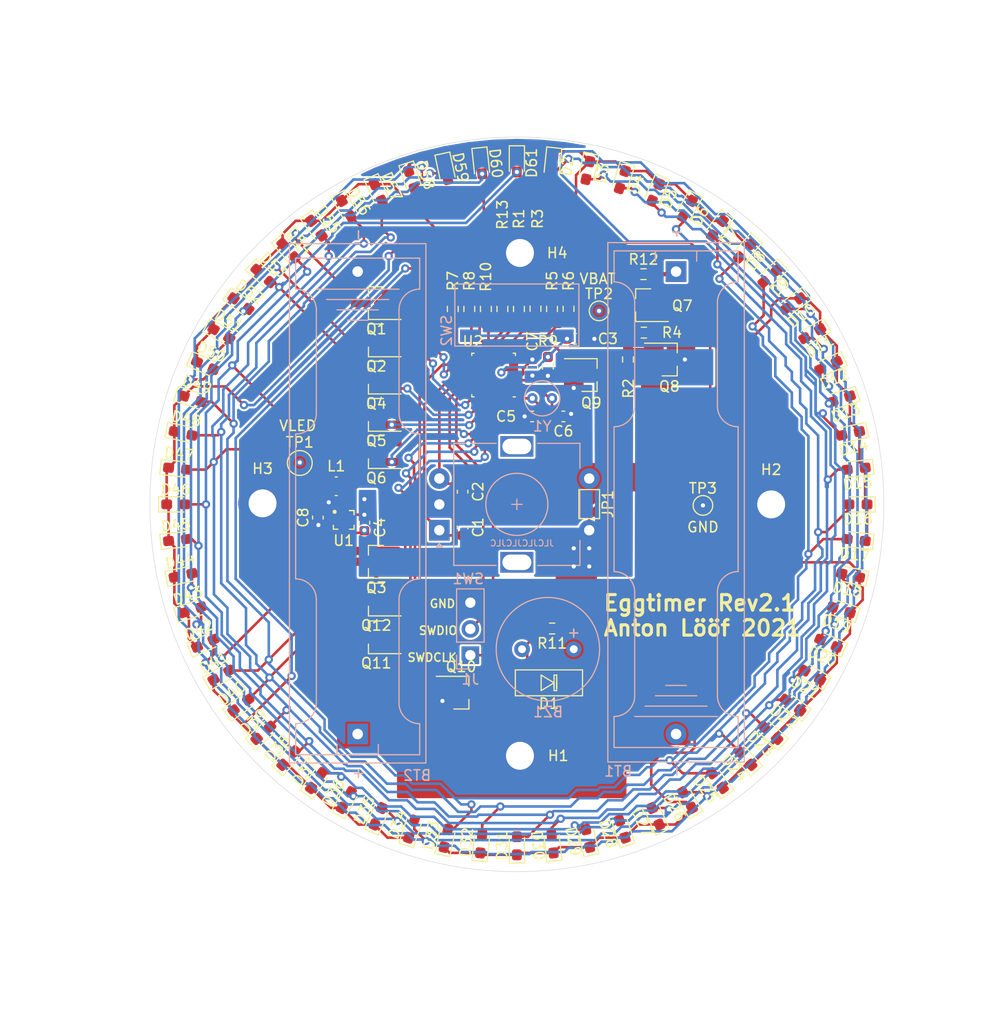
<source format=kicad_pcb>
(kicad_pcb (version 20171130) (host pcbnew "(5.1.10)-1")
  (layers (0 F.Cu signal) (31 B.Cu signal) (34 B.Paste user) (35 F.Paste user) (36 B.SilkS user) (37 F.SilkS user) (38 B.Mask user) (39 F.Mask user) (44 Edge.Cuts user))
  (net 0 "")
  (net 1 /v_bat)
  (net 2 GND)
  (net 3 vcc)
  (net 4 encoder_a)
  (net 5 encoder_b)
  (net 6 /nrst)
  (net 7 /32k_xtal_out)
  (net 8 /32k_xtal_in)
  (net 9 2v_led)
  (net 10 "Net-(D14-Pad2)")
  (net 11 "Net-(D2-Pad1)")
  (net 12 "Net-(D15-Pad2)")
  (net 13 "Net-(D10-Pad2)")
  (net 14 "Net-(D11-Pad2)")
  (net 15 "Net-(D12-Pad2)")
  (net 16 "Net-(D13-Pad2)")
  (net 17 "Net-(D10-Pad1)")
  (net 18 "Net-(D26-Pad1)")
  (net 19 /swd_io)
  (net 20 /swd_clk)
  (net 21 led_a0)
  (net 22 led_a1)
  (net 23 led_a2)
  (net 24 led_a3)
  (net 25 led_a4)
  (net 26 led_a5)
  (net 27 "Net-(Q7-Pad1)")
  (net 28 power_ctrl)
  (net 29 led_c0)
  (net 30 buzzer_ctrl)
  (net 31 led_c1)
  (net 32 led_c2)
  (net 33 led_c3)
  (net 34 led_c4)
  (net 35 led_c5)
  (net 36 /v_bat_prot)
  (net 37 /vled_sw)
  (net 38 /v_bat_t)
  (net 39 /buzzer_drive)
  (net 40 /bat_center)
  (net 41 "Net-(D16-Pad2)")
  (net 42 "Net-(D17-Pad2)")
  (net 43 "Net-(D18-Pad1)")
  (net 44 "Net-(D34-Pad1)")
  (net 45 "Net-(D42-Pad1)")
  (net 46 "Net-(D50-Pad1)")
  (net 47 "Net-(D58-Pad1)")
  (net 48 led_a7)
  (net 49 led_a6)
  (net 50 "Net-(Q8-Pad1)")
  (net 51 led_c7)
  (net 52 led_c6)
  (net 53 "Net-(U1-PadC1)")
  (net 54 "Net-(U2-Pad6)")
  (module Resistor_SMD:R_0603_1608Metric_Pad0.98x0.95mm_HandSolder (layer F.Cu) (at 139.6 97.1125 90)
    (fp_text reference R13 (at 9.1125 0 90) (layer F.SilkS))
    (fp_text value 200)
    (pad 2 smd roundrect (at 0.9125 0 90) (size 0.975 0.95) (layers F.Cu F.Paste F.Mask) (net 47 "Net-(D58-Pad1)"))
    (pad 1 smd roundrect (at -0.9125 0 90) (size 0.975 0.95) (layers F.Cu F.Paste F.Mask) (net 29 led_c0))
  )
  (module Resistor_SMD:R_0603_1608Metric_Pad0.98x0.95mm_HandSolder (layer F.Cu) (at 138 97.1125 90)
    (fp_text reference R10 (at 3.1125 0 90) (layer F.SilkS))
    (fp_text value 200)
    (pad 2 smd roundrect (at 0.9125 0 90) (size 0.975 0.95) (layers F.Cu F.Paste F.Mask) (net 46 "Net-(D50-Pad1)"))
    (pad 1 smd roundrect (at -0.9125 0 90) (size 0.975 0.95) (layers F.Cu F.Paste F.Mask) (net 31 led_c1))
  )
  (module Resistor_SMD:R_0603_1608Metric_Pad0.98x0.95mm_HandSolder (layer F.Cu) (at 136.4 97.1125 90)
    (fp_text reference R8 (at 2.7125 0 90) (layer F.SilkS))
    (fp_text value 200)
    (pad 2 smd roundrect (at 0.9125 0 90) (size 0.975 0.95) (layers F.Cu F.Paste F.Mask) (net 45 "Net-(D42-Pad1)"))
    (pad 1 smd roundrect (at -0.9125 0 90) (size 0.975 0.95) (layers F.Cu F.Paste F.Mask) (net 32 led_c2))
  )
  (module Resistor_SMD:R_0603_1608Metric_Pad0.98x0.95mm_HandSolder (layer F.Cu) (at 134.8 97.1125 90)
    (fp_text reference R7 (at 2.7125 0 90) (layer F.SilkS))
    (fp_text value 200)
    (pad 2 smd roundrect (at 0.9125 0 90) (size 0.975 0.95) (layers F.Cu F.Paste F.Mask) (net 44 "Net-(D34-Pad1)"))
    (pad 1 smd roundrect (at -0.9125 0 90) (size 0.975 0.95) (layers F.Cu F.Paste F.Mask) (net 33 led_c3))
  )
  (module Resistor_SMD:R_0603_1608Metric_Pad0.98x0.95mm_HandSolder (layer F.Cu) (at 146 97.1 90)
    (fp_text reference R6 (at 2.7 0 90) (layer F.SilkS))
    (fp_text value 200)
    (pad 2 smd roundrect (at 0.9125 0 90) (size 0.975 0.95) (layers F.Cu F.Paste F.Mask) (net 18 "Net-(D26-Pad1)"))
    (pad 1 smd roundrect (at -0.9125 0 90) (size 0.975 0.95) (layers F.Cu F.Paste F.Mask) (net 34 led_c4))
  )
  (module Resistor_SMD:R_0603_1608Metric_Pad0.98x0.95mm_HandSolder (layer F.Cu) (at 144.4 97.1125 90)
    (fp_text reference R5 (at 2.7125 0 90) (layer F.SilkS))
    (fp_text value 200)
    (pad 2 smd roundrect (at 0.9125 0 90) (size 0.975 0.95) (layers F.Cu F.Paste F.Mask) (net 43 "Net-(D18-Pad1)"))
    (pad 1 smd roundrect (at -0.9125 0 90) (size 0.975 0.95) (layers F.Cu F.Paste F.Mask) (net 35 led_c5))
  )
  (module Resistor_SMD:R_0603_1608Metric_Pad0.98x0.95mm_HandSolder (layer F.Cu) (at 142.8 97.0875 90)
    (fp_text reference R3 (at 8.6875 0.2 90) (layer F.SilkS))
    (fp_text value 200)
    (pad 2 smd roundrect (at 0.9125 0 90) (size 0.975 0.95) (layers F.Cu F.Paste F.Mask) (net 17 "Net-(D10-Pad1)"))
    (pad 1 smd roundrect (at -0.9125 0 90) (size 0.975 0.95) (layers F.Cu F.Paste F.Mask) (net 52 led_c6))
  )
  (module Resistor_SMD:R_0603_1608Metric_Pad0.98x0.95mm_HandSolder (layer F.Cu) (at 141.2 97.1125 90)
    (fp_text reference R1 (at 8.7125 0 90) (layer F.SilkS))
    (fp_text value 200)
    (pad 2 smd roundrect (at 0.9125 0 90) (size 0.975 0.95) (layers F.Cu F.Paste F.Mask) (net 11 "Net-(D2-Pad1)"))
    (pad 1 smd roundrect (at -0.9125 0 90) (size 0.975 0.95) (layers F.Cu F.Paste F.Mask) (net 51 led_c7))
  )
  (module Package_TO_SOT_SMD:SOT-23_Handsoldering (layer F.Cu) (at 127.4 125.2 180)
    (fp_text reference Q12 (at 0 -2.5) (layer F.SilkS))
    (fp_text value CPH3350-TL-W)
    (pad 3 smd rect (at 1.5 0 180) (size 1.9 0.8) (layers F.Cu F.Paste F.Mask) (net 42 "Net-(D17-Pad2)"))
    (pad 2 smd rect (at -1.5 0.95 180) (size 1.9 0.8) (layers F.Cu F.Paste F.Mask) (net 9 2v_led))
    (pad 1 smd rect (at -1.5 -0.95 180) (size 1.9 0.8) (layers F.Cu F.Paste F.Mask) (net 21 led_a0))
  )
  (module Package_TO_SOT_SMD:SOT-23_Handsoldering (layer F.Cu) (at 127.4 128.85 180)
    (fp_text reference Q11 (at 0 -2.5) (layer F.SilkS))
    (fp_text value CPH3350-TL-W)
    (pad 3 smd rect (at 1.5 0 180) (size 1.9 0.8) (layers F.Cu F.Paste F.Mask) (net 41 "Net-(D16-Pad2)"))
    (pad 2 smd rect (at -1.5 0.95 180) (size 1.9 0.8) (layers F.Cu F.Paste F.Mask) (net 9 2v_led))
    (pad 1 smd rect (at -1.5 -0.95 180) (size 1.9 0.8) (layers F.Cu F.Paste F.Mask) (net 22 led_a1))
  )
  (module Package_TO_SOT_SMD:SOT-23_Handsoldering (layer F.Cu) (at 127.4 110.95 180)
    (fp_text reference Q6 (at 0 -2.5) (layer F.SilkS))
    (fp_text value CPH3350-TL-W)
    (pad 3 smd rect (at 1.5 0 180) (size 1.9 0.8) (layers F.Cu F.Paste F.Mask) (net 12 "Net-(D15-Pad2)"))
    (pad 2 smd rect (at -1.5 0.95 180) (size 1.9 0.8) (layers F.Cu F.Paste F.Mask) (net 9 2v_led))
    (pad 1 smd rect (at -1.5 -0.95 180) (size 1.9 0.8) (layers F.Cu F.Paste F.Mask) (net 23 led_a2))
  )
  (module Package_TO_SOT_SMD:SOT-23_Handsoldering (layer F.Cu) (at 127.4 107.35 180)
    (fp_text reference Q5 (at 0 -2.5) (layer F.SilkS))
    (fp_text value CPH3350-TL-W)
    (pad 3 smd rect (at 1.5 0 180) (size 1.9 0.8) (layers F.Cu F.Paste F.Mask) (net 10 "Net-(D14-Pad2)"))
    (pad 2 smd rect (at -1.5 0.95 180) (size 1.9 0.8) (layers F.Cu F.Paste F.Mask) (net 9 2v_led))
    (pad 1 smd rect (at -1.5 -0.95 180) (size 1.9 0.8) (layers F.Cu F.Paste F.Mask) (net 24 led_a3))
  )
  (module Package_TO_SOT_SMD:SOT-23_Handsoldering (layer F.Cu) (at 127.4 103.75 180)
    (fp_text reference Q4 (at 0 -2.5) (layer F.SilkS))
    (fp_text value CPH3350-TL-W)
    (pad 3 smd rect (at 1.5 0 180) (size 1.9 0.8) (layers F.Cu F.Paste F.Mask) (net 16 "Net-(D13-Pad2)"))
    (pad 2 smd rect (at -1.5 0.95 180) (size 1.9 0.8) (layers F.Cu F.Paste F.Mask) (net 9 2v_led))
    (pad 1 smd rect (at -1.5 -0.95 180) (size 1.9 0.8) (layers F.Cu F.Paste F.Mask) (net 25 led_a4))
  )
  (module Package_TO_SOT_SMD:SOT-23_Handsoldering (layer F.Cu) (at 127.4 121.55 180)
    (fp_text reference Q3 (at 0 -2.5) (layer F.SilkS))
    (fp_text value CPH3350-TL-W)
    (pad 3 smd rect (at 1.5 0 180) (size 1.9 0.8) (layers F.Cu F.Paste F.Mask) (net 15 "Net-(D12-Pad2)"))
    (pad 2 smd rect (at -1.5 0.95 180) (size 1.9 0.8) (layers F.Cu F.Paste F.Mask) (net 9 2v_led))
    (pad 1 smd rect (at -1.5 -0.95 180) (size 1.9 0.8) (layers F.Cu F.Paste F.Mask) (net 26 led_a5))
  )
  (module Package_TO_SOT_SMD:SOT-23_Handsoldering (layer F.Cu) (at 127.4 100.15 180)
    (fp_text reference Q2 (at 0 -2.5) (layer F.SilkS))
    (fp_text value CPH3350-TL-W)
    (pad 3 smd rect (at 1.5 0 180) (size 1.9 0.8) (layers F.Cu F.Paste F.Mask) (net 14 "Net-(D11-Pad2)"))
    (pad 2 smd rect (at -1.5 0.95 180) (size 1.9 0.8) (layers F.Cu F.Paste F.Mask) (net 9 2v_led))
    (pad 1 smd rect (at -1.5 -0.95 180) (size 1.9 0.8) (layers F.Cu F.Paste F.Mask) (net 49 led_a6))
  )
  (module Package_TO_SOT_SMD:SOT-23_Handsoldering (layer F.Cu) (at 127.4 96.55 180)
    (fp_text reference Q1 (at 0 -2.5) (layer F.SilkS))
    (fp_text value CPH3350-TL-W)
    (pad 3 smd rect (at 1.5 0 180) (size 1.9 0.8) (layers F.Cu F.Paste F.Mask) (net 13 "Net-(D10-Pad2)"))
    (pad 2 smd rect (at -1.5 0.95 180) (size 1.9 0.8) (layers F.Cu F.Paste F.Mask) (net 9 2v_led))
    (pad 1 smd rect (at -1.5 -0.95 180) (size 1.9 0.8) (layers F.Cu F.Paste F.Mask) (net 48 led_a7))
  )
  (module LED_SMD:LED_0603_1608Metric_Pad1.05x0.95mm_HandSolder (layer F.Cu) (at 141 83 270)
    (fp_text reference D61 (at 0 -1.43 270) (layer F.SilkS))
    (fp_text value TLMS1000-GS08)
    (pad 2 smd roundrect (at 0.875 0 270) (size 1.05 0.95) (layers F.Cu F.Paste F.Mask) (net 16 "Net-(D13-Pad2)"))
    (pad 1 smd roundrect (at -0.875 0 270) (size 1.05 0.95) (layers F.Cu F.Paste F.Mask) (net 47 "Net-(D58-Pad1)"))
  )
  (module LED_SMD:LED_0603_1608Metric_Pad1.05x0.95mm_HandSolder (layer F.Cu) (at 137.55056 83.180777 276)
    (fp_text reference D60 (at 0 -1.43 276) (layer F.SilkS))
    (fp_text value TLMS1000-GS08)
    (pad 2 smd roundrect (at 0.875 0 276) (size 1.05 0.95) (layers F.Cu F.Paste F.Mask) (net 15 "Net-(D12-Pad2)"))
    (pad 1 smd roundrect (at -0.875 0 276) (size 1.05 0.95) (layers F.Cu F.Paste F.Mask) (net 47 "Net-(D58-Pad1)"))
  )
  (module LED_SMD:LED_0603_1608Metric_Pad1.05x0.95mm_HandSolder (layer F.Cu) (at 134.138914 83.721129 282)
    (fp_text reference D59 (at 0 -1.43 282) (layer F.SilkS))
    (fp_text value TLMS1000-GS08)
    (pad 2 smd roundrect (at 0.875 0 282) (size 1.05 0.95) (layers F.Cu F.Paste F.Mask) (net 14 "Net-(D11-Pad2)"))
    (pad 1 smd roundrect (at -0.875 0 282) (size 1.05 0.95) (layers F.Cu F.Paste F.Mask) (net 47 "Net-(D58-Pad1)"))
  )
  (module LED_SMD:LED_0603_1608Metric_Pad1.05x0.95mm_HandSolder (layer F.Cu) (at 130.802439 84.615134 288)
    (fp_text reference D58 (at 0 -1.43 288) (layer F.SilkS))
    (fp_text value TLMS1000-GS08)
    (pad 2 smd roundrect (at 0.875 0 288) (size 1.05 0.95) (layers F.Cu F.Paste F.Mask) (net 13 "Net-(D10-Pad2)"))
    (pad 1 smd roundrect (at -0.875 0 288) (size 1.05 0.95) (layers F.Cu F.Paste F.Mask) (net 47 "Net-(D58-Pad1)"))
  )
  (module LED_SMD:LED_0603_1608Metric_Pad1.05x0.95mm_HandSolder (layer F.Cu) (at 127.57769 85.852999 294)
    (fp_text reference D57 (at 0 -1.43 294) (layer F.SilkS))
    (fp_text value TLMS1000-GS08)
    (pad 2 smd roundrect (at 0.875 0 294) (size 1.05 0.95) (layers F.Cu F.Paste F.Mask) (net 42 "Net-(D17-Pad2)"))
    (pad 1 smd roundrect (at -0.875 0 294) (size 1.05 0.95) (layers F.Cu F.Paste F.Mask) (net 46 "Net-(D50-Pad1)"))
  )
  (module LED_SMD:LED_0603_1608Metric_Pad1.05x0.95mm_HandSolder (layer F.Cu) (at 124.499999 87.421161 300)
    (fp_text reference D56 (at 0 -1.43 300) (layer F.SilkS))
    (fp_text value TLMS1000-GS08)
    (pad 2 smd roundrect (at 0.875 0 300) (size 1.05 0.95) (layers F.Cu F.Paste F.Mask) (net 41 "Net-(D16-Pad2)"))
    (pad 1 smd roundrect (at -0.875 0 300) (size 1.05 0.95) (layers F.Cu F.Paste F.Mask) (net 46 "Net-(D50-Pad1)"))
  )
  (module LED_SMD:LED_0603_1608Metric_Pad1.05x0.95mm_HandSolder (layer F.Cu) (at 121.603086 89.302439 306)
    (fp_text reference D55 (at 0 -1.43 306) (layer F.SilkS))
    (fp_text value TLMS1000-GS08)
    (pad 2 smd roundrect (at 0.875 0 306) (size 1.05 0.95) (layers F.Cu F.Paste F.Mask) (net 12 "Net-(D15-Pad2)"))
    (pad 1 smd roundrect (at -0.875 0 306) (size 1.05 0.95) (layers F.Cu F.Paste F.Mask) (net 46 "Net-(D50-Pad1)"))
  )
  (module LED_SMD:LED_0603_1608Metric_Pad1.05x0.95mm_HandSolder (layer F.Cu) (at 118.918689 91.47622 312)
    (fp_text reference D54 (at 0 -1.43 312) (layer F.SilkS))
    (fp_text value TLMS1000-GS08)
    (pad 2 smd roundrect (at 0.875 0 312) (size 1.05 0.95) (layers F.Cu F.Paste F.Mask) (net 10 "Net-(D14-Pad2)"))
    (pad 1 smd roundrect (at -0.875 0 312) (size 1.05 0.95) (layers F.Cu F.Paste F.Mask) (net 46 "Net-(D50-Pad1)"))
  )
  (module LED_SMD:LED_0603_1608Metric_Pad1.05x0.95mm_HandSolder (layer F.Cu) (at 116.47622 93.918689 318)
    (fp_text reference D53 (at 0 -1.43 318) (layer F.SilkS))
    (fp_text value TLMS1000-GS08)
    (pad 2 smd roundrect (at 0.875 0 318) (size 1.05 0.95) (layers F.Cu F.Paste F.Mask) (net 16 "Net-(D13-Pad2)"))
    (pad 1 smd roundrect (at -0.875 0 318) (size 1.05 0.95) (layers F.Cu F.Paste F.Mask) (net 46 "Net-(D50-Pad1)"))
  )
  (module LED_SMD:LED_0603_1608Metric_Pad1.05x0.95mm_HandSolder (layer F.Cu) (at 114.302439 96.603086 324)
    (fp_text reference D52 (at 0 -1.43 324) (layer F.SilkS))
    (fp_text value TLMS1000-GS08)
    (pad 2 smd roundrect (at 0.875 0 324) (size 1.05 0.95) (layers F.Cu F.Paste F.Mask) (net 15 "Net-(D12-Pad2)"))
    (pad 1 smd roundrect (at -0.875 0 324) (size 1.05 0.95) (layers F.Cu F.Paste F.Mask) (net 46 "Net-(D50-Pad1)"))
  )
  (module LED_SMD:LED_0603_1608Metric_Pad1.05x0.95mm_HandSolder (layer F.Cu) (at 112.421161 99.5 330)
    (fp_text reference D51 (at 0 -1.43 330) (layer F.SilkS))
    (fp_text value TLMS1000-GS08)
    (pad 2 smd roundrect (at 0.875 0 330) (size 1.05 0.95) (layers F.Cu F.Paste F.Mask) (net 14 "Net-(D11-Pad2)"))
    (pad 1 smd roundrect (at -0.875 0 330) (size 1.05 0.95) (layers F.Cu F.Paste F.Mask) (net 46 "Net-(D50-Pad1)"))
  )
  (module LED_SMD:LED_0603_1608Metric_Pad1.05x0.95mm_HandSolder (layer F.Cu) (at 110.852999 102.57769 336)
    (fp_text reference D50 (at 0 -1.43 336) (layer F.SilkS))
    (fp_text value TLMS1000-GS08)
    (pad 2 smd roundrect (at 0.875 0 336) (size 1.05 0.95) (layers F.Cu F.Paste F.Mask) (net 13 "Net-(D10-Pad2)"))
    (pad 1 smd roundrect (at -0.875 0 336) (size 1.05 0.95) (layers F.Cu F.Paste F.Mask) (net 46 "Net-(D50-Pad1)"))
  )
  (module LED_SMD:LED_0603_1608Metric_Pad1.05x0.95mm_HandSolder (layer F.Cu) (at 109.615134 105.802439 342)
    (fp_text reference D49 (at 0 -1.43 342) (layer F.SilkS))
    (fp_text value TLMS1000-GS08)
    (pad 2 smd roundrect (at 0.875 0 342) (size 1.05 0.95) (layers F.Cu F.Paste F.Mask) (net 42 "Net-(D17-Pad2)"))
    (pad 1 smd roundrect (at -0.875 0 342) (size 1.05 0.95) (layers F.Cu F.Paste F.Mask) (net 45 "Net-(D42-Pad1)"))
  )
  (module LED_SMD:LED_0603_1608Metric_Pad1.05x0.95mm_HandSolder (layer F.Cu) (at 108.721129 109.138914 348)
    (fp_text reference D48 (at 0 -1.43 348) (layer F.SilkS))
    (fp_text value TLMS1000-GS08)
    (pad 2 smd roundrect (at 0.875 0 348) (size 1.05 0.95) (layers F.Cu F.Paste F.Mask) (net 41 "Net-(D16-Pad2)"))
    (pad 1 smd roundrect (at -0.875 0 348) (size 1.05 0.95) (layers F.Cu F.Paste F.Mask) (net 45 "Net-(D42-Pad1)"))
  )
  (module LED_SMD:LED_0603_1608Metric_Pad1.05x0.95mm_HandSolder (layer F.Cu) (at 108.180777 112.55056 354)
    (fp_text reference D47 (at 0 -1.43 354) (layer F.SilkS))
    (fp_text value TLMS1000-GS08)
    (pad 2 smd roundrect (at 0.875 0 354) (size 1.05 0.95) (layers F.Cu F.Paste F.Mask) (net 12 "Net-(D15-Pad2)"))
    (pad 1 smd roundrect (at -0.875 0 354) (size 1.05 0.95) (layers F.Cu F.Paste F.Mask) (net 45 "Net-(D42-Pad1)"))
  )
  (module LED_SMD:LED_0603_1608Metric_Pad1.05x0.95mm_HandSolder (layer F.Cu) (at 108 116)
    (fp_text reference D46 (at 0 -1.43) (layer F.SilkS))
    (fp_text value TLMS1000-GS08)
    (pad 2 smd roundrect (at 0.875 0) (size 1.05 0.95) (layers F.Cu F.Paste F.Mask) (net 10 "Net-(D14-Pad2)"))
    (pad 1 smd roundrect (at -0.875 0) (size 1.05 0.95) (layers F.Cu F.Paste F.Mask) (net 45 "Net-(D42-Pad1)"))
  )
  (module LED_SMD:LED_0603_1608Metric_Pad1.05x0.95mm_HandSolder (layer F.Cu) (at 108.180777 119.449439 6)
    (fp_text reference D45 (at 0 -1.43 6) (layer F.SilkS))
    (fp_text value TLMS1000-GS08)
    (pad 2 smd roundrect (at 0.875 0 6) (size 1.05 0.95) (layers F.Cu F.Paste F.Mask) (net 16 "Net-(D13-Pad2)"))
    (pad 1 smd roundrect (at -0.875 0 6) (size 1.05 0.95) (layers F.Cu F.Paste F.Mask) (net 45 "Net-(D42-Pad1)"))
  )
  (module LED_SMD:LED_0603_1608Metric_Pad1.05x0.95mm_HandSolder (layer F.Cu) (at 108.721129 122.861085 12)
    (fp_text reference D44 (at 0 -1.43 12) (layer F.SilkS))
    (fp_text value TLMS1000-GS08)
    (pad 2 smd roundrect (at 0.875 0 12) (size 1.05 0.95) (layers F.Cu F.Paste F.Mask) (net 15 "Net-(D12-Pad2)"))
    (pad 1 smd roundrect (at -0.875 0 12) (size 1.05 0.95) (layers F.Cu F.Paste F.Mask) (net 45 "Net-(D42-Pad1)"))
  )
  (module LED_SMD:LED_0603_1608Metric_Pad1.05x0.95mm_HandSolder (layer F.Cu) (at 109.615134 126.19756 18)
    (fp_text reference D43 (at 0 -1.43 18) (layer F.SilkS))
    (fp_text value TLMS1000-GS08)
    (pad 2 smd roundrect (at 0.875 0 18) (size 1.05 0.95) (layers F.Cu F.Paste F.Mask) (net 14 "Net-(D11-Pad2)"))
    (pad 1 smd roundrect (at -0.875 0 18) (size 1.05 0.95) (layers F.Cu F.Paste F.Mask) (net 45 "Net-(D42-Pad1)"))
  )
  (module LED_SMD:LED_0603_1608Metric_Pad1.05x0.95mm_HandSolder (layer F.Cu) (at 110.852999 129.422309 24)
    (fp_text reference D42 (at 0 -1.43 24) (layer F.SilkS))
    (fp_text value TLMS1000-GS08)
    (pad 2 smd roundrect (at 0.875 0 24) (size 1.05 0.95) (layers F.Cu F.Paste F.Mask) (net 13 "Net-(D10-Pad2)"))
    (pad 1 smd roundrect (at -0.875 0 24) (size 1.05 0.95) (layers F.Cu F.Paste F.Mask) (net 45 "Net-(D42-Pad1)"))
  )
  (module LED_SMD:LED_0603_1608Metric_Pad1.05x0.95mm_HandSolder (layer F.Cu) (at 112.421161 132.5 30)
    (fp_text reference D41 (at 0 -1.43 30) (layer F.SilkS))
    (fp_text value TLMS1000-GS08)
    (pad 2 smd roundrect (at 0.875 0 30) (size 1.05 0.95) (layers F.Cu F.Paste F.Mask) (net 42 "Net-(D17-Pad2)"))
    (pad 1 smd roundrect (at -0.875 0 30) (size 1.05 0.95) (layers F.Cu F.Paste F.Mask) (net 44 "Net-(D34-Pad1)"))
  )
  (module LED_SMD:LED_0603_1608Metric_Pad1.05x0.95mm_HandSolder (layer F.Cu) (at 114.302439 135.396913 36)
    (fp_text reference D40 (at 0 -1.43 36) (layer F.SilkS))
    (fp_text value TLMS1000-GS08)
    (pad 2 smd roundrect (at 0.875 0 36) (size 1.05 0.95) (layers F.Cu F.Paste F.Mask) (net 41 "Net-(D16-Pad2)"))
    (pad 1 smd roundrect (at -0.875 0 36) (size 1.05 0.95) (layers F.Cu F.Paste F.Mask) (net 44 "Net-(D34-Pad1)"))
  )
  (module LED_SMD:LED_0603_1608Metric_Pad1.05x0.95mm_HandSolder (layer F.Cu) (at 116.47622 138.08131 42)
    (fp_text reference D39 (at 0 -1.43 42) (layer F.SilkS))
    (fp_text value TLMS1000-GS08)
    (pad 2 smd roundrect (at 0.875 0 42) (size 1.05 0.95) (layers F.Cu F.Paste F.Mask) (net 12 "Net-(D15-Pad2)"))
    (pad 1 smd roundrect (at -0.875 0 42) (size 1.05 0.95) (layers F.Cu F.Paste F.Mask) (net 44 "Net-(D34-Pad1)"))
  )
  (module LED_SMD:LED_0603_1608Metric_Pad1.05x0.95mm_HandSolder (layer F.Cu) (at 118.918689 140.523779 48)
    (fp_text reference D38 (at 0 -1.43 48) (layer F.SilkS))
    (fp_text value TLMS1000-GS08)
    (pad 2 smd roundrect (at 0.875 0 48) (size 1.05 0.95) (layers F.Cu F.Paste F.Mask) (net 10 "Net-(D14-Pad2)"))
    (pad 1 smd roundrect (at -0.875 0 48) (size 1.05 0.95) (layers F.Cu F.Paste F.Mask) (net 44 "Net-(D34-Pad1)"))
  )
  (module LED_SMD:LED_0603_1608Metric_Pad1.05x0.95mm_HandSolder (layer F.Cu) (at 121.603086 142.69756 54)
    (fp_text reference D37 (at 0 -1.43 54) (layer F.SilkS))
    (fp_text value TLMS1000-GS08)
    (pad 2 smd roundrect (at 0.875 0 54) (size 1.05 0.95) (layers F.Cu F.Paste F.Mask) (net 16 "Net-(D13-Pad2)"))
    (pad 1 smd roundrect (at -0.875 0 54) (size 1.05 0.95) (layers F.Cu F.Paste F.Mask) (net 44 "Net-(D34-Pad1)"))
  )
  (module LED_SMD:LED_0603_1608Metric_Pad1.05x0.95mm_HandSolder (layer F.Cu) (at 124.5 144.578838 60)
    (fp_text reference D36 (at 0 -1.43 60) (layer F.SilkS))
    (fp_text value TLMS1000-GS08)
    (pad 2 smd roundrect (at 0.875 0 60) (size 1.05 0.95) (layers F.Cu F.Paste F.Mask) (net 15 "Net-(D12-Pad2)"))
    (pad 1 smd roundrect (at -0.875 0 60) (size 1.05 0.95) (layers F.Cu F.Paste F.Mask) (net 44 "Net-(D34-Pad1)"))
  )
  (module LED_SMD:LED_0603_1608Metric_Pad1.05x0.95mm_HandSolder (layer F.Cu) (at 127.57769 146.147 66)
    (fp_text reference D35 (at 0 -1.43 66) (layer F.SilkS))
    (fp_text value TLMS1000-GS08)
    (pad 2 smd roundrect (at 0.875 0 66) (size 1.05 0.95) (layers F.Cu F.Paste F.Mask) (net 14 "Net-(D11-Pad2)"))
    (pad 1 smd roundrect (at -0.875 0 66) (size 1.05 0.95) (layers F.Cu F.Paste F.Mask) (net 44 "Net-(D34-Pad1)"))
  )
  (module LED_SMD:LED_0603_1608Metric_Pad1.05x0.95mm_HandSolder (layer F.Cu) (at 130.802439 147.384865 72)
    (fp_text reference D34 (at 0 -1.43 72) (layer F.SilkS))
    (fp_text value TLMS1000-GS08)
    (pad 2 smd roundrect (at 0.875 0 72) (size 1.05 0.95) (layers F.Cu F.Paste F.Mask) (net 13 "Net-(D10-Pad2)"))
    (pad 1 smd roundrect (at -0.875 0 72) (size 1.05 0.95) (layers F.Cu F.Paste F.Mask) (net 44 "Net-(D34-Pad1)"))
  )
  (module LED_SMD:LED_0603_1608Metric_Pad1.05x0.95mm_HandSolder (layer F.Cu) (at 134.138914 148.27887 78)
    (fp_text reference D33 (at 0 -1.43 78) (layer F.SilkS))
    (fp_text value TLMS1000-GS08)
    (pad 2 smd roundrect (at 0.875 0 78) (size 1.05 0.95) (layers F.Cu F.Paste F.Mask) (net 42 "Net-(D17-Pad2)"))
    (pad 1 smd roundrect (at -0.875 0 78) (size 1.05 0.95) (layers F.Cu F.Paste F.Mask) (net 18 "Net-(D26-Pad1)"))
  )
  (module LED_SMD:LED_0603_1608Metric_Pad1.05x0.95mm_HandSolder (layer F.Cu) (at 137.55056 148.819222 84)
    (fp_text reference D32 (at 0 -1.43 84) (layer F.SilkS))
    (fp_text value TLMS1000-GS08)
    (pad 2 smd roundrect (at 0.875 0 84) (size 1.05 0.95) (layers F.Cu F.Paste F.Mask) (net 41 "Net-(D16-Pad2)"))
    (pad 1 smd roundrect (at -0.875 0 84) (size 1.05 0.95) (layers F.Cu F.Paste F.Mask) (net 18 "Net-(D26-Pad1)"))
  )
  (module LED_SMD:LED_0603_1608Metric_Pad1.05x0.95mm_HandSolder (layer F.Cu) (at 141 149 90)
    (fp_text reference D31 (at 0 -1.43 90) (layer F.SilkS))
    (fp_text value TLMS1000-GS08)
    (pad 2 smd roundrect (at 0.875 0 90) (size 1.05 0.95) (layers F.Cu F.Paste F.Mask) (net 12 "Net-(D15-Pad2)"))
    (pad 1 smd roundrect (at -0.875 0 90) (size 1.05 0.95) (layers F.Cu F.Paste F.Mask) (net 18 "Net-(D26-Pad1)"))
  )
  (module LED_SMD:LED_0603_1608Metric_Pad1.05x0.95mm_HandSolder (layer F.Cu) (at 144.449439 148.819222 96)
    (fp_text reference D30 (at 0 -1.43 96) (layer F.SilkS))
    (fp_text value TLMS1000-GS08)
    (pad 2 smd roundrect (at 0.875 0 96) (size 1.05 0.95) (layers F.Cu F.Paste F.Mask) (net 10 "Net-(D14-Pad2)"))
    (pad 1 smd roundrect (at -0.875 0 96) (size 1.05 0.95) (layers F.Cu F.Paste F.Mask) (net 18 "Net-(D26-Pad1)"))
  )
  (module LED_SMD:LED_0603_1608Metric_Pad1.05x0.95mm_HandSolder (layer F.Cu) (at 147.861085 148.27887 102)
    (fp_text reference D29 (at 0 -1.43 102) (layer F.SilkS))
    (fp_text value TLMS1000-GS08)
    (pad 2 smd roundrect (at 0.875 0 102) (size 1.05 0.95) (layers F.Cu F.Paste F.Mask) (net 16 "Net-(D13-Pad2)"))
    (pad 1 smd roundrect (at -0.875 0 102) (size 1.05 0.95) (layers F.Cu F.Paste F.Mask) (net 18 "Net-(D26-Pad1)"))
  )
  (module LED_SMD:LED_0603_1608Metric_Pad1.05x0.95mm_HandSolder (layer F.Cu) (at 151.19756 147.384865 108)
    (fp_text reference D28 (at 0 -1.43 108) (layer F.SilkS))
    (fp_text value TLMS1000-GS08)
    (pad 2 smd roundrect (at 0.875 0 108) (size 1.05 0.95) (layers F.Cu F.Paste F.Mask) (net 15 "Net-(D12-Pad2)"))
    (pad 1 smd roundrect (at -0.875 0 108) (size 1.05 0.95) (layers F.Cu F.Paste F.Mask) (net 18 "Net-(D26-Pad1)"))
  )
  (module LED_SMD:LED_0603_1608Metric_Pad1.05x0.95mm_HandSolder (layer F.Cu) (at 154.422309 146.147 114)
    (fp_text reference D27 (at 0 -1.43 114) (layer F.SilkS))
    (fp_text value TLMS1000-GS08)
    (pad 2 smd roundrect (at 0.875 0 114) (size 1.05 0.95) (layers F.Cu F.Paste F.Mask) (net 14 "Net-(D11-Pad2)"))
    (pad 1 smd roundrect (at -0.875 0 114) (size 1.05 0.95) (layers F.Cu F.Paste F.Mask) (net 18 "Net-(D26-Pad1)"))
  )
  (module LED_SMD:LED_0603_1608Metric_Pad1.05x0.95mm_HandSolder (layer F.Cu) (at 157.5 144.578838 120)
    (fp_text reference D26 (at 0 -1.43 120) (layer F.SilkS))
    (fp_text value TLMS1000-GS08)
    (pad 2 smd roundrect (at 0.875 0 120) (size 1.05 0.95) (layers F.Cu F.Paste F.Mask) (net 13 "Net-(D10-Pad2)"))
    (pad 1 smd roundrect (at -0.875 0 120) (size 1.05 0.95) (layers F.Cu F.Paste F.Mask) (net 18 "Net-(D26-Pad1)"))
  )
  (module LED_SMD:LED_0603_1608Metric_Pad1.05x0.95mm_HandSolder (layer F.Cu) (at 160.396913 142.69756 126)
    (fp_text reference D25 (at 0 -1.43 126) (layer F.SilkS))
    (fp_text value TLMS1000-GS08)
    (pad 2 smd roundrect (at 0.875 0 126) (size 1.05 0.95) (layers F.Cu F.Paste F.Mask) (net 42 "Net-(D17-Pad2)"))
    (pad 1 smd roundrect (at -0.875 0 126) (size 1.05 0.95) (layers F.Cu F.Paste F.Mask) (net 43 "Net-(D18-Pad1)"))
  )
  (module LED_SMD:LED_0603_1608Metric_Pad1.05x0.95mm_HandSolder (layer F.Cu) (at 163.08131 140.523779 132)
    (fp_text reference D24 (at 0 -1.43 132) (layer F.SilkS))
    (fp_text value TLMS1000-GS08)
    (pad 2 smd roundrect (at 0.875 0 132) (size 1.05 0.95) (layers F.Cu F.Paste F.Mask) (net 41 "Net-(D16-Pad2)"))
    (pad 1 smd roundrect (at -0.875 0 132) (size 1.05 0.95) (layers F.Cu F.Paste F.Mask) (net 43 "Net-(D18-Pad1)"))
  )
  (module LED_SMD:LED_0603_1608Metric_Pad1.05x0.95mm_HandSolder (layer F.Cu) (at 165.523779 138.08131 138)
    (fp_text reference D23 (at 0 -1.43 138) (layer F.SilkS))
    (fp_text value TLMS1000-GS08)
    (pad 2 smd roundrect (at 0.875 0 138) (size 1.05 0.95) (layers F.Cu F.Paste F.Mask) (net 12 "Net-(D15-Pad2)"))
    (pad 1 smd roundrect (at -0.875 0 138) (size 1.05 0.95) (layers F.Cu F.Paste F.Mask) (net 43 "Net-(D18-Pad1)"))
  )
  (module LED_SMD:LED_0603_1608Metric_Pad1.05x0.95mm_HandSolder (layer F.Cu) (at 167.69756 135.396913 144)
    (fp_text reference D22 (at 0 -1.43 144) (layer F.SilkS))
    (fp_text value TLMS1000-GS08)
    (pad 2 smd roundrect (at 0.875 0 144) (size 1.05 0.95) (layers F.Cu F.Paste F.Mask) (net 10 "Net-(D14-Pad2)"))
    (pad 1 smd roundrect (at -0.875 0 144) (size 1.05 0.95) (layers F.Cu F.Paste F.Mask) (net 43 "Net-(D18-Pad1)"))
  )
  (module LED_SMD:LED_0603_1608Metric_Pad1.05x0.95mm_HandSolder (layer F.Cu) (at 169.578838 132.5 150)
    (fp_text reference D21 (at 0 -1.43 150) (layer F.SilkS))
    (fp_text value TLMS1000-GS08)
    (pad 2 smd roundrect (at 0.875 0 150) (size 1.05 0.95) (layers F.Cu F.Paste F.Mask) (net 16 "Net-(D13-Pad2)"))
    (pad 1 smd roundrect (at -0.875 0 150) (size 1.05 0.95) (layers F.Cu F.Paste F.Mask) (net 43 "Net-(D18-Pad1)"))
  )
  (module LED_SMD:LED_0603_1608Metric_Pad1.05x0.95mm_HandSolder (layer F.Cu) (at 171.147 129.422309 156)
    (fp_text reference D20 (at 0 -1.43 156) (layer F.SilkS))
    (fp_text value TLMS1000-GS08)
    (pad 2 smd roundrect (at 0.875 0 156) (size 1.05 0.95) (layers F.Cu F.Paste F.Mask) (net 15 "Net-(D12-Pad2)"))
    (pad 1 smd roundrect (at -0.875 0 156) (size 1.05 0.95) (layers F.Cu F.Paste F.Mask) (net 43 "Net-(D18-Pad1)"))
  )
  (module LED_SMD:LED_0603_1608Metric_Pad1.05x0.95mm_HandSolder (layer F.Cu) (at 172.384865 126.19756 162)
    (fp_text reference D19 (at 0 -1.43 162) (layer F.SilkS))
    (fp_text value TLMS1000-GS08)
    (pad 2 smd roundrect (at 0.875 0 162) (size 1.05 0.95) (layers F.Cu F.Paste F.Mask) (net 14 "Net-(D11-Pad2)"))
    (pad 1 smd roundrect (at -0.875 0 162) (size 1.05 0.95) (layers F.Cu F.Paste F.Mask) (net 43 "Net-(D18-Pad1)"))
  )
  (module LED_SMD:LED_0603_1608Metric_Pad1.05x0.95mm_HandSolder (layer F.Cu) (at 173.27887 122.861085 168)
    (fp_text reference D18 (at 0 -1.43 168) (layer F.SilkS))
    (fp_text value TLMS1000-GS08)
    (pad 2 smd roundrect (at 0.875 0 168) (size 1.05 0.95) (layers F.Cu F.Paste F.Mask) (net 13 "Net-(D10-Pad2)"))
    (pad 1 smd roundrect (at -0.875 0 168) (size 1.05 0.95) (layers F.Cu F.Paste F.Mask) (net 43 "Net-(D18-Pad1)"))
  )
  (module LED_SMD:LED_0603_1608Metric_Pad1.05x0.95mm_HandSolder (layer F.Cu) (at 173.819222 119.449439 174)
    (fp_text reference D17 (at 0 -1.43 174) (layer F.SilkS))
    (fp_text value TLMS1000-GS08)
    (pad 2 smd roundrect (at 0.875 0 174) (size 1.05 0.95) (layers F.Cu F.Paste F.Mask) (net 42 "Net-(D17-Pad2)"))
    (pad 1 smd roundrect (at -0.875 0 174) (size 1.05 0.95) (layers F.Cu F.Paste F.Mask) (net 17 "Net-(D10-Pad1)"))
  )
  (module LED_SMD:LED_0603_1608Metric_Pad1.05x0.95mm_HandSolder (layer F.Cu) (at 174 116 180)
    (fp_text reference D16 (at 0 -1.43 180) (layer F.SilkS))
    (fp_text value TLMS1000-GS08)
    (pad 2 smd roundrect (at 0.875 0 180) (size 1.05 0.95) (layers F.Cu F.Paste F.Mask) (net 41 "Net-(D16-Pad2)"))
    (pad 1 smd roundrect (at -0.875 0 180) (size 1.05 0.95) (layers F.Cu F.Paste F.Mask) (net 17 "Net-(D10-Pad1)"))
  )
  (module LED_SMD:LED_0603_1608Metric_Pad1.05x0.95mm_HandSolder (layer F.Cu) (at 173.819222 112.55056 186)
    (fp_text reference D15 (at 0 -1.43 186) (layer F.SilkS))
    (fp_text value TLMS1000-GS08)
    (pad 2 smd roundrect (at 0.875 0 186) (size 1.05 0.95) (layers F.Cu F.Paste F.Mask) (net 12 "Net-(D15-Pad2)"))
    (pad 1 smd roundrect (at -0.875 0 186) (size 1.05 0.95) (layers F.Cu F.Paste F.Mask) (net 17 "Net-(D10-Pad1)"))
  )
  (module LED_SMD:LED_0603_1608Metric_Pad1.05x0.95mm_HandSolder (layer F.Cu) (at 173.27887 109.138914 192)
    (fp_text reference D14 (at 0 -1.43 192) (layer F.SilkS))
    (fp_text value TLMS1000-GS08)
    (pad 2 smd roundrect (at 0.875 0 192) (size 1.05 0.95) (layers F.Cu F.Paste F.Mask) (net 10 "Net-(D14-Pad2)"))
    (pad 1 smd roundrect (at -0.875 0 192) (size 1.05 0.95) (layers F.Cu F.Paste F.Mask) (net 17 "Net-(D10-Pad1)"))
  )
  (module LED_SMD:LED_0603_1608Metric_Pad1.05x0.95mm_HandSolder (layer F.Cu) (at 172.384865 105.802439 198)
    (fp_text reference D13 (at 0 -1.43 198) (layer F.SilkS))
    (fp_text value TLMS1000-GS08)
    (pad 2 smd roundrect (at 0.875 0 198) (size 1.05 0.95) (layers F.Cu F.Paste F.Mask) (net 16 "Net-(D13-Pad2)"))
    (pad 1 smd roundrect (at -0.875 0 198) (size 1.05 0.95) (layers F.Cu F.Paste F.Mask) (net 17 "Net-(D10-Pad1)"))
  )
  (module LED_SMD:LED_0603_1608Metric_Pad1.05x0.95mm_HandSolder (layer F.Cu) (at 171.147 102.57769 204)
    (fp_text reference D12 (at 0 -1.43 204) (layer F.SilkS))
    (fp_text value TLMS1000-GS08)
    (pad 2 smd roundrect (at 0.875 0 204) (size 1.05 0.95) (layers F.Cu F.Paste F.Mask) (net 15 "Net-(D12-Pad2)"))
    (pad 1 smd roundrect (at -0.875 0 204) (size 1.05 0.95) (layers F.Cu F.Paste F.Mask) (net 17 "Net-(D10-Pad1)"))
  )
  (module LED_SMD:LED_0603_1608Metric_Pad1.05x0.95mm_HandSolder (layer F.Cu) (at 169.578838 99.5 210)
    (fp_text reference D11 (at 0 -1.43 210) (layer F.SilkS))
    (fp_text value TLMS1000-GS08)
    (pad 2 smd roundrect (at 0.875 0 210) (size 1.05 0.95) (layers F.Cu F.Paste F.Mask) (net 14 "Net-(D11-Pad2)"))
    (pad 1 smd roundrect (at -0.875 0 210) (size 1.05 0.95) (layers F.Cu F.Paste F.Mask) (net 17 "Net-(D10-Pad1)"))
  )
  (module LED_SMD:LED_0603_1608Metric_Pad1.05x0.95mm_HandSolder (layer F.Cu) (at 167.69756 96.603086 216)
    (fp_text reference D10 (at 0 -1.43 216) (layer F.SilkS))
    (fp_text value TLMS1000-GS08)
    (pad 2 smd roundrect (at 0.875 0 216) (size 1.05 0.95) (layers F.Cu F.Paste F.Mask) (net 13 "Net-(D10-Pad2)"))
    (pad 1 smd roundrect (at -0.875 0 216) (size 1.05 0.95) (layers F.Cu F.Paste F.Mask) (net 17 "Net-(D10-Pad1)"))
  )
  (module LED_SMD:LED_0603_1608Metric_Pad1.05x0.95mm_HandSolder (layer F.Cu) (at 165.523779 93.918689 222)
    (fp_text reference D9 (at 0 -1.43 222) (layer F.SilkS))
    (fp_text value TLMS1000-GS08)
    (pad 2 smd roundrect (at 0.875 0 222) (size 1.05 0.95) (layers F.Cu F.Paste F.Mask) (net 42 "Net-(D17-Pad2)"))
    (pad 1 smd roundrect (at -0.875 0 222) (size 1.05 0.95) (layers F.Cu F.Paste F.Mask) (net 11 "Net-(D2-Pad1)"))
  )
  (module LED_SMD:LED_0603_1608Metric_Pad1.05x0.95mm_HandSolder (layer F.Cu) (at 163.08131 91.47622 228)
    (fp_text reference D8 (at 0 -1.43 228) (layer F.SilkS))
    (fp_text value TLMS1000-GS08)
    (pad 2 smd roundrect (at 0.875 0 228) (size 1.05 0.95) (layers F.Cu F.Paste F.Mask) (net 41 "Net-(D16-Pad2)"))
    (pad 1 smd roundrect (at -0.875 0 228) (size 1.05 0.95) (layers F.Cu F.Paste F.Mask) (net 11 "Net-(D2-Pad1)"))
  )
  (module LED_SMD:LED_0603_1608Metric_Pad1.05x0.95mm_HandSolder (layer F.Cu) (at 160.396913 89.302439 234)
    (fp_text reference D7 (at 0 -1.43 234) (layer F.SilkS))
    (fp_text value TLMS1000-GS08)
    (pad 2 smd roundrect (at 0.875 0 234) (size 1.05 0.95) (layers F.Cu F.Paste F.Mask) (net 12 "Net-(D15-Pad2)"))
    (pad 1 smd roundrect (at -0.875 0 234) (size 1.05 0.95) (layers F.Cu F.Paste F.Mask) (net 11 "Net-(D2-Pad1)"))
  )
  (module LED_SMD:LED_0603_1608Metric_Pad1.05x0.95mm_HandSolder (layer F.Cu) (at 157.5 87.421161 240)
    (fp_text reference D6 (at 0 -1.43 240) (layer F.SilkS))
    (fp_text value TLMS1000-GS08)
    (pad 2 smd roundrect (at 0.875 0 240) (size 1.05 0.95) (layers F.Cu F.Paste F.Mask) (net 10 "Net-(D14-Pad2)"))
    (pad 1 smd roundrect (at -0.875 0 240) (size 1.05 0.95) (layers F.Cu F.Paste F.Mask) (net 11 "Net-(D2-Pad1)"))
  )
  (module LED_SMD:LED_0603_1608Metric_Pad1.05x0.95mm_HandSolder (layer F.Cu) (at 154.422309 85.852999 246)
    (fp_text reference D5 (at 0 -1.43 246) (layer F.SilkS))
    (fp_text value TLMS1000-GS08)
    (pad 2 smd roundrect (at 0.875 0 246) (size 1.05 0.95) (layers F.Cu F.Paste F.Mask) (net 16 "Net-(D13-Pad2)"))
    (pad 1 smd roundrect (at -0.875 0 246) (size 1.05 0.95) (layers F.Cu F.Paste F.Mask) (net 11 "Net-(D2-Pad1)"))
  )
  (module LED_SMD:LED_0603_1608Metric_Pad1.05x0.95mm_HandSolder (layer F.Cu) (at 151.19756 84.615134 252)
    (fp_text reference D4 (at 0 -1.43 252) (layer F.SilkS))
    (fp_text value TLMS1000-GS08)
    (pad 2 smd roundrect (at 0.875 0 252) (size 1.05 0.95) (layers F.Cu F.Paste F.Mask) (net 15 "Net-(D12-Pad2)"))
    (pad 1 smd roundrect (at -0.875 0 252) (size 1.05 0.95) (layers F.Cu F.Paste F.Mask) (net 11 "Net-(D2-Pad1)"))
  )
  (module LED_SMD:LED_0603_1608Metric_Pad1.05x0.95mm_HandSolder (layer F.Cu) (at 147.861085 83.721129 258)
    (fp_text reference D3 (at 0 -1.43 258) (layer F.SilkS))
    (fp_text value TLMS1000-GS08)
    (pad 2 smd roundrect (at 0.875 0 258) (size 1.05 0.95) (layers F.Cu F.Paste F.Mask) (net 14 "Net-(D11-Pad2)"))
    (pad 1 smd roundrect (at -0.875 0 258) (size 1.05 0.95) (layers F.Cu F.Paste F.Mask) (net 11 "Net-(D2-Pad1)"))
  )
  (module LED_SMD:LED_0603_1608Metric_Pad1.05x0.95mm_HandSolder (layer F.Cu) (at 144.449439 83.180777 264)
    (fp_text reference D2 (at 0 -1.43 264) (layer F.SilkS))
    (fp_text value TLMS1000-GS08)
    (pad 2 smd roundrect (at 0.875 0 264) (size 1.05 0.95) (layers F.Cu F.Paste F.Mask) (net 13 "Net-(D10-Pad2)"))
    (pad 1 smd roundrect (at -0.875 0 264) (size 1.05 0.95) (layers F.Cu F.Paste F.Mask) (net 11 "Net-(D2-Pad1)"))
  )
  (module Battery:BatteryHolder_Keystone_2466_1xAAA (layer B.Cu) (at 125.6 138.2 90)
    (fp_text reference BT2 (at -4 5.75) (layer B.SilkS) (effects (justify mirror)))
    (fp_text value aaa)
    (fp_text user + (at -3.81 0 270) (layer B.SilkS) (effects (justify mirror)))
    (fp_text user - (at 48.26 0 270) (layer B.SilkS) (effects (justify mirror)))
    (pad 2 thru_hole circle (at 44.7 0 90) (size 2 2) (drill 1.02) (layers *.Cu *.Mask) (net 2 GND))
    (pad 1 thru_hole rect (at 0 0 90) (size 2 2) (drill 1.02) (layers *.Cu *.Mask) (net 40 /bat_center))
  )
  (module Connector_PinHeader_2.54mm:PinHeader_1x03_P2.54mm_Vertical (layer B.Cu) (at 136.5 130.58)
    (fp_text reference J1 (at 0 2.33) (layer B.SilkS) (effects (justify mirror)))
    (fp_text value Conn_01x03)
    (pad 3 thru_hole oval (at 0 -5.08) (size 1.7 1.7) (drill 1) (layers *.Cu *.Mask) (net 2 GND))
    (pad 2 thru_hole oval (at 0 -2.54) (size 1.7 1.7) (drill 1) (layers *.Cu *.Mask) (net 19 /swd_io))
    (pad 1 thru_hole rect (at 0 0) (size 1.7 1.7) (drill 1) (layers *.Cu *.Mask) (net 20 /swd_clk))
  )
  (module TestPoint:TestPoint_Pad_D1.5mm (layer F.Cu) (at 159 116.1)
    (fp_text reference TP3 (at 0 -1.648) (layer F.SilkS))
    (fp_text value GND)
    (pad 1 smd circle (at 0 0) (size 1.5 1.5) (layers F.Cu F.Mask) (net 2 GND))
  )
  (module TestPoint:TestPoint_Pad_D1.5mm (layer F.Cu) (at 148.95 97.3)
    (fp_text reference TP2 (at 0 -1.648) (layer F.SilkS))
    (fp_text value debug_v)
    (pad 1 smd circle (at 0 0) (size 1.5 1.5) (layers F.Cu F.Mask) (net 1 /v_bat))
  )
  (module good_things:BGA-9_3x3_1.76x1.56mm (layer F.Cu) (at 124.25 117.5)
    (fp_text reference U1 (at 0 2) (layer F.SilkS))
    (fp_text value BD70522GUL-E2)
    (pad C3 smd circle (at 0.5 0.5) (size 0.25 0.25) (layers F.Cu F.Paste F.Mask) (net 3 vcc))
    (pad B3 smd circle (at 0.5 0) (size 0.25 0.25) (layers F.Cu F.Paste F.Mask) (net 3 vcc))
    (pad A3 smd circle (at 0.5 -0.5) (size 0.25 0.25) (layers F.Cu F.Paste F.Mask) (net 3 vcc))
    (pad C2 smd circle (at 0 0.5) (size 0.25 0.25) (layers F.Cu F.Paste F.Mask) (net 2 GND))
    (pad B2 smd circle (at 0 0) (size 0.25 0.25) (layers F.Cu F.Paste F.Mask) (net 2 GND))
    (pad A2 smd circle (at 0 -0.5) (size 0.25 0.25) (layers F.Cu F.Paste F.Mask) (net 37 /vled_sw))
    (pad C1 smd circle (at -0.5 0.5) (size 0.25 0.25) (layers F.Cu F.Paste F.Mask) (net 53 "Net-(U1-PadC1)"))
    (pad B1 smd circle (at -0.5 0) (size 0.25 0.25) (layers F.Cu F.Paste F.Mask) (net 9 2v_led))
    (pad A1 smd circle (at -0.5 -0.5) (size 0.25 0.25) (layers F.Cu F.Paste F.Mask) (net 2 GND))
  )
  (module good_things:buzzer_d14_p5 (layer B.Cu) (at 144 130 180)
    (fp_text reference BZ1 (at -0.02 -6.07) (layer B.SilkS) (effects (justify mirror)))
    (fp_text value Buzzer)
    (fp_text user + (at -2.5 1.64) (layer B.SilkS) (effects (justify mirror)))
    (pad 2 thru_hole circle (at 2.5 0 180) (size 1.524 1.524) (drill 0.762) (layers *.Cu *.Mask) (net 39 /buzzer_drive))
    (pad 1 thru_hole circle (at -2.5 0 180) (size 1.524 1.524) (drill 0.762) (layers *.Cu *.Mask) (net 3 vcc))
  )
  (module MountingHole:MountingHole_2.7mm_M2.5_DIN965_Pad (layer F.Cu) (at 141.3 91.7)
    (fp_text reference H4 (at 3.6 0) (layer F.SilkS))
    (fp_text value MountingHole_Pad)
    (pad 1 thru_hole circle (at 0 0) (size 4.7 4.7) (drill 2.7) (layers *.Cu *.Mask) (net 2 GND))
  )
  (module MountingHole:MountingHole_2.7mm_M2.5_DIN965_Pad (layer F.Cu) (at 116.4 115.9)
    (fp_text reference H3 (at 0 -3.35) (layer F.SilkS))
    (fp_text value MountingHole_Pad)
    (pad 1 thru_hole circle (at 0 0) (size 4.7 4.7) (drill 2.7) (layers *.Cu *.Mask) (net 2 GND))
  )
  (module MountingHole:MountingHole_2.7mm_M2.5_DIN965_Pad (layer F.Cu) (at 165.6 116)
    (fp_text reference H2 (at 0 -3.35) (layer F.SilkS))
    (fp_text value MountingHole_Pad)
    (pad 1 thru_hole circle (at 0 0) (size 4.7 4.7) (drill 2.7) (layers *.Cu *.Mask) (net 2 GND))
  )
  (module MountingHole:MountingHole_2.7mm_M2.5_DIN965_Pad (layer F.Cu) (at 141.3 140.3)
    (fp_text reference H1 (at 3.7 0) (layer F.SilkS))
    (fp_text value MountingHole_Pad)
    (pad 1 thru_hole circle (at 0 0) (size 4.7 4.7) (drill 2.7) (layers *.Cu *.Mask) (net 2 GND))
  )
  (module Resistor_SMD:R_0603_1608Metric_Pad0.98x0.95mm_HandSolder (layer F.Cu) (at 153.25 93.75)
    (fp_text reference R12 (at 0 -1.43) (layer F.SilkS))
    (fp_text value r_sense)
    (pad 2 smd roundrect (at 0.9125 0) (size 0.975 0.95) (layers F.Cu F.Paste F.Mask) (net 1 /v_bat))
    (pad 1 smd roundrect (at -0.9125 0) (size 0.975 0.95) (layers F.Cu F.Paste F.Mask) (net 38 /v_bat_t))
  )
  (module Crystal:Crystal_Round_D3.0mm_Vertical (layer B.Cu) (at 142.5 105.75)
    (fp_text reference Y1 (at 0.95 2.7 180) (layer B.SilkS) (effects (justify mirror)))
    (fp_text value 32.xxxk)
    (pad 2 thru_hole circle (at 1.9 0) (size 1 1) (drill 0.5) (layers *.Cu *.Mask) (net 8 /32k_xtal_in))
    (pad 1 thru_hole circle (at 0 0) (size 1 1) (drill 0.5) (layers *.Cu *.Mask) (net 7 /32k_xtal_out))
  )
  (module Package_DFN_QFN:QFN-28_4x4mm_P0.5mm (layer F.Cu) (at 138.75 103.5 180)
    (fp_text reference U2 (at 2 3.25) (layer F.SilkS))
    (fp_text value STM32G051GxU)
    (pad 28 smd custom (at -1.5 -1.9975 180) (size 0.136863 0.136863) (layers F.Cu F.Paste F.Mask) (net 26 led_a5) (options (clearance outline) (anchor circle)) (primitives (gr_poly (pts (xy -0.08 -0.3325) (xy 0.08 -0.3325) (xy 0.08 0.3325) (xy 0.05364 0.3325) (xy -0.08 0.19886)) (width 0.09))))
    (pad 27 smd roundrect (at -1 -1.9375 180) (size 0.25 0.875) (layers F.Cu F.Paste F.Mask) (net 21 led_a0))
    (pad 26 smd roundrect (at -0.5 -1.9375 180) (size 0.25 0.875) (layers F.Cu F.Paste F.Mask) (net 22 led_a1))
    (pad 25 smd roundrect (at 0 -1.9375 180) (size 0.25 0.875) (layers F.Cu F.Paste F.Mask) (net 23 led_a2))
    (pad 24 smd roundrect (at 0.5 -1.9375 180) (size 0.25 0.875) (layers F.Cu F.Paste F.Mask) (net 24 led_a3))
    (pad 23 smd roundrect (at 1 -1.9375 180) (size 0.25 0.875) (layers F.Cu F.Paste F.Mask) (net 25 led_a4))
    (pad 22 smd custom (at 1.5 -1.9975 180) (size 0.136863 0.136863) (layers F.Cu F.Paste F.Mask) (net 49 led_a6) (options (clearance outline) (anchor circle)) (primitives (gr_poly (pts (xy -0.08 -0.3325) (xy 0.08 -0.3325) (xy 0.08 0.19886) (xy -0.05364 0.3325) (xy -0.08 0.3325)) (width 0.09))))
    (pad 21 smd custom (at 1.9975 -1.5 180) (size 0.136863 0.136863) (layers F.Cu F.Paste F.Mask) (net 20 /swd_clk) (options (clearance outline) (anchor circle)) (primitives (gr_poly (pts (xy -0.3325 0.05364) (xy -0.19886 -0.08) (xy 0.3325 -0.08) (xy 0.3325 0.08) (xy -0.3325 0.08)) (width 0.09))))
    (pad 20 smd roundrect (at 1.9375 -1 180) (size 0.875 0.25) (layers F.Cu F.Paste F.Mask) (net 19 /swd_io))
    (pad 19 smd roundrect (at 1.9375 -0.5 180) (size 0.875 0.25) (layers F.Cu F.Paste F.Mask) (net 5 encoder_b))
    (pad 18 smd roundrect (at 1.9375 0 180) (size 0.875 0.25) (layers F.Cu F.Paste F.Mask) (net 4 encoder_a))
    (pad 17 smd roundrect (at 1.9375 0.5 180) (size 0.875 0.25) (layers F.Cu F.Paste F.Mask) (net 48 led_a7))
    (pad 16 smd roundrect (at 1.9375 1 180) (size 0.875 0.25) (layers F.Cu F.Paste F.Mask) (net 30 buzzer_ctrl))
    (pad 15 smd custom (at 1.9975 1.5 180) (size 0.136863 0.136863) (layers F.Cu F.Paste F.Mask) (net 33 led_c3) (options (clearance outline) (anchor circle)) (primitives (gr_poly (pts (xy -0.3325 -0.08) (xy 0.3325 -0.08) (xy 0.3325 0.08) (xy -0.19886 0.08) (xy -0.3325 -0.05364)) (width 0.09))))
    (pad 14 smd custom (at 1.5 1.9975 180) (size 0.136863 0.136863) (layers F.Cu F.Paste F.Mask) (net 32 led_c2) (options (clearance outline) (anchor circle)) (primitives (gr_poly (pts (xy -0.08 -0.3325) (xy -0.05364 -0.3325) (xy 0.08 -0.19886) (xy 0.08 0.3325) (xy -0.08 0.3325)) (width 0.09))))
    (pad 13 smd roundrect (at 1 1.9375 180) (size 0.25 0.875) (layers F.Cu F.Paste F.Mask) (net 31 led_c1))
    (pad 12 smd roundrect (at 0.5 1.9375 180) (size 0.25 0.875) (layers F.Cu F.Paste F.Mask) (net 29 led_c0))
    (pad 11 smd roundrect (at 0 1.9375 180) (size 0.25 0.875) (layers F.Cu F.Paste F.Mask) (net 51 led_c7))
    (pad 10 smd roundrect (at -0.5 1.9375 180) (size 0.25 0.875) (layers F.Cu F.Paste F.Mask) (net 52 led_c6))
    (pad 9 smd roundrect (at -1 1.9375 180) (size 0.25 0.875) (layers F.Cu F.Paste F.Mask) (net 35 led_c5))
    (pad 8 smd custom (at -1.5 1.9975 180) (size 0.136863 0.136863) (layers F.Cu F.Paste F.Mask) (net 34 led_c4) (options (clearance outline) (anchor circle)) (primitives (gr_poly (pts (xy -0.08 -0.19886) (xy 0.05364 -0.3325) (xy 0.08 -0.3325) (xy 0.08 0.3325) (xy -0.08 0.3325)) (width 0.09))))
    (pad 7 smd custom (at -1.9975 1.5 180) (size 0.136863 0.136863) (layers F.Cu F.Paste F.Mask) (net 28 power_ctrl) (options (clearance outline) (anchor circle)) (primitives (gr_poly (pts (xy -0.3325 -0.08) (xy 0.3325 -0.08) (xy 0.3325 -0.05364) (xy 0.19886 0.08) (xy -0.3325 0.08)) (width 0.09))))
    (pad 6 smd roundrect (at -1.9375 1 180) (size 0.875 0.25) (layers F.Cu F.Paste F.Mask) (net 54 "Net-(U2-Pad6)"))
    (pad 5 smd roundrect (at -1.9375 0.5 180) (size 0.875 0.25) (layers F.Cu F.Paste F.Mask) (net 6 /nrst))
    (pad 4 smd roundrect (at -1.9375 0 180) (size 0.875 0.25) (layers F.Cu F.Paste F.Mask) (net 2 GND))
    (pad 3 smd roundrect (at -1.9375 -0.5 180) (size 0.875 0.25) (layers F.Cu F.Paste F.Mask) (net 3 vcc))
    (pad 2 smd roundrect (at -1.9375 -1 180) (size 0.875 0.25) (layers F.Cu F.Paste F.Mask) (net 8 /32k_xtal_in))
    (pad 1 smd custom (at -1.9975 -1.5 180) (size 0.136863 0.136863) (layers F.Cu F.Paste F.Mask) (net 7 /32k_xtal_out) (options (clearance outline) (anchor circle)) (primitives (gr_poly (pts (xy -0.3325 -0.08) (xy 0.19886 -0.08) (xy 0.3325 0.05364) (xy 0.3325 0.08) (xy -0.3325 0.08)) (width 0.09))))
  )
  (module TestPoint:TestPoint_Pad_D2.0mm (layer F.Cu) (at 120 112)
    (fp_text reference TP1 (at 0 -1.998) (layer F.SilkS))
    (fp_text value 2v)
    (pad 1 smd circle (at 0 0) (size 2 2) (layers F.Cu F.Mask) (net 9 2v_led))
  )
  (module good_things:push_sw_purple (layer B.Cu) (at 141 97.7 180)
    (fp_text reference SW2 (at 6.8 -1.5 270) (layer B.SilkS) (effects (justify mirror)))
    (fp_text value SW_Push)
    (pad 2 smd rect (at -4.5 -2 180) (size 2 1.2) (layers B.Cu B.Paste B.Mask) (net 6 /nrst))
    (pad 2 smd rect (at 4.5 -2 180) (size 2 1.2) (layers B.Cu B.Paste B.Mask) (net 6 /nrst))
    (pad 1 smd rect (at 4.5 2 180) (size 2 1.2) (layers B.Cu B.Paste B.Mask) (net 2 GND))
    (pad 1 smd rect (at -4.5 2 180) (size 2 1.2) (layers B.Cu B.Paste B.Mask) (net 2 GND))
  )
  (module Rotary_Encoder:RotaryEncoder_Alps_EC11E-Switch_Vertical_H20mm (layer B.Cu) (at 133.5 118.5)
    (fp_text reference SW1 (at 2.8 4.7) (layer B.SilkS) (effects (justify mirror)))
    (fp_text value Rotary_Encoder_Switch)
    (pad A thru_hole rect (at 0 0) (size 2 2) (drill 1) (layers *.Cu *.Mask) (net 4 encoder_a))
    (pad C thru_hole circle (at 0 -2.5) (size 2 2) (drill 1) (layers *.Cu *.Mask) (net 2 GND))
    (pad B thru_hole circle (at 0 -5) (size 2 2) (drill 1) (layers *.Cu *.Mask) (net 5 encoder_b))
    (pad MP thru_hole rect (at 7.5 3.1) (size 3.2 2) (drill oval 2.8 1.5) (layers *.Cu *.Mask))
    (pad MP thru_hole rect (at 7.5 -8.1) (size 3.2 2) (drill oval 2.8 1.5) (layers *.Cu *.Mask))
    (pad S2 thru_hole circle (at 14.5 0) (size 2 2) (drill 1) (layers *.Cu *.Mask) (net 3 vcc))
    (pad S1 thru_hole circle (at 14.5 -5) (size 2 2) (drill 1) (layers *.Cu *.Mask) (net 36 /v_bat_prot))
  )
  (module Resistor_SMD:R_0603_1608Metric_Pad0.98x0.95mm_HandSolder (layer F.Cu) (at 144.4125 128 180)
    (fp_text reference R11 (at 0 -1.43) (layer F.SilkS))
    (fp_text value 1k)
    (pad 2 smd roundrect (at 0.9125 0 180) (size 0.975 0.95) (layers F.Cu F.Paste F.Mask) (net 39 /buzzer_drive))
    (pad 1 smd roundrect (at -0.9125 0 180) (size 0.975 0.95) (layers F.Cu F.Paste F.Mask) (net 3 vcc))
  )
  (module Resistor_SMD:R_0603_1608Metric_Pad0.98x0.95mm_HandSolder (layer F.Cu) (at 144 102.6625 270)
    (fp_text reference R9 (at -2.4125 0 180) (layer F.SilkS))
    (fp_text value 10k)
    (pad 2 smd roundrect (at 0.9125 0 270) (size 0.975 0.95) (layers F.Cu F.Paste F.Mask) (net 3 vcc))
    (pad 1 smd roundrect (at -0.9125 0 270) (size 0.975 0.95) (layers F.Cu F.Paste F.Mask) (net 6 /nrst))
  )
  (module Resistor_SMD:R_0603_1608Metric_Pad0.98x0.95mm_HandSolder (layer F.Cu) (at 153.2875 99.4 180)
    (fp_text reference R4 (at -2.7125 0) (layer F.SilkS))
    (fp_text value 10k)
    (pad 2 smd roundrect (at 0.9125 0 180) (size 0.975 0.95) (layers F.Cu F.Paste F.Mask) (net 2 GND))
    (pad 1 smd roundrect (at -0.9125 0 180) (size 0.975 0.95) (layers F.Cu F.Paste F.Mask) (net 27 "Net-(Q7-Pad1)"))
  )
  (module Resistor_SMD:R_0603_1608Metric_Pad0.98x0.95mm_HandSolder (layer F.Cu) (at 151.75 102 270)
    (fp_text reference R2 (at 2.8 -0.05 90) (layer F.SilkS))
    (fp_text value 1M)
    (pad 2 smd roundrect (at 0.9125 0 270) (size 0.975 0.95) (layers F.Cu F.Paste F.Mask) (net 36 /v_bat_prot))
    (pad 1 smd roundrect (at -0.9125 0 270) (size 0.975 0.95) (layers F.Cu F.Paste F.Mask) (net 50 "Net-(Q8-Pad1)"))
  )
  (module Package_TO_SOT_SMD:SOT-23_Handsoldering (layer F.Cu) (at 135.6 134.2)
    (fp_text reference Q10 (at 0 -2.5) (layer F.SilkS))
    (fp_text value 2N7002P,215)
    (pad 3 smd rect (at 1.5 0) (size 1.9 0.8) (layers F.Cu F.Paste F.Mask) (net 39 /buzzer_drive))
    (pad 2 smd rect (at -1.5 0.95) (size 1.9 0.8) (layers F.Cu F.Paste F.Mask) (net 2 GND))
    (pad 1 smd rect (at -1.5 -0.95) (size 1.9 0.8) (layers F.Cu F.Paste F.Mask) (net 30 buzzer_ctrl))
  )
  (module Package_TO_SOT_SMD:SOT-23_Handsoldering (layer F.Cu) (at 148 103.5)
    (fp_text reference Q9 (at 0.2 2.7) (layer F.SilkS))
    (fp_text value 2N7002P,215)
    (pad 3 smd rect (at 1.5 0) (size 1.9 0.8) (layers F.Cu F.Paste F.Mask) (net 50 "Net-(Q8-Pad1)"))
    (pad 2 smd rect (at -1.5 0.95) (size 1.9 0.8) (layers F.Cu F.Paste F.Mask) (net 2 GND))
    (pad 1 smd rect (at -1.5 -0.95) (size 1.9 0.8) (layers F.Cu F.Paste F.Mask) (net 28 power_ctrl))
  )
  (module Package_TO_SOT_SMD:SOT-23_Handsoldering (layer F.Cu) (at 155.75 102)
    (fp_text reference Q8 (at 0 2.6) (layer F.SilkS))
    (fp_text value CPH3350-TL-W)
    (pad 3 smd rect (at 1.5 0) (size 1.9 0.8) (layers F.Cu F.Paste F.Mask) (net 3 vcc))
    (pad 2 smd rect (at -1.5 0.95) (size 1.9 0.8) (layers F.Cu F.Paste F.Mask) (net 36 /v_bat_prot))
    (pad 1 smd rect (at -1.5 -0.95) (size 1.9 0.8) (layers F.Cu F.Paste F.Mask) (net 50 "Net-(Q8-Pad1)"))
  )
  (module Package_TO_SOT_SMD:SOT-23_Handsoldering (layer F.Cu) (at 153.25 96.75 180)
    (fp_text reference Q7 (at -3.75 -0.05) (layer F.SilkS))
    (fp_text value CPH3350-TL-W)
    (pad 3 smd rect (at 1.5 0 180) (size 1.9 0.8) (layers F.Cu F.Paste F.Mask) (net 38 /v_bat_t))
    (pad 2 smd rect (at -1.5 0.95 180) (size 1.9 0.8) (layers F.Cu F.Paste F.Mask) (net 36 /v_bat_prot))
    (pad 1 smd rect (at -1.5 -0.95 180) (size 1.9 0.8) (layers F.Cu F.Paste F.Mask) (net 27 "Net-(Q7-Pad1)"))
  )
  (module Inductor_SMD:L_Wuerth_MAPI-2010 (layer F.Cu) (at 123.525 114.25)
    (fp_text reference L1 (at 0 -1.95) (layer F.SilkS))
    (fp_text value 2u2)
    (pad 2 smd rect (at 0.725 0) (size 0.85 1.9) (layers F.Cu F.Paste F.Mask) (net 37 /vled_sw))
    (pad 1 smd rect (at -0.725 0) (size 0.85 1.9) (layers F.Cu F.Paste F.Mask) (net 9 2v_led))
  )
  (module Jumper:SolderJumper-2_P1.3mm_Open_TrianglePad1.0x1.5mm (layer F.Cu) (at 148 115.975 270)
    (fp_text reference JP1 (at 0 -1.8 90) (layer F.SilkS))
    (fp_text value power_bypass)
    (pad 1 smd custom (at -0.725 0 270) (size 0.3 0.3) (layers F.Cu F.Mask) (net 36 /v_bat_prot) (options (clearance outline) (anchor rect)) (primitives (gr_poly (pts (xy -0.5 -0.75) (xy 0.5 -0.75) (xy 1 0) (xy 0.5 0.75) (xy -0.5 0.75)) (width 0))))
    (pad 2 smd custom (at 0.725 0 270) (size 0.3 0.3) (layers F.Cu F.Mask) (net 3 vcc) (options (clearance outline) (anchor rect)) (primitives (gr_poly (pts (xy -0.65 -0.75) (xy 0.5 -0.75) (xy 0.5 0.75) (xy -0.65 0.75) (xy -0.15 0)) (width 0))))
  )
  (module good_things:smd_diode_sod_106 (layer F.Cu) (at 144.1 133.25)
    (fp_text reference D1 (at 0 2) (layer F.SilkS))
    (fp_text value RSX301L-30TE25)
    (pad 2 smd rect (at -2.1 0) (size 2 2) (layers F.Cu F.Paste F.Mask) (net 39 /buzzer_drive))
    (pad 1 smd rect (at 2.1 0) (size 2 2) (layers F.Cu F.Paste F.Mask) (net 3 vcc))
  )
  (module Capacitor_SMD:C_0603_1608Metric (layer F.Cu) (at 121.75 117.275 90)
    (fp_text reference C8 (at 0 -1.43 90) (layer F.SilkS))
    (fp_text value 22u)
    (pad 2 smd roundrect (at 0.775 0 90) (size 0.9 0.95) (layers F.Cu F.Paste F.Mask) (net 9 2v_led))
    (pad 1 smd roundrect (at -0.775 0 90) (size 0.9 0.95) (layers F.Cu F.Paste F.Mask) (net 2 GND))
  )
  (module Capacitor_SMD:C_0603_1608Metric (layer F.Cu) (at 142.5 102.775 90)
    (fp_text reference C7 (at 2.525 0 90) (layer F.SilkS))
    (fp_text value 100n)
    (pad 2 smd roundrect (at 0.775 0 90) (size 0.9 0.95) (layers F.Cu F.Paste F.Mask) (net 2 GND))
    (pad 1 smd roundrect (at -0.775 0 90) (size 0.9 0.95) (layers F.Cu F.Paste F.Mask) (net 3 vcc))
  )
  (module Capacitor_SMD:C_0603_1608Metric (layer F.Cu) (at 145.5 107.5 180)
    (fp_text reference C6 (at 0 -1.43) (layer F.SilkS))
    (fp_text value 12p)
    (pad 2 smd roundrect (at 0.775 0 180) (size 0.9 0.95) (layers F.Cu F.Paste F.Mask) (net 8 /32k_xtal_in))
    (pad 1 smd roundrect (at -0.775 0 180) (size 0.9 0.95) (layers F.Cu F.Paste F.Mask) (net 2 GND))
  )
  (module Capacitor_SMD:C_0603_1608Metric (layer F.Cu) (at 142.475 107.5)
    (fp_text reference C5 (at -2.525 0) (layer F.SilkS))
    (fp_text value 12p)
    (pad 2 smd roundrect (at 0.775 0) (size 0.9 0.95) (layers F.Cu F.Paste F.Mask) (net 7 /32k_xtal_out))
    (pad 1 smd roundrect (at -0.775 0) (size 0.9 0.95) (layers F.Cu F.Paste F.Mask) (net 2 GND))
  )
  (module Capacitor_SMD:C_0603_1608Metric (layer F.Cu) (at 126.25 117.775 90)
    (fp_text reference C4 (at -0.475 1.5 90) (layer F.SilkS))
    (fp_text value 22u)
    (pad 2 smd roundrect (at 0.775 0 90) (size 0.9 0.95) (layers F.Cu F.Paste F.Mask) (net 3 vcc))
    (pad 1 smd roundrect (at -0.775 0 90) (size 0.9 0.95) (layers F.Cu F.Paste F.Mask) (net 2 GND))
  )
  (module Capacitor_SMD:C_0603_1608Metric (layer F.Cu) (at 146.625 100 180)
    (fp_text reference C3 (at -3.175 0) (layer F.SilkS))
    (fp_text value 100n)
    (pad 2 smd roundrect (at 0.775 0 180) (size 0.9 0.95) (layers F.Cu F.Paste F.Mask) (net 6 /nrst))
    (pad 1 smd roundrect (at -0.775 0 180) (size 0.9 0.95) (layers F.Cu F.Paste F.Mask) (net 2 GND))
  )
  (module Capacitor_SMD:C_0603_1608Metric (layer F.Cu) (at 135.75 114.775 90)
    (fp_text reference C2 (at 0 1.5 90) (layer F.SilkS))
    (fp_text value 100n)
    (pad 2 smd roundrect (at 0.775 0 90) (size 0.9 0.95) (layers F.Cu F.Paste F.Mask) (net 5 encoder_b))
    (pad 1 smd roundrect (at -0.775 0 90) (size 0.9 0.95) (layers F.Cu F.Paste F.Mask) (net 2 GND))
  )
  (module Capacitor_SMD:C_0603_1608Metric (layer F.Cu) (at 135.75 118.225 90)
    (fp_text reference C1 (at 0 1.5 90) (layer F.SilkS))
    (fp_text value 100n)
    (pad 2 smd roundrect (at 0.775 0 90) (size 0.9 0.95) (layers F.Cu F.Paste F.Mask) (net 2 GND))
    (pad 1 smd roundrect (at -0.775 0 90) (size 0.9 0.95) (layers F.Cu F.Paste F.Mask) (net 4 encoder_a))
  )
  (module Battery:BatteryHolder_Keystone_2466_1xAAA (layer B.Cu) (at 156.4 93.5 270)
    (fp_text reference BT1 (at 48.3 5.6 180) (layer B.SilkS) (effects (justify mirror)))
    (fp_text value aaa)
    (fp_text user + (at -3.81 0 270) (layer B.SilkS) (effects (justify mirror)))
    (fp_text user - (at 48.26 0 270) (layer B.SilkS) (effects (justify mirror)))
    (pad 2 thru_hole circle (at 44.7 0 270) (size 2 2) (drill 1.02) (layers *.Cu *.Mask) (net 40 /bat_center))
    (pad 1 thru_hole rect (at 0 0 270) (size 2 2) (drill 1.02) (layers *.Cu *.Mask) (net 1 /v_bat))
  )
  (gr_text GND (at 159 118.2) (layer F.SilkS) (effects (font (size 1 1))))
  (gr_text VBAT (at 148.8 94.2) (layer F.SilkS) (effects (font (size 1 1))))
  (gr_text VLED (at 119.8 108.4) (layer F.SilkS) (effects (font (size 1 1))))
  (gr_text SWDCLK (at 132.8 130.8) (layer F.SilkS) (effects (font (size 0.8 0.8))))
  (gr_text SWDIO (at 133.38 128.2) (layer F.SilkS) (effects (font (size 0.8 0.8))))
  (gr_text GND (at 133.8 125.6) (layer F.SilkS) (effects (font (size 0.8 0.8))))
  (gr_text "Eggtimer Rev2.1\nAnton Lööf 2021" (at 149.25 126.75) (layer F.SilkS) (effects (font (size 1.5 1.5) (thickness 0.3)) (justify left)))
  (gr_circle (center 141 116) (end 176.5 116) (layer Edge.Cuts) (width 0.05))
  (gr_text JLCJLCJLCJLC (at 141.5 119.75) (layer B.SilkS) (effects (font (size 0.6 0.6) (thickness 0.1)) (justify mirror)))
  (segment (start 155.75 93.75) (end 156 93.5) (width 0.4) (layer F.Cu) (net 1))
  (segment (start 154.1625 93.75) (end 155.75 93.75) (width 0.4) (layer F.Cu) (net 1))
  (via (at 148.95 97.3) (size 0.8) (drill 0.4) (layers F.Cu B.Cu) (net 1))
  (segment (start 148.95 93.45) (end 148.95 97.3) (width 0.25) (layer F.Cu) (net 1))
  (segment (start 150 92.4) (end 148.95 93.45) (width 0.25) (layer F.Cu) (net 1))
  (segment (start 152.8125 92.4) (end 150 92.4) (width 0.25) (layer F.Cu) (net 1))
  (segment (start 154.1625 93.75) (end 152.8125 92.4) (width 0.25) (layer F.Cu) (net 1))
  (via (at 141.75 107.5) (size 0.8) (drill 0.4) (layers F.Cu B.Cu) (net 2))
  (via (at 146.25 107.25) (size 0.8) (drill 0.4) (layers F.Cu B.Cu) (net 2))
  (via (at 146.5 104.75) (size 0.8) (drill 0.4) (layers F.Cu B.Cu) (net 2))
  (via (at 148.5 100) (size 0.8) (drill 0.4) (layers F.Cu B.Cu) (net 2))
  (via (at 159 116.1) (size 0.8) (drill 0.4) (layers F.Cu B.Cu) (net 2))
  (via (at 121.8 118) (size 0.8) (drill 0.4) (layers F.Cu B.Cu) (net 2))
  (via (at 126.25 118.5) (size 0.8) (drill 0.4) (layers F.Cu B.Cu) (net 2))
  (segment (start 124.25 118) (end 124.25 117.5) (width 0.25) (layer F.Cu) (net 2))
  (via (at 133.8 135) (size 0.8) (drill 0.4) (layers F.Cu B.Cu) (net 2))
  (segment (start 135.75 117.45) (end 135.75 115.55) (width 0.25) (layer F.Cu) (net 2))
  (segment (start 133.95 115.55) (end 133.5 116) (width 0.25) (layer F.Cu) (net 2))
  (segment (start 135.75 115.55) (end 133.95 115.55) (width 0.25) (layer F.Cu) (net 2))
  (via (at 122.8 115.8) (size 0.8) (drill 0.4) (layers F.Cu B.Cu) (net 2))
  (segment (start 123.75 117) (end 122.8 116.05) (width 0.25) (layer F.Cu) (net 2))
  (segment (start 122.8 116.05) (end 122.8 115.8) (width 0.25) (layer F.Cu) (net 2))
  (segment (start 124.25 118.176776) (end 124.25 118) (width 0.25) (layer F.Cu) (net 2))
  (segment (start 122.45 118.75) (end 123.676776 118.75) (width 0.25) (layer F.Cu) (net 2))
  (segment (start 121.75 118.05) (end 122.45 118.75) (width 0.25) (layer F.Cu) (net 2))
  (segment (start 126 118.75) (end 124.823224 118.75) (width 0.25) (layer F.Cu) (net 2))
  (segment (start 126.25 118.5) (end 126 118.75) (width 0.25) (layer F.Cu) (net 2))
  (segment (start 124.823224 118.75) (end 123.676776 118.75) (width 0.25) (layer F.Cu) (net 2))
  (segment (start 124.25 118.5) (end 124.25 118.176776) (width 0.25) (layer F.Cu) (net 2))
  (segment (start 124 118.75) (end 124.25 118.5) (width 0.25) (layer F.Cu) (net 2))
  (segment (start 123.676776 118.75) (end 124 118.75) (width 0.25) (layer F.Cu) (net 2))
  (segment (start 124.5 118.75) (end 124.25 118.5) (width 0.25) (layer F.Cu) (net 2))
  (segment (start 124.823224 118.75) (end 124.5 118.75) (width 0.25) (layer F.Cu) (net 2))
  (segment (start 141.6 103.4) (end 141.5 103.5) (width 0.25) (layer F.Cu) (net 2))
  (segment (start 141.5 103.5) (end 140.6875 103.5) (width 0.25) (layer F.Cu) (net 2))
  (segment (start 141.6 102.9) (end 141.6 103.4) (width 0.25) (layer F.Cu) (net 2))
  (segment (start 142.5 102) (end 142.5 102) (width 0.25) (layer F.Cu) (net 2))
  (segment (start 142.5 102) (end 141.6 102.9) (width 0.25) (layer F.Cu) (net 2))
  (via (at 142.5 102) (size 0.8) (drill 0.4) (layers F.Cu B.Cu) (net 2))
  (segment (start 147.4 100) (end 148.5 100) (width 0.25) (layer F.Cu) (net 2))
  (segment (start 149.1 99.4) (end 148.5 100) (width 0.25) (layer F.Cu) (net 2))
  (segment (start 152.375 99.4) (end 149.1 99.4) (width 0.25) (layer F.Cu) (net 2))
  (via (at 157.25 102) (size 0.8) (drill 0.4) (layers F.Cu B.Cu) (net 3))
  (segment (start 124.75 118) (end 124.75 117) (width 0.25) (layer F.Cu) (net 3))
  (segment (start 148 116.7) (end 148 118.5) (width 0.25) (layer F.Cu) (net 3))
  (segment (start 126.25 117) (end 126.25 117) (width 0.25) (layer F.Cu) (net 3))
  (via (at 126.25 115.5) (size 0.8) (drill 0.4) (layers F.Cu B.Cu) (net 3))
  (segment (start 126.25 117) (end 124.75 117) (width 0.25) (layer F.Cu) (net 3))
  (via (at 126.25 117) (size 0.8) (drill 0.4) (layers F.Cu B.Cu) (net 3))
  (via (at 146.5 120.25) (size 0.8) (drill 0.4) (layers F.Cu B.Cu) (net 3))
  (via (at 146.5 122) (size 0.8) (drill 0.4) (layers F.Cu B.Cu) (net 3))
  (via (at 148 120.25) (size 0.8) (drill 0.4) (layers F.Cu B.Cu) (net 3))
  (via (at 148 122) (size 0.8) (drill 0.4) (layers F.Cu B.Cu) (net 3))
  (segment (start 142.525 103.575) (end 142.5 103.55) (width 0.25) (layer F.Cu) (net 3))
  (segment (start 144 103.575) (end 144 103.575) (width 0.25) (layer F.Cu) (net 3))
  (segment (start 142.05 104) (end 142.5 103.55) (width 0.25) (layer F.Cu) (net 3))
  (segment (start 140.6875 104) (end 142.05 104) (width 0.25) (layer F.Cu) (net 3))
  (segment (start 144 103.575) (end 142.525 103.575) (width 0.25) (layer F.Cu) (net 3))
  (via (at 144 103.575) (size 0.8) (drill 0.4) (layers F.Cu B.Cu) (net 3))
  (segment (start 142.5 103.55) (end 142.5 103.55) (width 0.25) (layer F.Cu) (net 3))
  (via (at 142.5 103.55) (size 0.8) (drill 0.4) (layers F.Cu B.Cu) (net 3))
  (segment (start 134 119) (end 133.5 118.5) (width 0.25) (layer F.Cu) (net 4))
  (segment (start 135.75 119) (end 134 119) (width 0.25) (layer F.Cu) (net 4))
  (segment (start 132.050033 117.050033) (end 133.5 118.5) (width 0.25) (layer F.Cu) (net 4))
  (segment (start 132.050033 106.349967) (end 132.050033 117.050033) (width 0.25) (layer F.Cu) (net 4))
  (segment (start 134.9 103.5) (end 132.050033 106.349967) (width 0.25) (layer F.Cu) (net 4))
  (segment (start 136.8125 103.5) (end 134.9 103.5) (width 0.25) (layer F.Cu) (net 4))
  (segment (start 134 114) (end 133.5 113.5) (width 0.25) (layer F.Cu) (net 5))
  (segment (start 135.75 114) (end 134 114) (width 0.25) (layer F.Cu) (net 5))
  (segment (start 133.5 105.75) (end 133.5 113.5) (width 0.25) (layer F.Cu) (net 5))
  (segment (start 135.25 104) (end 133.5 105.75) (width 0.25) (layer F.Cu) (net 5))
  (segment (start 136.8125 104) (end 135.25 104) (width 0.25) (layer F.Cu) (net 5))
  (via (at 139.5 103.25) (size 0.8) (drill 0.4) (layers F.Cu B.Cu) (net 6))
  (segment (start 139.75 103) (end 140.6875 103) (width 0.25) (layer F.Cu) (net 6))
  (segment (start 139.5 103.25) (end 139.75 103) (width 0.25) (layer F.Cu) (net 6))
  (via (at 144 101.749978) (size 0.8) (drill 0.4) (layers F.Cu B.Cu) (net 6))
  (segment (start 142.999978 102.75) (end 144 101.749978) (width 0.25) (layer B.Cu) (net 6))
  (segment (start 139.5 103.25) (end 140 102.75) (width 0.25) (layer B.Cu) (net 6))
  (segment (start 140 102.75) (end 142.999978 102.75) (width 0.25) (layer B.Cu) (net 6))
  (segment (start 143.750022 101.499978) (end 143.75 101.499978) (width 0.25) (layer B.Cu) (net 6))
  (via (at 145.850034 100) (size 0.8) (drill 0.4) (layers F.Cu B.Cu) (net 6))
  (segment (start 145.85 100) (end 145.850034 100) (width 0.25) (layer F.Cu) (net 6))
  (segment (start 145.450035 99.600001) (end 145.850034 100) (width 0.25) (layer B.Cu) (net 6))
  (segment (start 145.749978 100) (end 144 101.749978) (width 0.25) (layer B.Cu) (net 6))
  (segment (start 145.850034 100) (end 145.749978 100) (width 0.25) (layer B.Cu) (net 6))
  (segment (start 136.5 99.7) (end 145.5 99.7) (width 0.25) (layer B.Cu) (net 6))
  (segment (start 141.4975 105.75) (end 140.7475 105) (width 0.25) (layer F.Cu) (net 7))
  (segment (start 142.5 105.75) (end 141.4975 105.75) (width 0.25) (layer F.Cu) (net 7))
  (segment (start 143.25 106.5) (end 142.5 105.75) (width 0.25) (layer F.Cu) (net 7))
  (segment (start 143.25 107.5) (end 143.25 106.5) (width 0.25) (layer F.Cu) (net 7))
  (segment (start 144.14199 105.75) (end 144.4 105.75) (width 0.25) (layer F.Cu) (net 8))
  (segment (start 143.316989 104.924999) (end 144.14199 105.75) (width 0.25) (layer F.Cu) (net 8))
  (segment (start 141.697166 104.5) (end 142.122165 104.924999) (width 0.25) (layer F.Cu) (net 8))
  (segment (start 142.122165 104.924999) (end 143.316989 104.924999) (width 0.25) (layer F.Cu) (net 8))
  (segment (start 140.6875 104.5) (end 141.697166 104.5) (width 0.25) (layer F.Cu) (net 8))
  (segment (start 144.4 107.175) (end 144.725 107.5) (width 0.25) (layer F.Cu) (net 8))
  (segment (start 144.4 105.75) (end 144.4 107.175) (width 0.25) (layer F.Cu) (net 8))
  (via (at 120 111.95) (size 0.8) (drill 0.4) (layers F.Cu B.Cu) (net 9))
  (segment (start 122.75 117.5) (end 121.75 116.5) (width 0.25) (layer F.Cu) (net 9))
  (segment (start 123.75 117.5) (end 122.75 117.5) (width 0.25) (layer F.Cu) (net 9))
  (segment (start 128.35 124.25) (end 128.9 124.25) (width 0.4) (layer F.Cu) (net 9))
  (segment (start 128.2 127.9) (end 128.9 127.9) (width 0.4) (layer F.Cu) (net 9))
  (segment (start 127.4 127.1) (end 128.2 127.9) (width 0.4) (layer F.Cu) (net 9))
  (segment (start 127.4 125.2) (end 127.4 127.1) (width 0.4) (layer F.Cu) (net 9))
  (segment (start 128.35 124.25) (end 127.4 125.2) (width 0.4) (layer F.Cu) (net 9))
  (segment (start 127.4 123.3) (end 128.35 124.25) (width 0.4) (layer F.Cu) (net 9))
  (segment (start 127.4 121.55) (end 127.4 123.3) (width 0.4) (layer F.Cu) (net 9))
  (segment (start 128.35 120.6) (end 127.4 121.55) (width 0.4) (layer F.Cu) (net 9))
  (segment (start 128.9 120.6) (end 128.35 120.6) (width 0.4) (layer F.Cu) (net 9))
  (segment (start 128.9 106.4) (end 128.35 106.4) (width 0.4) (layer F.Cu) (net 9))
  (segment (start 128.9 102.8) (end 128.35 102.8) (width 0.4) (layer F.Cu) (net 9))
  (segment (start 128.9 99.2) (end 128.35 99.2) (width 0.4) (layer F.Cu) (net 9))
  (segment (start 127.4 100.15) (end 128.35 99.2) (width 0.4) (layer F.Cu) (net 9))
  (segment (start 127.4 101.85) (end 127.4 100.15) (width 0.4) (layer F.Cu) (net 9))
  (segment (start 128.35 102.8) (end 127.4 101.85) (width 0.4) (layer F.Cu) (net 9))
  (segment (start 128.35 95.6) (end 128.9 95.6) (width 0.4) (layer F.Cu) (net 9))
  (segment (start 127.4 96.55) (end 128.35 95.6) (width 0.4) (layer F.Cu) (net 9))
  (segment (start 127.4 98.25) (end 127.4 96.55) (width 0.4) (layer F.Cu) (net 9))
  (segment (start 128.35 99.2) (end 127.4 98.25) (width 0.4) (layer F.Cu) (net 9))
  (segment (start 127.4 103.75) (end 128.35 102.8) (width 0.4) (layer F.Cu) (net 9))
  (segment (start 127.4 105.45) (end 127.4 103.75) (width 0.4) (layer F.Cu) (net 9))
  (segment (start 128.35 106.4) (end 127.4 105.45) (width 0.4) (layer F.Cu) (net 9))
  (segment (start 127.4 107.35) (end 128.35 106.4) (width 0.4) (layer F.Cu) (net 9))
  (segment (start 127.4 109.05) (end 127.4 107.35) (width 0.4) (layer F.Cu) (net 9))
  (segment (start 128.35 110) (end 127.4 109.05) (width 0.4) (layer F.Cu) (net 9))
  (segment (start 128.9 110) (end 128.35 110) (width 0.4) (layer F.Cu) (net 9))
  (segment (start 127.4 111.8) (end 127 112.2) (width 0.4) (layer F.Cu) (net 9))
  (segment (start 127.4 110.15) (end 127.4 111.8) (width 0.4) (layer F.Cu) (net 9))
  (segment (start 127.55 110) (end 127.4 110.15) (width 0.4) (layer F.Cu) (net 9))
  (segment (start 128.9 110) (end 127.55 110) (width 0.4) (layer F.Cu) (net 9))
  (segment (start 157.0625 88.178933) (end 157.0625 88.7375) (width 0.25) (layer F.Cu) (net 10))
  (via (at 156.4 89.4) (size 0.8) (drill 0.4) (layers F.Cu B.Cu) (net 10))
  (segment (start 157.0625 88.7375) (end 156.4 89.4) (width 0.25) (layer F.Cu) (net 10))
  (via (at 170.6 107.2) (size 0.8) (drill 0.4) (layers F.Cu B.Cu) (net 10))
  (segment (start 170.6 107.497846) (end 170.6 107.2) (width 0.25) (layer F.Cu) (net 10))
  (segment (start 172.422991 109.320837) (end 170.6 107.497846) (width 0.25) (layer F.Cu) (net 10))
  (segment (start 170.6 107.2) (end 170 107.2) (width 0.25) (layer B.Cu) (net 10))
  (segment (start 170 107.2) (end 169.89998 107.09998) (width 0.25) (layer B.Cu) (net 10))
  (segment (start 169.89998 107.09998) (end 169.89998 103.93639) (width 0.25) (layer B.Cu) (net 10))
  (segment (start 168.94999 102.9864) (end 168.94999 101.7864) (width 0.25) (layer B.Cu) (net 10))
  (segment (start 169.89998 103.93639) (end 168.94999 102.9864) (width 0.25) (layer B.Cu) (net 10))
  (segment (start 167.49998 100.33639) (end 168.94999 101.7864) (width 0.25) (layer B.Cu) (net 10))
  (via (at 165.41266 135.41266) (size 0.8) (drill 0.4) (layers F.Cu B.Cu) (net 10))
  (segment (start 166.98967 134.882601) (end 165.942719 134.882601) (width 0.25) (layer F.Cu) (net 10))
  (segment (start 165.942719 134.882601) (end 165.41266 135.41266) (width 0.25) (layer F.Cu) (net 10))
  (segment (start 167.326999 132.277157) (end 166.949999 132.654157) (width 0.25) (layer B.Cu) (net 10))
  (segment (start 166.949999 132.654157) (end 166.949999 133.875321) (width 0.25) (layer B.Cu) (net 10))
  (segment (start 166.949999 133.875321) (end 165.41266 135.41266) (width 0.25) (layer B.Cu) (net 10))
  (via (at 145.237014 146.388292) (size 0.8) (drill 0.4) (layers F.Cu B.Cu) (net 10))
  (segment (start 144.357977 147.267329) (end 145.237014 146.388292) (width 0.25) (layer F.Cu) (net 10))
  (segment (start 144.357977 147.949015) (end 144.357977 147.267329) (width 0.25) (layer F.Cu) (net 10))
  (via (at 120.912653 138.887347) (size 0.8) (drill 0.4) (layers F.Cu B.Cu) (net 10))
  (segment (start 119.926473 139.873527) (end 120.912653 138.887347) (width 0.25) (layer F.Cu) (net 10))
  (segment (start 119.504178 139.873527) (end 119.926473 139.873527) (width 0.25) (layer F.Cu) (net 10))
  (segment (start 120.912653 138.887347) (end 120.912653 139.112653) (width 0.25) (layer B.Cu) (net 10))
  (segment (start 120.912653 139.112653) (end 121.1 139.3) (width 0.25) (layer B.Cu) (net 10))
  (via (at 110.925 116) (size 0.8) (drill 0.4) (layers F.Cu B.Cu) (net 10))
  (segment (start 108.875 116) (end 110.925 116) (width 0.25) (layer F.Cu) (net 10))
  (segment (start 120.71266 93.334954) (end 120.71266 93.51266) (width 0.25) (layer F.Cu) (net 10))
  (segment (start 119.504178 92.126472) (end 120.71266 93.334954) (width 0.25) (layer F.Cu) (net 10))
  (via (at 120.71266 93.51266) (size 0.8) (drill 0.4) (layers F.Cu B.Cu) (net 10))
  (segment (start 114 101.76359) (end 114 100.22532) (width 0.25) (layer B.Cu) (net 10))
  (segment (start 114 100.22532) (end 120.71266 93.51266) (width 0.25) (layer B.Cu) (net 10))
  (via (at 113.462653 102.562653) (size 0.8) (drill 0.4) (layers F.Cu B.Cu) (net 10))
  (segment (start 118.25 107.35) (end 113.462653 102.562653) (width 0.25) (layer F.Cu) (net 10))
  (segment (start 125.9 107.35) (end 118.25 107.35) (width 0.25) (layer F.Cu) (net 10))
  (segment (start 114 102.025306) (end 113.462653 102.562653) (width 0.25) (layer B.Cu) (net 10))
  (segment (start 114 101.76359) (end 114 102.025306) (width 0.25) (layer B.Cu) (net 10))
  (segment (start 114 102.1) (end 114 101.76359) (width 0.25) (layer B.Cu) (net 10))
  (segment (start 112.149989 103.950011) (end 114 102.1) (width 0.25) (layer B.Cu) (net 10))
  (segment (start 110.925 107.147821) (end 112.149989 105.922832) (width 0.25) (layer B.Cu) (net 10))
  (segment (start 110.925 124.925) (end 110.925 107.147821) (width 0.25) (layer B.Cu) (net 10))
  (segment (start 112.450011 126.450011) (end 110.925 124.925) (width 0.25) (layer B.Cu) (net 10))
  (segment (start 112.450011 128.613601) (end 112.450011 126.450011) (width 0.25) (layer B.Cu) (net 10))
  (segment (start 112.149989 105.922832) (end 112.149989 103.950011) (width 0.25) (layer B.Cu) (net 10))
  (segment (start 114.2 130.36359) (end 112.450011 128.613601) (width 0.25) (layer B.Cu) (net 10))
  (segment (start 114.2 131.8) (end 114.2 130.36359) (width 0.25) (layer B.Cu) (net 10))
  (segment (start 116.2 133.8) (end 114.2 131.8) (width 0.25) (layer B.Cu) (net 10))
  (segment (start 116.2 134.4) (end 116.2 133.8) (width 0.25) (layer B.Cu) (net 10))
  (segment (start 121.1 139.3) (end 116.2 134.4) (width 0.25) (layer B.Cu) (net 10))
  (segment (start 167.49998 100.33639) (end 167.49998 98.826978) (width 0.25) (layer B.Cu) (net 10))
  (segment (start 159.273002 90.6) (end 167.49998 98.826978) (width 0.25) (layer B.Cu) (net 10))
  (segment (start 157.6 90.6) (end 159.273002 90.6) (width 0.25) (layer B.Cu) (net 10))
  (segment (start 156.4 89.4) (end 157.6 90.6) (width 0.25) (layer B.Cu) (net 10))
  (segment (start 160.1864 87.94999) (end 161.3864 87.94999) (width 0.25) (layer B.Cu) (net 10))
  (segment (start 161.3864 87.94999) (end 169.25001 95.8136) (width 0.25) (layer B.Cu) (net 10))
  (segment (start 154.9864 84.94999) (end 157.1864 84.94999) (width 0.25) (layer B.Cu) (net 10))
  (segment (start 152.9864 82.94999) (end 154.9864 84.94999) (width 0.25) (layer B.Cu) (net 10))
  (segment (start 149.3864 82.94999) (end 152.9864 82.94999) (width 0.25) (layer B.Cu) (net 10))
  (segment (start 157.1864 84.94999) (end 160.1864 87.94999) (width 0.25) (layer B.Cu) (net 10))
  (segment (start 148.311409 81.874999) (end 149.3864 82.94999) (width 0.25) (layer B.Cu) (net 10))
  (segment (start 145.651999 81.874999) (end 148.311409 81.874999) (width 0.25) (layer B.Cu) (net 10))
  (segment (start 145.274999 84.074999) (end 145.274999 82.251999) (width 0.25) (layer B.Cu) (net 10))
  (segment (start 151.8 90.6) (end 145.274999 84.074999) (width 0.25) (layer B.Cu) (net 10))
  (segment (start 169.25001 95.8136) (end 169.25001 96.8136) (width 0.25) (layer B.Cu) (net 10))
  (segment (start 145.274999 82.251999) (end 145.651999 81.874999) (width 0.25) (layer B.Cu) (net 10))
  (segment (start 159.273002 90.6) (end 151.8 90.6) (width 0.25) (layer B.Cu) (net 10))
  (segment (start 169.89998 107.29998) (end 171.349989 108.749989) (width 0.25) (layer B.Cu) (net 10))
  (segment (start 168.94999 103.54999) (end 169.899979 104.499979) (width 0.25) (layer B.Cu) (net 10))
  (segment (start 171 121.845823) (end 171 124.4) (width 0.25) (layer B.Cu) (net 10))
  (segment (start 171 124.4) (end 169.749989 125.650011) (width 0.25) (layer B.Cu) (net 10))
  (segment (start 171.450033 121.395791) (end 171 121.845823) (width 0.25) (layer B.Cu) (net 10))
  (segment (start 155.8 142.6) (end 154.4 144) (width 0.25) (layer B.Cu) (net 10))
  (segment (start 169.749989 127.613601) (end 168.549989 128.8136) (width 0.25) (layer B.Cu) (net 10))
  (segment (start 149.735484 145.494873) (end 148.930378 146.299979) (width 0.25) (layer B.Cu) (net 10))
  (segment (start 168.549989 128.8136) (end 168.549989 130.813601) (width 0.25) (layer B.Cu) (net 10))
  (segment (start 168.549989 130.813601) (end 166.8 132.56359) (width 0.25) (layer B.Cu) (net 10))
  (segment (start 166.8 132.56359) (end 166.8 134) (width 0.25) (layer B.Cu) (net 10))
  (segment (start 158.300021 141.099979) (end 156.8 142.6) (width 0.25) (layer B.Cu) (net 10))
  (segment (start 169.749989 125.650011) (end 169.749989 127.613601) (width 0.25) (layer B.Cu) (net 10))
  (segment (start 156.8 142.6) (end 155.8 142.6) (width 0.25) (layer B.Cu) (net 10))
  (segment (start 166.8 134) (end 159.700021 141.099979) (width 0.25) (layer B.Cu) (net 10))
  (segment (start 154.4 144) (end 152.799999 144.000001) (width 0.25) (layer B.Cu) (net 10))
  (segment (start 151.305127 145.494873) (end 149.735484 145.494873) (width 0.25) (layer B.Cu) (net 10))
  (segment (start 124.240756 141.549989) (end 123.349989 141.549989) (width 0.25) (layer B.Cu) (net 10))
  (segment (start 123.349989 141.549989) (end 121.1 139.3) (width 0.25) (layer B.Cu) (net 10))
  (segment (start 131.23641 145.43641) (end 130.4 144.6) (width 0.25) (layer B.Cu) (net 10))
  (segment (start 124.4408 141.750033) (end 124.240756 141.549989) (width 0.25) (layer B.Cu) (net 10))
  (segment (start 130.4 144.6) (end 128.63641 144.6) (width 0.25) (layer B.Cu) (net 10))
  (segment (start 125.786443 141.750033) (end 124.4408 141.750033) (width 0.25) (layer B.Cu) (net 10))
  (segment (start 133.03641 145.43641) (end 131.23641 145.43641) (width 0.25) (layer B.Cu) (net 10))
  (segment (start 128.63641 144.6) (end 125.786443 141.750033) (width 0.25) (layer B.Cu) (net 10))
  (segment (start 134.4 146.8) (end 133.03641 145.43641) (width 0.25) (layer B.Cu) (net 10))
  (segment (start 152.799999 144.000001) (end 151.305127 145.494873) (width 0.25) (layer B.Cu) (net 10))
  (segment (start 169.899979 104.499979) (end 169.89998 107.29998) (width 0.25) (layer B.Cu) (net 10))
  (segment (start 144.6 146.8) (end 134.4 146.8) (width 0.25) (layer B.Cu) (net 10))
  (segment (start 145.100021 146.299979) (end 144.6 146.8) (width 0.25) (layer B.Cu) (net 10))
  (segment (start 159.700021 141.099979) (end 158.300021 141.099979) (width 0.25) (layer B.Cu) (net 10))
  (segment (start 148.930378 146.299979) (end 145.100021 146.299979) (width 0.25) (layer B.Cu) (net 10))
  (segment (start 171.450033 119.349967) (end 171.450033 121.395791) (width 0.25) (layer B.Cu) (net 10))
  (segment (start 171.8 119) (end 171.450033 119.349967) (width 0.25) (layer B.Cu) (net 10))
  (segment (start 171.8 112.63641) (end 171.8 119) (width 0.25) (layer B.Cu) (net 10))
  (segment (start 171.349989 112.1864) (end 171.8 112.63641) (width 0.25) (layer B.Cu) (net 10))
  (segment (start 171.349989 108.749989) (end 171.349989 112.1864) (width 0.25) (layer B.Cu) (net 10))
  (segment (start 168.94999 101.7864) (end 168.94999 103.54999) (width 0.25) (layer B.Cu) (net 10))
  (segment (start 147.052757 81.874999) (end 148.043008 82.86525) (width 0.25) (layer F.Cu) (net 11))
  (segment (start 144.976472 81.874999) (end 147.052757 81.874999) (width 0.25) (layer F.Cu) (net 11))
  (segment (start 144.540901 82.31057) (end 144.976472 81.874999) (width 0.25) (layer F.Cu) (net 11))
  (segment (start 150.55024 82.86525) (end 151.46795 83.78296) (width 0.25) (layer F.Cu) (net 11))
  (segment (start 148.043008 82.86525) (end 150.55024 82.86525) (width 0.25) (layer F.Cu) (net 11))
  (segment (start 153.507517 83.78296) (end 154.778204 85.053647) (width 0.25) (layer F.Cu) (net 11))
  (segment (start 151.46795 83.78296) (end 153.507517 83.78296) (width 0.25) (layer F.Cu) (net 11))
  (segment (start 156.327758 85.053647) (end 157.9375 86.663389) (width 0.25) (layer F.Cu) (net 11))
  (segment (start 154.778204 85.053647) (end 156.327758 85.053647) (width 0.25) (layer F.Cu) (net 11))
  (segment (start 159.86866 88.594549) (end 157.9375 86.663389) (width 0.25) (layer F.Cu) (net 11))
  (segment (start 160.911225 88.594549) (end 159.86866 88.594549) (width 0.25) (layer F.Cu) (net 11))
  (segment (start 163.142644 90.825968) (end 163.666799 90.825968) (width 0.25) (layer F.Cu) (net 11))
  (segment (start 160.911225 88.594549) (end 163.142644 90.825968) (width 0.25) (layer F.Cu) (net 11))
  (segment (start 163.666799 90.825968) (end 166.174031 93.3332) (width 0.25) (layer F.Cu) (net 11))
  (segment (start 146.725001 84.183257) (end 148.043008 82.86525) (width 0.25) (layer F.Cu) (net 11))
  (segment (start 146.725001 90.674999) (end 146.725001 84.183257) (width 0.25) (layer F.Cu) (net 11))
  (segment (start 141.2 96.2) (end 146.725001 90.674999) (width 0.25) (layer F.Cu) (net 11))
  (via (at 122.8 92) (size 0.8) (drill 0.4) (layers F.Cu B.Cu) (net 12))
  (segment (start 122.8 90.692931) (end 122.117398 90.010329) (width 0.25) (layer F.Cu) (net 12))
  (segment (start 122.8 92) (end 122.8 90.692931) (width 0.25) (layer F.Cu) (net 12))
  (via (at 171.075 113.6) (size 0.8) (drill 0.4) (layers F.Cu B.Cu) (net 12))
  (segment (start 172.032978 112.642022) (end 171.075 113.6) (width 0.25) (layer F.Cu) (net 12))
  (segment (start 172.949015 112.642022) (end 172.032978 112.642022) (width 0.25) (layer F.Cu) (net 12))
  (segment (start 171.075 113.6) (end 171.075 114.325) (width 0.25) (layer B.Cu) (net 12))
  (segment (start 171.075 114.325) (end 171 114.4) (width 0.25) (layer B.Cu) (net 12))
  (via (at 163.18734 136.18734) (size 0.8) (drill 0.4) (layers F.Cu B.Cu) (net 12))
  (segment (start 163.565046 136.18734) (end 163.18734 136.18734) (width 0.25) (layer F.Cu) (net 12))
  (segment (start 164.873527 137.495821) (end 163.565046 136.18734) (width 0.25) (layer F.Cu) (net 12))
  (via (at 144.2 146) (size 0.8) (drill 0.4) (layers F.Cu B.Cu) (net 12))
  (segment (start 141 148.125) (end 142.075 148.125) (width 0.25) (layer F.Cu) (net 12))
  (segment (start 142.075 148.125) (end 144.2 146) (width 0.25) (layer F.Cu) (net 12))
  (via (at 118.712653 135.887347) (size 0.8) (drill 0.4) (layers F.Cu B.Cu) (net 12))
  (segment (start 117.126472 137.473528) (end 118.712653 135.887347) (width 0.25) (layer F.Cu) (net 12))
  (segment (start 117.126472 137.495821) (end 117.126472 137.473528) (width 0.25) (layer F.Cu) (net 12))
  (segment (start 118.712653 135.887347) (end 119 135.6) (width 0.25) (layer B.Cu) (net 12))
  (via (at 111.675 111.900022) (size 0.8) (drill 0.4) (layers F.Cu B.Cu) (net 12))
  (segment (start 110.933 112.642022) (end 111.675 111.900022) (width 0.25) (layer F.Cu) (net 12))
  (segment (start 109.050984 112.642022) (end 110.933 112.642022) (width 0.25) (layer F.Cu) (net 12))
  (segment (start 120.636001 110.674999) (end 112.900023 110.674999) (width 0.25) (layer F.Cu) (net 12))
  (segment (start 112.900023 110.674999) (end 111.675 111.900022) (width 0.25) (layer F.Cu) (net 12))
  (segment (start 120.911002 110.95) (end 120.636001 110.674999) (width 0.25) (layer F.Cu) (net 12))
  (segment (start 125.9 110.95) (end 120.911002 110.95) (width 0.25) (layer F.Cu) (net 12))
  (segment (start 112.6 107.399999) (end 112.6 104.9) (width 0.25) (layer B.Cu) (net 12))
  (segment (start 113 128.527178) (end 113 126) (width 0.25) (layer B.Cu) (net 12))
  (segment (start 119 135.6) (end 118.9 135.6) (width 0.25) (layer B.Cu) (net 12))
  (segment (start 115 100.365685) (end 122.8 92.565685) (width 0.25) (layer B.Cu) (net 12))
  (segment (start 115 102.5) (end 115 100.365685) (width 0.25) (layer B.Cu) (net 12))
  (segment (start 112.6 104.9) (end 115 102.5) (width 0.25) (layer B.Cu) (net 12))
  (segment (start 111.699978 109.49799) (end 111.549989 109.348001) (width 0.25) (layer B.Cu) (net 12))
  (segment (start 111.549989 109.348001) (end 111.549989 108.45001) (width 0.25) (layer B.Cu) (net 12))
  (segment (start 115.2 130.727178) (end 113 128.527178) (width 0.25) (layer B.Cu) (net 12))
  (segment (start 113 126) (end 111.699978 124.699978) (width 0.25) (layer B.Cu) (net 12))
  (segment (start 115.2 131.9) (end 115.2 130.727178) (width 0.25) (layer B.Cu) (net 12))
  (segment (start 122.8 92.565685) (end 122.8 92) (width 0.25) (layer B.Cu) (net 12))
  (segment (start 118.9 135.6) (end 115.2 131.9) (width 0.25) (layer B.Cu) (net 12))
  (segment (start 111.549989 108.45001) (end 112.6 107.399999) (width 0.25) (layer B.Cu) (net 12))
  (segment (start 111.699978 124.699978) (end 111.699978 109.49799) (width 0.25) (layer B.Cu) (net 12))
  (segment (start 144.549989 145.650011) (end 144.2 146) (width 0.25) (layer B.Cu) (net 12))
  (segment (start 151.2 144.6) (end 149.8 144.6) (width 0.25) (layer B.Cu) (net 12))
  (segment (start 153.85001 143.54999) (end 152.250009 143.549991) (width 0.25) (layer B.Cu) (net 12))
  (segment (start 148.749989 145.650011) (end 144.549989 145.650011) (width 0.25) (layer B.Cu) (net 12))
  (segment (start 149.8 144.6) (end 148.749989 145.650011) (width 0.25) (layer B.Cu) (net 12))
  (segment (start 152.250009 143.549991) (end 151.2 144.6) (width 0.25) (layer B.Cu) (net 12))
  (segment (start 155.250009 142.149991) (end 153.85001 143.54999) (width 0.25) (layer B.Cu) (net 12))
  (segment (start 159.2 140.6) (end 157.603574 140.6) (width 0.25) (layer B.Cu) (net 12))
  (segment (start 156.053583 142.149991) (end 155.250009 142.149991) (width 0.25) (layer B.Cu) (net 12))
  (segment (start 157.603574 140.6) (end 156.053583 142.149991) (width 0.25) (layer B.Cu) (net 12))
  (segment (start 167.04997 99.44997) (end 160.4 92.8) (width 0.25) (layer B.Cu) (net 12))
  (segment (start 167.04997 100.52279) (end 167.04997 99.44997) (width 0.25) (layer B.Cu) (net 12))
  (segment (start 168.49998 101.9728) (end 167.04997 100.52279) (width 0.25) (layer B.Cu) (net 12))
  (segment (start 159.882601 90.010329) (end 160.4 90.527728) (width 0.25) (layer F.Cu) (net 12))
  (segment (start 168.49998 104.09998) (end 168.49998 101.9728) (width 0.25) (layer B.Cu) (net 12))
  (segment (start 160.4 90.527728) (end 160.4 92.8) (width 0.25) (layer F.Cu) (net 12))
  (segment (start 169.449971 105.049971) (end 168.49998 104.09998) (width 0.25) (layer B.Cu) (net 12))
  (segment (start 170.89998 108.93639) (end 169.449971 107.486381) (width 0.25) (layer B.Cu) (net 12))
  (segment (start 170.89998 114.29998) (end 170.89998 108.93639) (width 0.25) (layer B.Cu) (net 12))
  (segment (start 169.449971 107.486381) (end 169.449971 105.049971) (width 0.25) (layer B.Cu) (net 12))
  (segment (start 171 114.4) (end 170.89998 114.29998) (width 0.25) (layer B.Cu) (net 12))
  (via (at 160.4 92.8) (size 0.8) (drill 0.4) (layers F.Cu B.Cu) (net 12))
  (segment (start 137.309413 146) (end 137.134401 146.175012) (width 0.25) (layer B.Cu) (net 12))
  (segment (start 137.134401 146.175012) (end 134.411422 146.175012) (width 0.25) (layer B.Cu) (net 12))
  (segment (start 134.411422 146.175012) (end 133.03641 144.8) (width 0.25) (layer B.Cu) (net 12))
  (segment (start 133.03641 144.8) (end 131.4 144.8) (width 0.25) (layer B.Cu) (net 12))
  (segment (start 131.4 144.8) (end 130.4 143.8) (width 0.25) (layer B.Cu) (net 12))
  (segment (start 130.4 143.8) (end 128.472821 143.8) (width 0.25) (layer B.Cu) (net 12))
  (segment (start 128.472821 143.8) (end 125.972843 141.300022) (width 0.25) (layer B.Cu) (net 12))
  (segment (start 125.972843 141.300022) (end 124.6272 141.300022) (width 0.25) (layer B.Cu) (net 12))
  (segment (start 124.6272 141.300022) (end 124.427156 141.099978) (width 0.25) (layer B.Cu) (net 12))
  (segment (start 124.427156 141.099978) (end 124.299978 141.099978) (width 0.25) (layer B.Cu) (net 12))
  (segment (start 124.299978 141.099978) (end 119 135.8) (width 0.25) (layer B.Cu) (net 12))
  (segment (start 119 135.8) (end 119 135.6) (width 0.25) (layer B.Cu) (net 12))
  (segment (start 144.2 146) (end 137.309413 146) (width 0.25) (layer B.Cu) (net 12))
  (segment (start 163.58734 136.18734) (end 163.6 136.2) (width 0.25) (layer B.Cu) (net 12))
  (segment (start 163.18734 136.18734) (end 163.58734 136.18734) (width 0.25) (layer B.Cu) (net 12))
  (segment (start 163.6 136.2) (end 159.2 140.6) (width 0.25) (layer B.Cu) (net 12))
  (segment (start 171.000022 121.209391) (end 170.4 121.809413) (width 0.25) (layer B.Cu) (net 12))
  (segment (start 170.4 124.36359) (end 169.2 125.563591) (width 0.25) (layer B.Cu) (net 12))
  (segment (start 170.4 121.809413) (end 170.4 124.36359) (width 0.25) (layer B.Cu) (net 12))
  (segment (start 166.2 133.6) (end 163.6 136.2) (width 0.25) (layer B.Cu) (net 12))
  (segment (start 166.2 132) (end 166.2 133.6) (width 0.25) (layer B.Cu) (net 12))
  (segment (start 168.099978 130.100022) (end 166.2 132) (width 0.25) (layer B.Cu) (net 12))
  (segment (start 168.099978 128.263612) (end 168.099978 130.100022) (width 0.25) (layer B.Cu) (net 12))
  (segment (start 169.2 127.16359) (end 168.099978 128.263612) (width 0.25) (layer B.Cu) (net 12))
  (segment (start 169.2 125.563591) (end 169.2 127.16359) (width 0.25) (layer B.Cu) (net 12))
  (segment (start 171.000022 120.140589) (end 171.000022 121.209391) (width 0.25) (layer B.Cu) (net 12))
  (segment (start 171 120.140567) (end 171.000022 120.140589) (width 0.25) (layer B.Cu) (net 12))
  (segment (start 171 114.4) (end 171 120.140567) (width 0.25) (layer B.Cu) (net 12))
  (via (at 146 82.6) (size 0.8) (drill 0.4) (layers F.Cu B.Cu) (net 13))
  (segment (start 144.549016 84.050984) (end 146 82.6) (width 0.25) (layer F.Cu) (net 13))
  (segment (start 144.357977 84.050984) (end 144.549016 84.050984) (width 0.25) (layer F.Cu) (net 13))
  (segment (start 131.072829 85.447308) (end 131.8 84.720137) (width 0.25) (layer F.Cu) (net 13))
  (segment (start 131.8 84.720137) (end 131.8 83.4) (width 0.25) (layer F.Cu) (net 13))
  (via (at 131.8 83.4) (size 0.8) (drill 0.4) (layers F.Cu B.Cu) (net 13))
  (via (at 169.412653 97.587347) (size 0.8) (drill 0.4) (layers F.Cu B.Cu) (net 13))
  (segment (start 168.942704 97.117398) (end 169.412653 97.587347) (width 0.25) (layer F.Cu) (net 13))
  (segment (start 166.98967 97.117398) (end 168.942704 97.117398) (width 0.25) (layer F.Cu) (net 13))
  (via (at 173.725 124.4) (size 0.8) (drill 0.4) (layers F.Cu B.Cu) (net 13))
  (segment (start 172.422991 123.097991) (end 173.725 124.4) (width 0.25) (layer F.Cu) (net 13))
  (segment (start 172.422991 122.679162) (end 172.422991 123.097991) (width 0.25) (layer F.Cu) (net 13))
  (via (at 159.4 144.2) (size 0.8) (drill 0.4) (layers F.Cu B.Cu) (net 13))
  (segment (start 159.021066 143.821066) (end 159.4 144.2) (width 0.25) (layer F.Cu) (net 13))
  (segment (start 157.0625 143.821066) (end 159.021066 143.821066) (width 0.25) (layer F.Cu) (net 13))
  (via (at 132.2 148.525) (size 0.8) (drill 0.4) (layers F.Cu B.Cu) (net 13))
  (segment (start 131.072829 147.397829) (end 132.2 148.525) (width 0.25) (layer F.Cu) (net 13))
  (segment (start 131.072829 146.552691) (end 131.072829 147.397829) (width 0.25) (layer F.Cu) (net 13))
  (via (at 110.877718 131.295103) (size 0.8) (drill 0.4) (layers F.Cu B.Cu) (net 13))
  (segment (start 111.652351 130.52047) (end 110.877718 131.295103) (width 0.25) (layer F.Cu) (net 13))
  (segment (start 111.652351 129.066414) (end 111.652351 130.52047) (width 0.25) (layer F.Cu) (net 13))
  (segment (start 125.200001 84.599999) (end 129.200001 84.599999) (width 0.25) (layer B.Cu) (net 13))
  (segment (start 129.200001 84.599999) (end 130.4 83.4) (width 0.25) (layer B.Cu) (net 13))
  (segment (start 130.4 83.4) (end 131.8 83.4) (width 0.25) (layer B.Cu) (net 13))
  (via (at 119.6 89.8) (size 0.8) (drill 0.4) (layers F.Cu B.Cu) (net 13))
  (segment (start 119.8 90) (end 119.6 89.8) (width 0.25) (layer B.Cu) (net 13))
  (segment (start 119.8 90) (end 125.200001 84.599999) (width 0.25) (layer B.Cu) (net 13))
  (segment (start 119.6 90.365685) (end 125.784315 96.55) (width 0.25) (layer F.Cu) (net 13))
  (segment (start 125.784315 96.55) (end 125.9 96.55) (width 0.25) (layer F.Cu) (net 13))
  (segment (start 119.6 89.8) (end 119.6 90.365685) (width 0.25) (layer F.Cu) (net 13))
  (via (at 109.439586 103.929342) (size 0.8) (drill 0.4) (layers F.Cu B.Cu) (net 13))
  (segment (start 133.2 149) (end 132.6 148.4) (width 0.25) (layer B.Cu) (net 13))
  (segment (start 111.8 132.6) (end 111 131.8) (width 0.25) (layer B.Cu) (net 13))
  (segment (start 135.6 149.6) (end 135 149) (width 0.25) (layer B.Cu) (net 13))
  (segment (start 119.8 90) (end 109.839585 99.960415) (width 0.25) (layer B.Cu) (net 13))
  (segment (start 109.839585 99.960415) (end 109.839585 103.529343) (width 0.25) (layer B.Cu) (net 13))
  (segment (start 109.839585 103.529343) (end 109.439586 103.929342) (width 0.25) (layer B.Cu) (net 13))
  (segment (start 115.6 138.4) (end 115.6 138) (width 0.25) (layer B.Cu) (net 13))
  (segment (start 159.4 144.2) (end 156 147.6) (width 0.25) (layer B.Cu) (net 13))
  (segment (start 142.2 149.8) (end 138.2 149.8) (width 0.25) (layer B.Cu) (net 13))
  (segment (start 156 147.6) (end 152.2 147.6) (width 0.25) (layer B.Cu) (net 13))
  (segment (start 132.6 148.4) (end 131 148.4) (width 0.25) (layer B.Cu) (net 13))
  (segment (start 152.2 147.6) (end 151.6 148.2) (width 0.25) (layer B.Cu) (net 13))
  (segment (start 131 148.4) (end 130.4 147.8) (width 0.25) (layer B.Cu) (net 13))
  (segment (start 151.6 148.2) (end 150.8 148.2) (width 0.25) (layer B.Cu) (net 13))
  (segment (start 121 143) (end 120.2 143) (width 0.25) (layer B.Cu) (net 13))
  (segment (start 150.8 148.2) (end 150.4 148.6) (width 0.25) (layer B.Cu) (net 13))
  (segment (start 130.4 147.8) (end 129 147.8) (width 0.25) (layer B.Cu) (net 13))
  (segment (start 150.4 148.6) (end 149.2 148.6) (width 0.25) (layer B.Cu) (net 13))
  (segment (start 110.2 129) (end 108.299977 127.099977) (width 0.25) (layer B.Cu) (net 13))
  (segment (start 124.6 145.8) (end 123.2 144.4) (width 0.25) (layer B.Cu) (net 13))
  (segment (start 123.2 144.4) (end 122.4 144.4) (width 0.25) (layer B.Cu) (net 13))
  (segment (start 122.4 144.4) (end 121 143) (width 0.25) (layer B.Cu) (net 13))
  (segment (start 120.2 143) (end 115.6 138.4) (width 0.25) (layer B.Cu) (net 13))
  (segment (start 115.6 138) (end 113.2 135.6) (width 0.25) (layer B.Cu) (net 13))
  (segment (start 113.2 135.6) (end 113.2 134.8) (width 0.25) (layer B.Cu) (net 13))
  (segment (start 138 149.6) (end 135.6 149.6) (width 0.25) (layer B.Cu) (net 13))
  (segment (start 111.8 133.4) (end 111.8 132.6) (width 0.25) (layer B.Cu) (net 13))
  (segment (start 110.656594 103.929342) (end 109.439586 103.929342) (width 0.25) (layer F.Cu) (net 13))
  (segment (start 111 131.8) (end 111 131) (width 0.25) (layer B.Cu) (net 13))
  (segment (start 111 131) (end 110.2 130.2) (width 0.25) (layer B.Cu) (net 13))
  (segment (start 113.2 134.8) (end 111.8 133.4) (width 0.25) (layer B.Cu) (net 13))
  (segment (start 108.299977 127.099977) (end 108.299977 105.068951) (width 0.25) (layer B.Cu) (net 13))
  (segment (start 111.652351 102.933585) (end 110.656594 103.929342) (width 0.25) (layer F.Cu) (net 13))
  (segment (start 125.4 145.8) (end 124.6 145.8) (width 0.25) (layer B.Cu) (net 13))
  (segment (start 126.6 147) (end 125.4 145.8) (width 0.25) (layer B.Cu) (net 13))
  (segment (start 128.2 147) (end 126.6 147) (width 0.25) (layer B.Cu) (net 13))
  (segment (start 129 147.8) (end 128.2 147) (width 0.25) (layer B.Cu) (net 13))
  (segment (start 135 149) (end 133.2 149) (width 0.25) (layer B.Cu) (net 13))
  (segment (start 138.2 149.8) (end 138 149.6) (width 0.25) (layer B.Cu) (net 13))
  (segment (start 142.4 149.6) (end 142.2 149.8) (width 0.25) (layer B.Cu) (net 13))
  (segment (start 145.6 149.6) (end 142.4 149.6) (width 0.25) (layer B.Cu) (net 13))
  (segment (start 146 149.2) (end 145.6 149.6) (width 0.25) (layer B.Cu) (net 13))
  (segment (start 148.8 149) (end 147.6 149) (width 0.25) (layer B.Cu) (net 13))
  (segment (start 147.4 149.2) (end 146 149.2) (width 0.25) (layer B.Cu) (net 13))
  (segment (start 108.299977 105.068951) (end 109.439586 103.929342) (width 0.25) (layer B.Cu) (net 13))
  (segment (start 147.6 149) (end 147.4 149.2) (width 0.25) (layer B.Cu) (net 13))
  (segment (start 110.2 130.2) (end 110.2 129) (width 0.25) (layer B.Cu) (net 13))
  (segment (start 149.2 148.6) (end 148.8 149) (width 0.25) (layer B.Cu) (net 13))
  (segment (start 170.8 132.2) (end 170 133) (width 0.25) (layer B.Cu) (net 13))
  (segment (start 170.8 131.8) (end 170.8 132.2) (width 0.25) (layer B.Cu) (net 13))
  (segment (start 171.6 131) (end 170.8 131.8) (width 0.25) (layer B.Cu) (net 13))
  (segment (start 172.2 129.6) (end 171.6 130.2) (width 0.25) (layer B.Cu) (net 13))
  (segment (start 171.6 130.2) (end 171.6 131) (width 0.25) (layer B.Cu) (net 13))
  (segment (start 172.2 128.4) (end 172.2 129.6) (width 0.25) (layer B.Cu) (net 13))
  (segment (start 172.8 127.8) (end 172.2 128.4) (width 0.25) (layer B.Cu) (net 13))
  (segment (start 172.8 126.6) (end 172.8 127.8) (width 0.25) (layer B.Cu) (net 13))
  (segment (start 173.6 125.8) (end 172.8 126.6) (width 0.25) (layer B.Cu) (net 13))
  (segment (start 173.6 123) (end 173.6 125.8) (width 0.25) (layer B.Cu) (net 13))
  (segment (start 174.8 119) (end 174.4 119.4) (width 0.25) (layer B.Cu) (net 13))
  (segment (start 174.4 112.2) (end 174.8 112.6) (width 0.25) (layer B.Cu) (net 13))
  (segment (start 174.4 110.6) (end 174.4 112.2) (width 0.25) (layer B.Cu) (net 13))
  (segment (start 174.2 110.4) (end 174.4 110.6) (width 0.25) (layer B.Cu) (net 13))
  (segment (start 173.6 108.2) (end 174.2 108.8) (width 0.25) (layer B.Cu) (net 13))
  (segment (start 173.6 106.4) (end 173.6 108.2) (width 0.25) (layer B.Cu) (net 13))
  (segment (start 173.2 106) (end 173.6 106.4) (width 0.25) (layer B.Cu) (net 13))
  (segment (start 172.8 105) (end 173.2 105.4) (width 0.25) (layer B.Cu) (net 13))
  (segment (start 171.6 102.2) (end 172.4 103) (width 0.25) (layer B.Cu) (net 13))
  (segment (start 171.6 100.6) (end 171.6 102.2) (width 0.25) (layer B.Cu) (net 13))
  (segment (start 170 98.2) (end 170 99) (width 0.25) (layer B.Cu) (net 13))
  (segment (start 147.4 83) (end 148.8 83) (width 0.25) (layer B.Cu) (net 13))
  (segment (start 148.8 83) (end 149.2 83.4) (width 0.25) (layer B.Cu) (net 13))
  (segment (start 151.2 83.4) (end 152 84.2) (width 0.25) (layer B.Cu) (net 13))
  (segment (start 149.2 83.4) (end 151.2 83.4) (width 0.25) (layer B.Cu) (net 13))
  (segment (start 174.2 108.8) (end 174.2 110.4) (width 0.25) (layer B.Cu) (net 13))
  (segment (start 158.6 87) (end 160 88.4) (width 0.25) (layer B.Cu) (net 13))
  (segment (start 174.4 119.4) (end 174.4 122.2) (width 0.25) (layer B.Cu) (net 13))
  (segment (start 168.8 96.4) (end 168.8 97) (width 0.25) (layer B.Cu) (net 13))
  (segment (start 152 84.2) (end 153 84.2) (width 0.25) (layer B.Cu) (net 13))
  (segment (start 147 82.6) (end 147.4 83) (width 0.25) (layer B.Cu) (net 13))
  (segment (start 167.2 94.4) (end 167.2 94.8) (width 0.25) (layer B.Cu) (net 13))
  (segment (start 153 84.2) (end 153.6 84.8) (width 0.25) (layer B.Cu) (net 13))
  (segment (start 172.4 103.8) (end 172.8 104.2) (width 0.25) (layer B.Cu) (net 13))
  (segment (start 170 99) (end 171.6 100.6) (width 0.25) (layer B.Cu) (net 13))
  (segment (start 146 82.6) (end 147 82.6) (width 0.25) (layer B.Cu) (net 13))
  (segment (start 153.6 84.8) (end 154.2 84.8) (width 0.25) (layer B.Cu) (net 13))
  (segment (start 174.8 112.6) (end 174.8 119) (width 0.25) (layer B.Cu) (net 13))
  (segment (start 167.2 94.8) (end 168.8 96.4) (width 0.25) (layer B.Cu) (net 13))
  (segment (start 172.8 104.2) (end 172.8 105) (width 0.25) (layer B.Cu) (net 13))
  (segment (start 168.8 97) (end 170 98.2) (width 0.25) (layer B.Cu) (net 13))
  (segment (start 161.8 142.8) (end 161.2 142.8) (width 0.25) (layer B.Cu) (net 13))
  (segment (start 154.2 84.8) (end 154.8 85.4) (width 0.25) (layer B.Cu) (net 13))
  (segment (start 174.4 122.2) (end 173.6 123) (width 0.25) (layer B.Cu) (net 13))
  (segment (start 157.8 87) (end 158.6 87) (width 0.25) (layer B.Cu) (net 13))
  (segment (start 154.8 85.4) (end 155.8 85.4) (width 0.25) (layer B.Cu) (net 13))
  (segment (start 155.8 85.4) (end 156.6 86.2) (width 0.25) (layer B.Cu) (net 13))
  (segment (start 157 86.2) (end 157.8 87) (width 0.25) (layer B.Cu) (net 13))
  (segment (start 156.6 86.2) (end 157 86.2) (width 0.25) (layer B.Cu) (net 13))
  (segment (start 173.2 105.4) (end 173.2 106) (width 0.25) (layer B.Cu) (net 13))
  (segment (start 162.4 89.6) (end 167.2 94.4) (width 0.25) (layer B.Cu) (net 13))
  (segment (start 160 88.4) (end 160.6 88.4) (width 0.25) (layer B.Cu) (net 13))
  (segment (start 172.4 103) (end 172.4 103.8) (width 0.25) (layer B.Cu) (net 13))
  (segment (start 160.6 88.4) (end 161.8 89.6) (width 0.25) (layer B.Cu) (net 13))
  (segment (start 161.8 89.6) (end 162.4 89.6) (width 0.25) (layer B.Cu) (net 13))
  (segment (start 170 133) (end 170 133.6) (width 0.25) (layer B.Cu) (net 13))
  (segment (start 170 133.6) (end 169 134.6) (width 0.25) (layer B.Cu) (net 13))
  (segment (start 169 134.6) (end 169 135) (width 0.25) (layer B.Cu) (net 13))
  (segment (start 169 135) (end 168.2 135.8) (width 0.25) (layer B.Cu) (net 13))
  (segment (start 168.2 135.8) (end 168.2 136.4) (width 0.25) (layer B.Cu) (net 13))
  (segment (start 168.2 136.4) (end 161.8 142.8) (width 0.25) (layer B.Cu) (net 13))
  (segment (start 161.2 142.8) (end 160.2 143.8) (width 0.25) (layer B.Cu) (net 13))
  (segment (start 160.2 143.8) (end 159.8 143.8) (width 0.25) (layer B.Cu) (net 13))
  (segment (start 159.8 143.8) (end 159.4 144.2) (width 0.25) (layer B.Cu) (net 13))
  (via (at 149.4 84.125) (size 0.8) (drill 0.4) (layers F.Cu B.Cu) (net 14))
  (segment (start 148.947992 84.577008) (end 149.4 84.125) (width 0.25) (layer F.Cu) (net 14))
  (segment (start 147.679162 84.577008) (end 148.947992 84.577008) (width 0.25) (layer F.Cu) (net 14))
  (via (at 132.6 84) (size 0.8) (drill 0.4) (layers F.Cu B.Cu) (net 14))
  (segment (start 133.743829 84) (end 134.320837 84.577008) (width 0.25) (layer F.Cu) (net 14))
  (segment (start 132.6 84) (end 133.743829 84) (width 0.25) (layer F.Cu) (net 14))
  (via (at 170.692359 100.971308) (size 0.8) (drill 0.4) (layers F.Cu B.Cu) (net 14))
  (segment (start 169.658551 99.9375) (end 170.692359 100.971308) (width 0.25) (layer F.Cu) (net 14))
  (segment (start 168.821066 99.9375) (end 169.658551 99.9375) (width 0.25) (layer F.Cu) (net 14))
  (segment (start 149.4 84.125) (end 150.075 84.8) (width 0.25) (layer B.Cu) (net 14))
  (segment (start 150.075 84.8) (end 152.8 84.8) (width 0.25) (layer B.Cu) (net 14))
  (segment (start 152.8 84.8) (end 153.6 85.6) (width 0.25) (layer B.Cu) (net 14))
  (segment (start 153.6 85.6) (end 154.36359 85.6) (width 0.25) (layer B.Cu) (net 14))
  (segment (start 154.36359 85.6) (end 154.76359 86) (width 0.25) (layer B.Cu) (net 14))
  (segment (start 154.76359 86) (end 155.76359 86) (width 0.25) (layer B.Cu) (net 14))
  (segment (start 155.76359 86) (end 156.56359 86.8) (width 0.25) (layer B.Cu) (net 14))
  (segment (start 156.56359 86.8) (end 156.96359 86.8) (width 0.25) (layer B.Cu) (net 14))
  (segment (start 156.96359 86.8) (end 158.163588 87.999998) (width 0.25) (layer B.Cu) (net 14))
  (segment (start 158.163588 87.999998) (end 158.836409 87.999998) (width 0.25) (layer B.Cu) (net 14))
  (segment (start 158.836409 87.999998) (end 161.636411 90.8) (width 0.25) (layer B.Cu) (net 14))
  (segment (start 161.636411 90.8) (end 162.8 90.8) (width 0.25) (layer B.Cu) (net 14))
  (segment (start 162.8 90.8) (end 166 94) (width 0.25) (layer B.Cu) (net 14))
  (segment (start 166 94) (end 166.000001 95.200001) (width 0.25) (layer B.Cu) (net 14))
  (segment (start 166.000001 95.200001) (end 169.54999 98.74999) (width 0.25) (layer B.Cu) (net 14))
  (segment (start 169.54999 98.74999) (end 169.54999 99.94999) (width 0.25) (layer B.Cu) (net 14))
  (segment (start 169.54999 99.94999) (end 170.600001 101) (width 0.25) (layer B.Cu) (net 14))
  (segment (start 170.600001 101) (end 170.600001 101.836411) (width 0.25) (layer B.Cu) (net 14))
  (segment (start 170.600001 101.836411) (end 171.8 103.03641) (width 0.25) (layer B.Cu) (net 14))
  (segment (start 171.8 103.03641) (end 171.8 104.2) (width 0.25) (layer B.Cu) (net 14))
  (segment (start 171.8 104.2) (end 172.34999 104.74999) (width 0.25) (layer B.Cu) (net 14))
  (segment (start 172.34999 104.74999) (end 172.349991 106.749991) (width 0.25) (layer B.Cu) (net 14))
  (segment (start 172.349991 106.749991) (end 173.14999 107.54999) (width 0.25) (layer B.Cu) (net 14))
  (segment (start 173.14999 107.54999) (end 173.149991 110.149991) (width 0.25) (layer B.Cu) (net 14))
  (segment (start 173.149991 110.149991) (end 173.94999 110.94999) (width 0.25) (layer B.Cu) (net 14))
  (segment (start 173.94999 110.94999) (end 173.94999 122.0136) (width 0.25) (layer B.Cu) (net 14))
  (segment (start 173.94999 122.0136) (end 173 122.96359) (width 0.25) (layer B.Cu) (net 14))
  (segment (start 173 122.96359) (end 173 125.6) (width 0.25) (layer B.Cu) (net 14))
  (segment (start 173 125.6) (end 171.6 127) (width 0.25) (layer B.Cu) (net 14))
  (segment (start 171.6 127) (end 171.6 128.8) (width 0.25) (layer B.Cu) (net 14))
  (segment (start 159.05001 143.34999) (end 157.45001 144.94999) (width 0.25) (layer B.Cu) (net 14))
  (segment (start 170.2 132.16359) (end 169.2 133.16359) (width 0.25) (layer B.Cu) (net 14))
  (segment (start 159.821156 143.34999) (end 159.05001 143.34999) (width 0.25) (layer B.Cu) (net 14))
  (segment (start 171.6 128.8) (end 170.2 130.2) (width 0.25) (layer B.Cu) (net 14))
  (segment (start 170.2 130.2) (end 170.2 132.16359) (width 0.25) (layer B.Cu) (net 14))
  (segment (start 156.6136 144.94999) (end 155.4136 146.14999) (width 0.25) (layer B.Cu) (net 14))
  (segment (start 157.45001 144.94999) (end 156.6136 144.94999) (width 0.25) (layer B.Cu) (net 14))
  (segment (start 168.300032 134.871114) (end 159.821156 143.34999) (width 0.25) (layer B.Cu) (net 14))
  (segment (start 168.300032 134.299968) (end 168.300032 134.871114) (width 0.25) (layer B.Cu) (net 14))
  (segment (start 169.2 133.4) (end 168.300032 134.299968) (width 0.25) (layer B.Cu) (net 14))
  (segment (start 169.2 133.16359) (end 169.2 133.4) (width 0.25) (layer B.Cu) (net 14))
  (segment (start 155.547648 145.347648) (end 155.687347 145.487347) (width 0.25) (layer F.Cu) (net 14))
  (via (at 155.687347 145.487347) (size 0.8) (drill 0.4) (layers F.Cu B.Cu) (net 14))
  (segment (start 154.066414 145.347648) (end 155.547648 145.347648) (width 0.25) (layer F.Cu) (net 14))
  (segment (start 155.4136 145.761094) (end 155.687347 145.487347) (width 0.25) (layer B.Cu) (net 14))
  (segment (start 155.4136 146.14999) (end 155.4136 145.761094) (width 0.25) (layer B.Cu) (net 14))
  (segment (start 111.450009 130.250009) (end 110.65001 129.45001) (width 0.25) (layer B.Cu) (net 14))
  (segment (start 151.123012 147.14999) (end 150.473002 147.8) (width 0.25) (layer B.Cu) (net 14))
  (segment (start 122.4 143.6) (end 114 135.2) (width 0.25) (layer B.Cu) (net 14))
  (segment (start 114 134.8) (end 112.4 133.2) (width 0.25) (layer B.Cu) (net 14))
  (segment (start 129.63641 146.4) (end 127.4 146.4) (width 0.25) (layer B.Cu) (net 14))
  (segment (start 149.2 147.8) (end 148.549989 148.450011) (width 0.25) (layer B.Cu) (net 14))
  (segment (start 124.6 145) (end 123.2 143.6) (width 0.25) (layer B.Cu) (net 14))
  (segment (start 153.05001 146.14999) (end 152.05001 147.14999) (width 0.25) (layer B.Cu) (net 14))
  (segment (start 126 145) (end 124.6 145) (width 0.25) (layer B.Cu) (net 14))
  (segment (start 111.45001 130.85001) (end 111.450009 130.250009) (width 0.25) (layer B.Cu) (net 14))
  (segment (start 131.03641 147.8) (end 129.63641 146.4) (width 0.25) (layer B.Cu) (net 14))
  (segment (start 123.2 143.6) (end 122.4 143.6) (width 0.25) (layer B.Cu) (net 14))
  (segment (start 114 135.2) (end 114 134.8) (width 0.25) (layer B.Cu) (net 14))
  (segment (start 127.4 146.4) (end 126 145) (width 0.25) (layer B.Cu) (net 14))
  (segment (start 155.4136 146.14999) (end 153.05001 146.14999) (width 0.25) (layer B.Cu) (net 14))
  (segment (start 148.549989 148.450011) (end 133.286421 148.450011) (width 0.25) (layer B.Cu) (net 14))
  (segment (start 150.473002 147.8) (end 149.2 147.8) (width 0.25) (layer B.Cu) (net 14))
  (segment (start 152.05001 147.14999) (end 151.123012 147.14999) (width 0.25) (layer B.Cu) (net 14))
  (segment (start 112.4 133.2) (end 112.4 131.8) (width 0.25) (layer B.Cu) (net 14))
  (segment (start 112.4 131.8) (end 111.45001 130.85001) (width 0.25) (layer B.Cu) (net 14))
  (segment (start 133.286421 148.450011) (end 132.63641 147.8) (width 0.25) (layer B.Cu) (net 14))
  (segment (start 132.63641 147.8) (end 131.03641 147.8) (width 0.25) (layer B.Cu) (net 14))
  (via (at 129.441962 146.594448) (size 0.8) (drill 0.4) (layers F.Cu B.Cu) (net 14))
  (segment (start 128.195162 145.347648) (end 129.441962 146.594448) (width 0.25) (layer F.Cu) (net 14))
  (segment (start 127.933585 145.347648) (end 128.195162 145.347648) (width 0.25) (layer F.Cu) (net 14))
  (via (at 110 127.6) (size 0.8) (drill 0.4) (layers F.Cu B.Cu) (net 14))
  (segment (start 110.447308 127.152692) (end 110 127.6) (width 0.25) (layer F.Cu) (net 14))
  (segment (start 110.447308 125.92717) (end 110.447308 127.152692) (width 0.25) (layer F.Cu) (net 14))
  (segment (start 110.6 127.6) (end 110.65001 127.54999) (width 0.25) (layer B.Cu) (net 14))
  (segment (start 110 127.6) (end 110.6 127.6) (width 0.25) (layer B.Cu) (net 14))
  (segment (start 110.65001 129.45001) (end 110.65001 127.54999) (width 0.25) (layer B.Cu) (net 14))
  (segment (start 110.4 102.83641) (end 112 101.23641) (width 0.25) (layer B.Cu) (net 14))
  (segment (start 108.8 107.23641) (end 110.4 105.63641) (width 0.25) (layer B.Cu) (net 14))
  (segment (start 108.8 123.651996) (end 108.8 107.23641) (width 0.25) (layer B.Cu) (net 14))
  (segment (start 108.749988 123.702008) (end 108.8 123.651996) (width 0.25) (layer B.Cu) (net 14))
  (segment (start 108.749988 125.649968) (end 108.749988 123.702008) (width 0.25) (layer B.Cu) (net 14))
  (segment (start 110.65001 127.54999) (end 108.749988 125.649968) (width 0.25) (layer B.Cu) (net 14))
  (segment (start 110.4 105.63641) (end 110.4 102.83641) (width 0.25) (layer B.Cu) (net 14))
  (via (at 112 101.23641) (size 0.8) (drill 0.4) (layers F.Cu B.Cu) (net 14))
  (segment (start 113.178933 100.057477) (end 112 101.23641) (width 0.25) (layer F.Cu) (net 14))
  (segment (start 113.178933 99.9375) (end 113.178933 100.057477) (width 0.25) (layer F.Cu) (net 14))
  (segment (start 129.1864 85.05001) (end 129.94999 85.05001) (width 0.25) (layer B.Cu) (net 14))
  (segment (start 128.7864 85.45001) (end 129.1864 85.05001) (width 0.25) (layer B.Cu) (net 14))
  (segment (start 127.54999 85.45001) (end 128.7864 85.45001) (width 0.25) (layer B.Cu) (net 14))
  (segment (start 129.94999 85.05001) (end 130.600001 84.399999) (width 0.25) (layer B.Cu) (net 14))
  (segment (start 126.549991 86.450009) (end 127.54999 85.45001) (width 0.25) (layer B.Cu) (net 14))
  (segment (start 132.200001 84.399999) (end 132.6 84) (width 0.25) (layer B.Cu) (net 14))
  (segment (start 112 101.23641) (end 112 99.83641) (width 0.25) (layer B.Cu) (net 14))
  (segment (start 112 99.83641) (end 112.8 99.036409) (width 0.25) (layer B.Cu) (net 14))
  (segment (start 112.8 99.036409) (end 112.8 97.918205) (width 0.25) (layer B.Cu) (net 14))
  (segment (start 122.34999 88.45001) (end 122.94999 88.45001) (width 0.25) (layer B.Cu) (net 14))
  (segment (start 112.8 97.918205) (end 114.6 96.118205) (width 0.25) (layer B.Cu) (net 14))
  (segment (start 124.800001 87.599999) (end 125.94999 86.45001) (width 0.25) (layer B.Cu) (net 14))
  (segment (start 120.3864 90.05001) (end 120.74999 90.05001) (width 0.25) (layer B.Cu) (net 14))
  (segment (start 130.600001 84.399999) (end 132.200001 84.399999) (width 0.25) (layer B.Cu) (net 14))
  (segment (start 120.74999 90.05001) (end 122.34999 88.45001) (width 0.25) (layer B.Cu) (net 14))
  (segment (start 122.94999 88.45001) (end 123.8 87.6) (width 0.25) (layer B.Cu) (net 14))
  (segment (start 114.6 96.118205) (end 114.6 95.83641) (width 0.25) (layer B.Cu) (net 14))
  (segment (start 123.8 87.6) (end 124.800001 87.599999) (width 0.25) (layer B.Cu) (net 14))
  (segment (start 125.94999 86.45001) (end 126.549991 86.450009) (width 0.25) (layer B.Cu) (net 14))
  (via (at 117.762653 93.062653) (size 0.8) (drill 0.4) (layers F.Cu B.Cu) (net 14))
  (segment (start 124.85 100.15) (end 117.762653 93.062653) (width 0.25) (layer F.Cu) (net 14))
  (segment (start 125.9 100.15) (end 124.85 100.15) (width 0.25) (layer F.Cu) (net 14))
  (segment (start 117.818205 92.618205) (end 117.818205 93.007101) (width 0.25) (layer B.Cu) (net 14))
  (segment (start 117.818205 93.007101) (end 117.762653 93.062653) (width 0.25) (layer B.Cu) (net 14))
  (segment (start 114.6 95.83641) (end 117.818205 92.618205) (width 0.25) (layer B.Cu) (net 14))
  (segment (start 117.818205 92.618205) (end 120.3864 90.05001) (width 0.25) (layer B.Cu) (net 14))
  (segment (start 171.6 127.474999) (end 171.725001 127.6) (width 0.25) (layer B.Cu) (net 14))
  (segment (start 171.6 127) (end 171.6 127.474999) (width 0.25) (layer B.Cu) (net 14))
  (segment (start 171.552691 127.42769) (end 171.725001 127.6) (width 0.25) (layer F.Cu) (net 14))
  (segment (start 171.552691 125.92717) (end 171.552691 127.42769) (width 0.25) (layer F.Cu) (net 14))
  (via (at 171.725001 127.6) (size 0.8) (drill 0.4) (layers F.Cu B.Cu) (net 14))
  (via (at 152.4 85.8) (size 0.8) (drill 0.4) (layers F.Cu B.Cu) (net 15))
  (segment (start 152.047308 85.447308) (end 152.4 85.8) (width 0.25) (layer F.Cu) (net 15))
  (segment (start 150.92717 85.447308) (end 152.047308 85.447308) (width 0.25) (layer F.Cu) (net 15))
  (via (at 137.642022 84.050984) (size 0.8) (drill 0.4) (layers F.Cu B.Cu) (net 15))
  (segment (start 155.6 86.8) (end 156.4 87.6) (width 0.25) (layer B.Cu) (net 15))
  (segment (start 157.12718 87.6) (end 157.977189 88.450009) (width 0.25) (layer B.Cu) (net 15))
  (segment (start 169.09998 100.28638) (end 170 101.1864) (width 0.25) (layer B.Cu) (net 15))
  (segment (start 170 101.1864) (end 170 101.87282) (width 0.25) (layer B.Cu) (net 15))
  (segment (start 170 101.87282) (end 170.8 102.67282) (width 0.25) (layer B.Cu) (net 15))
  (segment (start 169.09998 99.89998) (end 169.09998 100.28638) (width 0.25) (layer B.Cu) (net 15))
  (segment (start 152.4 85.8) (end 153.4 86.8) (width 0.25) (layer B.Cu) (net 15))
  (segment (start 153.4 86.8) (end 155.6 86.8) (width 0.25) (layer B.Cu) (net 15))
  (segment (start 165.549991 95.386401) (end 168.4 98.23641) (width 0.25) (layer B.Cu) (net 15))
  (segment (start 162.2 92) (end 162.8 92) (width 0.25) (layer B.Cu) (net 15))
  (segment (start 156.4 87.6) (end 157.12718 87.6) (width 0.25) (layer B.Cu) (net 15))
  (segment (start 165.54999 94.74999) (end 165.549991 95.386401) (width 0.25) (layer B.Cu) (net 15))
  (segment (start 168.4 98.23641) (end 168.400001 99.200001) (width 0.25) (layer B.Cu) (net 15))
  (segment (start 157.977189 88.450009) (end 158.650009 88.450009) (width 0.25) (layer B.Cu) (net 15))
  (segment (start 158.650009 88.450009) (end 162.2 92) (width 0.25) (layer B.Cu) (net 15))
  (segment (start 162.8 92) (end 165.54999 94.74999) (width 0.25) (layer B.Cu) (net 15))
  (segment (start 168.400001 99.200001) (end 169.09998 99.89998) (width 0.25) (layer B.Cu) (net 15))
  (via (at 171.196763 104.602158) (size 0.8) (drill 0.4) (layers F.Cu B.Cu) (net 15))
  (segment (start 170.347648 102.933585) (end 170.347648 103.753043) (width 0.25) (layer F.Cu) (net 15))
  (segment (start 170.347648 103.753043) (end 171.196763 104.602158) (width 0.25) (layer F.Cu) (net 15))
  (segment (start 170.80216 104.602158) (end 170.800001 104.599999) (width 0.25) (layer B.Cu) (net 15))
  (segment (start 171.196763 104.602158) (end 170.80216 104.602158) (width 0.25) (layer B.Cu) (net 15))
  (segment (start 170.8 102.67282) (end 170.800001 104.599999) (width 0.25) (layer B.Cu) (net 15))
  (via (at 170.875 128.237568) (size 0.8) (drill 0.4) (layers F.Cu B.Cu) (net 15))
  (segment (start 170.347648 128.76492) (end 170.875 128.237568) (width 0.25) (layer F.Cu) (net 15))
  (segment (start 170.347648 129.066414) (end 170.347648 128.76492) (width 0.25) (layer F.Cu) (net 15))
  (segment (start 127.65001 145.650011) (end 126.2 144.2) (width 0.25) (layer B.Cu) (net 15))
  (segment (start 129.522831 145.650011) (end 127.65001 145.650011) (width 0.25) (layer B.Cu) (net 15))
  (segment (start 130.87282 147) (end 129.522831 145.650011) (width 0.25) (layer B.Cu) (net 15))
  (segment (start 132.6 147) (end 130.87282 147) (width 0.25) (layer B.Cu) (net 15))
  (segment (start 133.450011 147.850011) (end 132.6 147) (width 0.25) (layer B.Cu) (net 15))
  (segment (start 146.9864 147.850011) (end 133.450011 147.850011) (width 0.25) (layer B.Cu) (net 15))
  (segment (start 147.63641 147.200001) (end 146.9864 147.850011) (width 0.25) (layer B.Cu) (net 15))
  (segment (start 150 147.2) (end 147.63641 147.200001) (width 0.25) (layer B.Cu) (net 15))
  (segment (start 150.647308 146.552692) (end 150 147.2) (width 0.25) (layer B.Cu) (net 15))
  (segment (start 151.847309 146.552692) (end 150.647308 146.552692) (width 0.25) (layer B.Cu) (net 15))
  (segment (start 152.799998 145.600002) (end 151.847309 146.552692) (width 0.25) (layer B.Cu) (net 15))
  (segment (start 154.199998 145.600002) (end 152.799998 145.600002) (width 0.25) (layer B.Cu) (net 15))
  (segment (start 155.6 144.2) (end 154.199998 145.600002) (width 0.25) (layer B.Cu) (net 15))
  (segment (start 157.4 144.2) (end 155.6 144.2) (width 0.25) (layer B.Cu) (net 15))
  (segment (start 159.599999 142.000001) (end 157.4 144.2) (width 0.25) (layer B.Cu) (net 15))
  (segment (start 160.534734 142.000001) (end 159.599999 142.000001) (width 0.25) (layer B.Cu) (net 15))
  (segment (start 167.850021 134.684714) (end 160.534734 142.000001) (width 0.25) (layer B.Cu) (net 15))
  (segment (start 167.850021 134.113569) (end 167.850021 134.684714) (width 0.25) (layer B.Cu) (net 15))
  (segment (start 170.800001 104.600001) (end 171.89998 105.69998) (width 0.25) (layer B.Cu) (net 15))
  (segment (start 168.4 133.56359) (end 167.850021 134.113569) (width 0.25) (layer B.Cu) (net 15))
  (segment (start 170.800001 104.599999) (end 170.800001 104.600001) (width 0.25) (layer B.Cu) (net 15))
  (segment (start 171 128.76359) (end 169.6 130.16359) (width 0.25) (layer B.Cu) (net 15))
  (segment (start 172.69998 108.29998) (end 172.69998 111.49998) (width 0.25) (layer B.Cu) (net 15))
  (segment (start 172.2 125.4) (end 171.000001 126.599999) (width 0.25) (layer B.Cu) (net 15))
  (segment (start 173.2 112) (end 173.2 121.2) (width 0.25) (layer B.Cu) (net 15))
  (segment (start 173.2 121.2) (end 172.200001 122.199999) (width 0.25) (layer B.Cu) (net 15))
  (segment (start 169.6 131.4) (end 168.4 132.6) (width 0.25) (layer B.Cu) (net 15))
  (segment (start 171.89998 105.69998) (end 171.899981 107.499981) (width 0.25) (layer B.Cu) (net 15))
  (segment (start 171.899981 107.499981) (end 172.69998 108.29998) (width 0.25) (layer B.Cu) (net 15))
  (segment (start 172.69998 111.49998) (end 173.2 112) (width 0.25) (layer B.Cu) (net 15))
  (segment (start 172.200001 122.199999) (end 172.2 125.4) (width 0.25) (layer B.Cu) (net 15))
  (segment (start 171.000001 126.599999) (end 171 128.76359) (width 0.25) (layer B.Cu) (net 15))
  (segment (start 169.6 130.16359) (end 169.6 131.4) (width 0.25) (layer B.Cu) (net 15))
  (segment (start 168.4 132.6) (end 168.4 133.56359) (width 0.25) (layer B.Cu) (net 15))
  (segment (start 150.339769 146.600001) (end 150.26989 146.66988) (width 0.25) (layer B.Cu) (net 15))
  (via (at 150.26989 146.66988) (size 0.8) (drill 0.4) (layers F.Cu B.Cu) (net 15))
  (segment (start 150.339769 146.6) (end 150.339769 146.600001) (width 0.25) (layer B.Cu) (net 15))
  (segment (start 150.387079 146.552691) (end 150.26989 146.66988) (width 0.25) (layer F.Cu) (net 15))
  (segment (start 150.92717 146.552691) (end 150.387079 146.552691) (width 0.25) (layer F.Cu) (net 15))
  (via (at 125.2 144.2) (size 0.8) (drill 0.4) (layers F.Cu B.Cu) (net 15))
  (segment (start 124.9375 143.821066) (end 124.9375 143.9375) (width 0.25) (layer F.Cu) (net 15))
  (segment (start 124.9375 143.9375) (end 125.2 144.2) (width 0.25) (layer F.Cu) (net 15))
  (segment (start 126.2 144.2) (end 125.2 144.2) (width 0.25) (layer B.Cu) (net 15))
  (segment (start 109.577008 122.679162) (end 109.679162 122.679162) (width 0.25) (layer F.Cu) (net 15))
  (segment (start 109.577008 123.947992) (end 109.47499 124.05001) (width 0.25) (layer F.Cu) (net 15))
  (segment (start 113.8 98.67282) (end 113 99.47282) (width 0.25) (layer B.Cu) (net 15))
  (segment (start 111.4 127.2) (end 109.47499 125.27499) (width 0.25) (layer B.Cu) (net 15))
  (via (at 109.47499 124.05001) (size 0.8) (drill 0.4) (layers F.Cu B.Cu) (net 15))
  (segment (start 111.4 129.2) (end 111.4 127.2) (width 0.25) (layer B.Cu) (net 15))
  (segment (start 111.90002 129.70002) (end 111.4 129.2) (width 0.25) (layer B.Cu) (net 15))
  (segment (start 113 131.6) (end 111.90002 130.50002) (width 0.25) (layer B.Cu) (net 15))
  (segment (start 113 132.4) (end 113 131.6) (width 0.25) (layer B.Cu) (net 15))
  (segment (start 122.4 142.8) (end 114.6 135) (width 0.25) (layer B.Cu) (net 15))
  (segment (start 123.234315 142.8) (end 122.4 142.8) (width 0.25) (layer B.Cu) (net 15))
  (segment (start 124.634315 144.2) (end 123.234315 142.8) (width 0.25) (layer B.Cu) (net 15))
  (segment (start 125.2 144.2) (end 124.634315 144.2) (width 0.25) (layer B.Cu) (net 15))
  (segment (start 109.47499 107.32501) (end 109.47499 124.05001) (width 0.25) (layer B.Cu) (net 15))
  (segment (start 110.999998 105.800002) (end 109.47499 107.32501) (width 0.25) (layer B.Cu) (net 15))
  (segment (start 110.999998 103.363591) (end 110.999998 105.800002) (width 0.25) (layer B.Cu) (net 15))
  (segment (start 113 99.47282) (end 113 101.363589) (width 0.25) (layer B.Cu) (net 15))
  (segment (start 113.8 98.07282) (end 113.8 98.67282) (width 0.25) (layer B.Cu) (net 15))
  (segment (start 109.577008 122.679162) (end 109.577008 123.947992) (width 0.25) (layer F.Cu) (net 15))
  (segment (start 109.47499 125.27499) (end 109.47499 124.05001) (width 0.25) (layer B.Cu) (net 15))
  (segment (start 114.6 135) (end 114.6 134) (width 0.25) (layer B.Cu) (net 15))
  (segment (start 111.90002 130.50002) (end 111.90002 129.70002) (width 0.25) (layer B.Cu) (net 15))
  (segment (start 114.6 134) (end 113 132.4) (width 0.25) (layer B.Cu) (net 15))
  (segment (start 113 101.363589) (end 110.999998 103.363591) (width 0.25) (layer B.Cu) (net 15))
  (via (at 114.53641 97.33641) (size 0.8) (drill 0.4) (layers F.Cu B.Cu) (net 15))
  (segment (start 114.53641 97.33641) (end 113.8 98.07282) (width 0.25) (layer B.Cu) (net 15))
  (segment (start 114.755422 97.117398) (end 114.53641 97.33641) (width 0.25) (layer F.Cu) (net 15))
  (segment (start 115.010329 97.117398) (end 114.755422 97.117398) (width 0.25) (layer F.Cu) (net 15))
  (via (at 112.462653 130.837347) (size 0.8) (drill 0.4) (layers F.Cu B.Cu) (net 15))
  (segment (start 121.75 121.55) (end 112.462653 130.837347) (width 0.25) (layer F.Cu) (net 15))
  (segment (start 125.9 121.55) (end 121.75 121.55) (width 0.25) (layer F.Cu) (net 15))
  (segment (start 112.237347 130.837347) (end 111.90002 130.50002) (width 0.25) (layer B.Cu) (net 15))
  (segment (start 112.462653 130.837347) (end 112.237347 130.837347) (width 0.25) (layer B.Cu) (net 15))
  (segment (start 115.27282 96.6) (end 114.53641 97.33641) (width 0.25) (layer B.Cu) (net 15))
  (segment (start 122.472821 89.399999) (end 115.27282 96.6) (width 0.25) (layer B.Cu) (net 15))
  (segment (start 137.642022 84.050984) (end 137.642022 84.578876) (width 0.25) (layer B.Cu) (net 15))
  (segment (start 137.642022 84.578876) (end 137.320878 84.90002) (width 0.25) (layer B.Cu) (net 15))
  (segment (start 128.4 86.6) (end 127.03641 86.6) (width 0.25) (layer B.Cu) (net 15))
  (segment (start 124.14999 88.05001) (end 122.800001 89.399999) (width 0.25) (layer B.Cu) (net 15))
  (segment (start 137.320878 84.90002) (end 131.29998 84.90002) (width 0.25) (layer B.Cu) (net 15))
  (segment (start 130.400001 85.799999) (end 129.2 85.799999) (width 0.25) (layer B.Cu) (net 15))
  (segment (start 131.29998 84.90002) (end 130.400001 85.799999) (width 0.25) (layer B.Cu) (net 15))
  (segment (start 129.2 85.799999) (end 128.4 86.6) (width 0.25) (layer B.Cu) (net 15))
  (segment (start 127.03641 86.6) (end 126.73639 86.90002) (width 0.25) (layer B.Cu) (net 15))
  (segment (start 126.73639 86.90002) (end 126.29998 86.90002) (width 0.25) (layer B.Cu) (net 15))
  (segment (start 125.149991 88.050009) (end 124.14999 88.05001) (width 0.25) (layer B.Cu) (net 15))
  (segment (start 126.29998 86.90002) (end 125.149991 88.050009) (width 0.25) (layer B.Cu) (net 15))
  (segment (start 122.800001 89.399999) (end 122.472821 89.399999) (width 0.25) (layer B.Cu) (net 15))
  (segment (start 154.066414 86.866414) (end 155 87.8) (width 0.25) (layer F.Cu) (net 16))
  (via (at 155 87.8) (size 0.8) (drill 0.4) (layers F.Cu B.Cu) (net 16))
  (segment (start 154.066414 86.652351) (end 154.066414 86.866414) (width 0.25) (layer F.Cu) (net 16))
  (via (at 141 83.875) (size 0.8) (drill 0.4) (layers F.Cu B.Cu) (net 16))
  (via (at 171.17498 106.24997) (size 0.8) (drill 0.4) (layers F.Cu B.Cu) (net 16))
  (segment (start 171.352121 106.072829) (end 171.17498 106.24997) (width 0.25) (layer F.Cu) (net 16))
  (segment (start 171.552691 106.072829) (end 171.352121 106.072829) (width 0.25) (layer F.Cu) (net 16))
  (via (at 167.675 133.002158) (size 0.8) (drill 0.4) (layers F.Cu B.Cu) (net 16))
  (segment (start 168.614658 132.0625) (end 167.675 133.002158) (width 0.25) (layer F.Cu) (net 16))
  (segment (start 168.821066 132.0625) (end 168.614658 132.0625) (width 0.25) (layer F.Cu) (net 16))
  (segment (start 167.8 133.127158) (end 167.675 133.002158) (width 0.25) (layer B.Cu) (net 16))
  (segment (start 167.8 133.52718) (end 167.8 133.127158) (width 0.25) (layer B.Cu) (net 16))
  (segment (start 167.40001 133.927169) (end 167.40001 134.498314) (width 0.25) (layer B.Cu) (net 16))
  (segment (start 167.40001 134.498314) (end 160.348334 141.54999) (width 0.25) (layer B.Cu) (net 16))
  (segment (start 160.348334 141.54999) (end 159.05001 141.54999) (width 0.25) (layer B.Cu) (net 16))
  (segment (start 159.05001 141.54999) (end 156.850011 143.749989) (width 0.25) (layer B.Cu) (net 16))
  (segment (start 167.8 133.52718) (end 167.40001 133.927169) (width 0.25) (layer B.Cu) (net 16))
  (segment (start 149.116778 146.74999) (end 147.45001 146.74999) (width 0.25) (layer B.Cu) (net 16))
  (segment (start 151.818709 145.94488) (end 149.921888 145.94488) (width 0.25) (layer B.Cu) (net 16))
  (segment (start 152.613598 145.149991) (end 151.818709 145.94488) (width 0.25) (layer B.Cu) (net 16))
  (segment (start 149.921888 145.94488) (end 149.116778 146.74999) (width 0.25) (layer B.Cu) (net 16))
  (segment (start 154.013599 145.149991) (end 152.613598 145.149991) (width 0.25) (layer B.Cu) (net 16))
  (segment (start 155.4136 143.749989) (end 154.013599 145.149991) (width 0.25) (layer B.Cu) (net 16))
  (segment (start 156.850011 143.749989) (end 155.4136 143.749989) (width 0.25) (layer B.Cu) (net 16))
  (via (at 146.6 147.024979) (size 0.8) (drill 0.4) (layers F.Cu B.Cu) (net 16))
  (segment (start 146.998012 147.422991) (end 146.6 147.024979) (width 0.25) (layer F.Cu) (net 16))
  (segment (start 147.679162 147.422991) (end 146.998012 147.422991) (width 0.25) (layer F.Cu) (net 16))
  (segment (start 147.175021 147.024979) (end 147.45001 146.74999) (width 0.25) (layer B.Cu) (net 16))
  (segment (start 146.6 147.024979) (end 147.175021 147.024979) (width 0.25) (layer B.Cu) (net 16))
  (segment (start 109.557967 119.357977) (end 110.19999 120) (width 0.25) (layer F.Cu) (net 16))
  (via (at 110.19999 120) (size 0.8) (drill 0.4) (layers F.Cu B.Cu) (net 16))
  (segment (start 109.050984 119.357977) (end 109.557967 119.357977) (width 0.25) (layer F.Cu) (net 16))
  (segment (start 136.075 88.8) (end 141 83.875) (width 0.25) (layer B.Cu) (net 16))
  (segment (start 124.2 88.8) (end 136.075 88.8) (width 0.25) (layer B.Cu) (net 16))
  (segment (start 123.14999 89.85001) (end 124.2 88.8) (width 0.25) (layer B.Cu) (net 16))
  (segment (start 123.14999 90.05001) (end 123.14999 89.85001) (width 0.25) (layer B.Cu) (net 16))
  (via (at 118 95) (size 0.8) (drill 0.4) (layers F.Cu B.Cu) (net 16))
  (segment (start 117.504178 94.504178) (end 118 95) (width 0.25) (layer F.Cu) (net 16))
  (segment (start 117.126472 94.504178) (end 117.504178 94.504178) (width 0.25) (layer F.Cu) (net 16))
  (segment (start 118.4 94.6) (end 118.6 94.6) (width 0.25) (layer B.Cu) (net 16))
  (segment (start 118 95) (end 118.4 94.6) (width 0.25) (layer B.Cu) (net 16))
  (segment (start 118.6 94.6) (end 123.14999 90.05001) (width 0.25) (layer B.Cu) (net 16))
  (segment (start 125.9 102.9) (end 118 95) (width 0.25) (layer F.Cu) (net 16))
  (segment (start 125.9 103.75) (end 125.9 102.9) (width 0.25) (layer F.Cu) (net 16))
  (segment (start 167.949991 98.549991) (end 167.949991 100.149991) (width 0.25) (layer B.Cu) (net 16))
  (segment (start 172.2 121.56359) (end 171.74999 122.0136) (width 0.25) (layer B.Cu) (net 16))
  (segment (start 171.44997 106.24997) (end 171.44997 108.04997) (width 0.25) (layer B.Cu) (net 16))
  (segment (start 171.8 108.4) (end 171.8 112) (width 0.25) (layer B.Cu) (net 16))
  (segment (start 155 87.8) (end 155.4 88.2) (width 0.25) (layer B.Cu) (net 16))
  (segment (start 170.34999 105.14999) (end 171.44997 106.24997) (width 0.25) (layer B.Cu) (net 16))
  (segment (start 171.74999 124.45001) (end 171.4 124.8) (width 0.25) (layer B.Cu) (net 16))
  (segment (start 172.6 120.8) (end 172.2 121.2) (width 0.25) (layer B.Cu) (net 16))
  (segment (start 155.4 88.2) (end 156.8 88.2) (width 0.25) (layer B.Cu) (net 16))
  (segment (start 156.8 88.2) (end 158 89.4) (width 0.25) (layer B.Cu) (net 16))
  (segment (start 169.4 102.8) (end 170.34999 103.74999) (width 0.25) (layer B.Cu) (net 16))
  (segment (start 170.2 127.8) (end 169 129) (width 0.25) (layer B.Cu) (net 16))
  (segment (start 171.4 124.8) (end 171.4 125.56359) (width 0.25) (layer B.Cu) (net 16))
  (segment (start 171.44997 108.04997) (end 171.8 108.4) (width 0.25) (layer B.Cu) (net 16))
  (segment (start 172.6 112.8) (end 172.6 120.8) (width 0.25) (layer B.Cu) (net 16))
  (segment (start 170.34999 103.74999) (end 170.34999 105.14999) (width 0.25) (layer B.Cu) (net 16))
  (segment (start 158 89.4) (end 158.8 89.4) (width 0.25) (layer B.Cu) (net 16))
  (segment (start 169.4 101.6) (end 169.4 102.8) (width 0.25) (layer B.Cu) (net 16))
  (segment (start 170.2 126.76359) (end 170.2 127.8) (width 0.25) (layer B.Cu) (net 16))
  (segment (start 167.8 132.2) (end 167.8 133.52718) (width 0.25) (layer B.Cu) (net 16))
  (segment (start 171.74999 122.0136) (end 171.74999 124.45001) (width 0.25) (layer B.Cu) (net 16))
  (segment (start 169 129) (end 169 131) (width 0.25) (layer B.Cu) (net 16))
  (segment (start 169 131) (end 167.8 132.2) (width 0.25) (layer B.Cu) (net 16))
  (segment (start 167.949991 100.149991) (end 169.4 101.6) (width 0.25) (layer B.Cu) (net 16))
  (segment (start 171.8 112) (end 172.6 112.8) (width 0.25) (layer B.Cu) (net 16))
  (segment (start 172.2 121.2) (end 172.2 121.56359) (width 0.25) (layer B.Cu) (net 16))
  (segment (start 171.4 125.56359) (end 170.2 126.76359) (width 0.25) (layer B.Cu) (net 16))
  (segment (start 158.8 89.4) (end 167.949991 98.549991) (width 0.25) (layer B.Cu) (net 16))
  (segment (start 122.117398 141.98967) (end 123.666589 141.98967) (width 0.25) (layer F.Cu) (net 16))
  (segment (start 123.666589 141.98967) (end 124.010351 142.333432) (width 0.25) (layer F.Cu) (net 16))
  (segment (start 124.050018 142.293765) (end 124.010351 142.333432) (width 0.25) (layer F.Cu) (net 16))
  (segment (start 134.2 147.4) (end 133 146.2) (width 0.25) (layer B.Cu) (net 16))
  (segment (start 133 146.2) (end 130.8 146.2) (width 0.25) (layer B.Cu) (net 16))
  (segment (start 124.050018 142.149982) (end 124.050018 142.293765) (width 0.25) (layer F.Cu) (net 16))
  (segment (start 130.8 146.2) (end 129.8 145.2) (width 0.25) (layer B.Cu) (net 16))
  (segment (start 126.03641 143.4) (end 125.454356 143.4) (width 0.25) (layer B.Cu) (net 16))
  (segment (start 147.45001 146.74999) (end 146.8 147.4) (width 0.25) (layer B.Cu) (net 16))
  (segment (start 125.454356 143.4) (end 124.054356 142) (width 0.25) (layer B.Cu) (net 16))
  (segment (start 123 142) (end 115.2 134.2) (width 0.25) (layer B.Cu) (net 16))
  (segment (start 113.450011 99.749989) (end 118.6 94.6) (width 0.25) (layer B.Cu) (net 16))
  (segment (start 146.8 147.4) (end 134.2 147.4) (width 0.25) (layer B.Cu) (net 16))
  (segment (start 113.2 130.3) (end 113.2 130) (width 0.25) (layer B.Cu) (net 16))
  (segment (start 115.2 134.2) (end 115.2 133.8) (width 0.25) (layer B.Cu) (net 16))
  (segment (start 113.450011 101.549989) (end 113.450011 99.749989) (width 0.25) (layer B.Cu) (net 16))
  (segment (start 110.2 107.236411) (end 111.450009 105.986402) (width 0.25) (layer B.Cu) (net 16))
  (segment (start 124.054356 142) (end 123 142) (width 0.25) (layer B.Cu) (net 16))
  (segment (start 112 128.8) (end 112 127) (width 0.25) (layer B.Cu) (net 16))
  (segment (start 111.450009 103.549991) (end 113.450011 101.549989) (width 0.25) (layer B.Cu) (net 16))
  (segment (start 111.450009 105.986402) (end 111.450009 103.549991) (width 0.25) (layer B.Cu) (net 16))
  (segment (start 129.8 145.2) (end 127.83641 145.2) (width 0.25) (layer B.Cu) (net 16))
  (segment (start 115.2 133.8) (end 113.6 132.2) (width 0.25) (layer B.Cu) (net 16))
  (segment (start 110.2 125.2) (end 110.2 107.236411) (width 0.25) (layer B.Cu) (net 16))
  (segment (start 112 127) (end 110.2 125.2) (width 0.25) (layer B.Cu) (net 16))
  (segment (start 113.2 130) (end 112 128.8) (width 0.25) (layer B.Cu) (net 16))
  (segment (start 127.83641 145.2) (end 126.03641 143.4) (width 0.25) (layer B.Cu) (net 16))
  (segment (start 113.6 130.7) (end 113.2 130.3) (width 0.25) (layer B.Cu) (net 16))
  (segment (start 113.6 132.2) (end 113.6 130.7) (width 0.25) (layer B.Cu) (net 16))
  (via (at 124.010351 142.333432) (size 0.8) (drill 0.4) (layers F.Cu B.Cu) (net 16))
  (segment (start 170.33661 97.412339) (end 170.33661 99.0625) (width 0.25) (layer F.Cu) (net 17))
  (segment (start 169.013045 96.088774) (end 170.33661 97.412339) (width 0.25) (layer F.Cu) (net 17))
  (segment (start 168.40545 96.088774) (end 169.013045 96.088774) (width 0.25) (layer F.Cu) (net 17))
  (segment (start 171.946352 100.672242) (end 171.946352 102.221795) (width 0.25) (layer F.Cu) (net 17))
  (segment (start 170.33661 99.0625) (end 171.946352 100.672242) (width 0.25) (layer F.Cu) (net 17))
  (segment (start 171.946352 104.261362) (end 173.217039 105.532049) (width 0.25) (layer F.Cu) (net 17))
  (segment (start 171.946352 102.221795) (end 171.946352 104.261362) (width 0.25) (layer F.Cu) (net 17))
  (segment (start 173.217039 108.039281) (end 174.134749 108.956991) (width 0.25) (layer F.Cu) (net 17))
  (segment (start 173.217039 105.532049) (end 173.217039 108.039281) (width 0.25) (layer F.Cu) (net 17))
  (segment (start 174.134749 111.904418) (end 174.689429 112.459098) (width 0.25) (layer F.Cu) (net 17))
  (segment (start 174.134749 108.956991) (end 174.134749 111.904418) (width 0.25) (layer F.Cu) (net 17))
  (segment (start 174.689429 115.814429) (end 174.875 116) (width 0.25) (layer F.Cu) (net 17))
  (segment (start 174.689429 112.459098) (end 174.689429 115.814429) (width 0.25) (layer F.Cu) (net 17))
  (segment (start 174.875 119.35533) (end 174.689429 119.540901) (width 0.25) (layer F.Cu) (net 17))
  (segment (start 174.875 116) (end 174.875 119.35533) (width 0.25) (layer F.Cu) (net 17))
  (segment (start 159.450011 95.523013) (end 163.451999 99.525001) (width 0.25) (layer F.Cu) (net 17))
  (segment (start 164.148001 99.525001) (end 165.6 98.073002) (width 0.25) (layer F.Cu) (net 17))
  (segment (start 166.366378 96.088774) (end 168.40545 96.088774) (width 0.25) (layer F.Cu) (net 17))
  (segment (start 165.6 98.073002) (end 165.6 96.855152) (width 0.25) (layer F.Cu) (net 17))
  (segment (start 165.6 96.855152) (end 166.366378 96.088774) (width 0.25) (layer F.Cu) (net 17))
  (segment (start 159.450011 92.377189) (end 159.450011 95.523013) (width 0.25) (layer F.Cu) (net 17))
  (segment (start 157.7728 90.699978) (end 159.450011 92.377189) (width 0.25) (layer F.Cu) (net 17))
  (segment (start 148.275022 90.699978) (end 157.7728 90.699978) (width 0.25) (layer F.Cu) (net 17))
  (segment (start 142.8 96.175) (end 148.275022 90.699978) (width 0.25) (layer F.Cu) (net 17))
  (segment (start 163.451999 99.525001) (end 164.148001 99.525001) (width 0.25) (layer F.Cu) (net 17))
  (segment (start 156.327758 146.946352) (end 154.778204 146.946352) (width 0.25) (layer F.Cu) (net 18))
  (segment (start 157.9375 145.33661) (end 156.327758 146.946352) (width 0.25) (layer F.Cu) (net 18))
  (segment (start 152.738637 146.946352) (end 151.46795 148.217039) (width 0.25) (layer F.Cu) (net 18))
  (segment (start 154.778204 146.946352) (end 152.738637 146.946352) (width 0.25) (layer F.Cu) (net 18))
  (segment (start 148.960718 148.217039) (end 148.043008 149.134749) (width 0.25) (layer F.Cu) (net 18))
  (segment (start 151.46795 148.217039) (end 148.960718 148.217039) (width 0.25) (layer F.Cu) (net 18))
  (segment (start 145.095581 149.134749) (end 144.540901 149.689429) (width 0.25) (layer F.Cu) (net 18))
  (segment (start 148.043008 149.134749) (end 145.095581 149.134749) (width 0.25) (layer F.Cu) (net 18))
  (segment (start 141.185571 149.689429) (end 141 149.875) (width 0.25) (layer F.Cu) (net 18))
  (segment (start 144.540901 149.689429) (end 141.185571 149.689429) (width 0.25) (layer F.Cu) (net 18))
  (segment (start 137.644669 149.875) (end 137.459098 149.689429) (width 0.25) (layer F.Cu) (net 18))
  (segment (start 141 149.875) (end 137.644669 149.875) (width 0.25) (layer F.Cu) (net 18))
  (segment (start 134.511671 149.689429) (end 133.956991 149.134749) (width 0.25) (layer F.Cu) (net 18))
  (segment (start 137.459098 149.689429) (end 134.511671 149.689429) (width 0.25) (layer F.Cu) (net 18))
  (segment (start 157.363236 144.762346) (end 157.9375 145.33661) (width 0.25) (layer F.Cu) (net 18))
  (segment (start 155.662346 144.762346) (end 157.363236 144.762346) (width 0.25) (layer F.Cu) (net 18))
  (segment (start 154 141.1) (end 154 143.1) (width 0.25) (layer F.Cu) (net 18))
  (segment (start 155.1 140) (end 154 141.1) (width 0.25) (layer F.Cu) (net 18))
  (segment (start 146 96.1875) (end 146 95.7) (width 0.25) (layer F.Cu) (net 18))
  (segment (start 146 95.7) (end 150.1 91.6) (width 0.25) (layer F.Cu) (net 18))
  (segment (start 159.7 107.9) (end 157 110.6) (width 0.25) (layer F.Cu) (net 18))
  (segment (start 150.1 91.6) (end 157.4 91.6) (width 0.25) (layer F.Cu) (net 18))
  (segment (start 158.2 139.5) (end 157.7 140) (width 0.25) (layer F.Cu) (net 18))
  (segment (start 158.5 92.7) (end 158.5 97.6) (width 0.25) (layer F.Cu) (net 18))
  (segment (start 158.5 97.6) (end 159.7 98.8) (width 0.25) (layer F.Cu) (net 18))
  (segment (start 159.7 98.8) (end 159.7 107.9) (width 0.25) (layer F.Cu) (net 18))
  (segment (start 154 143.1) (end 155.662346 144.762346) (width 0.25) (layer F.Cu) (net 18))
  (segment (start 157 110.6) (end 157 126.7) (width 0.25) (layer F.Cu) (net 18))
  (segment (start 157 126.7) (end 158.2 127.9) (width 0.25) (layer F.Cu) (net 18))
  (segment (start 157.4 91.6) (end 158.5 92.7) (width 0.25) (layer F.Cu) (net 18))
  (segment (start 158.2 127.9) (end 158.2 139.5) (width 0.25) (layer F.Cu) (net 18))
  (segment (start 157.7 140) (end 155.1 140) (width 0.25) (layer F.Cu) (net 18))
  (segment (start 135.75 104.5) (end 136.8125 104.5) (width 0.25) (layer F.Cu) (net 19))
  (segment (start 134.5 105.75) (end 135.75 104.5) (width 0.25) (layer F.Cu) (net 19))
  (segment (start 137.75 126.79) (end 137.75 113.75) (width 0.25) (layer F.Cu) (net 19))
  (segment (start 137.75 113.75) (end 134.5 110.5) (width 0.25) (layer F.Cu) (net 19))
  (segment (start 137.5 127.04) (end 137.75 126.79) (width 0.25) (layer F.Cu) (net 19))
  (segment (start 134.5 110.5) (end 134.5 105.75) (width 0.25) (layer F.Cu) (net 19))
  (segment (start 137.5 127.04) (end 136.5 128.04) (width 0.25) (layer F.Cu) (net 19))
  (segment (start 137.6 130.58) (end 136.5 130.58) (width 0.25) (layer F.Cu) (net 20))
  (segment (start 138.700011 129.479989) (end 137.6 130.58) (width 0.25) (layer F.Cu) (net 20))
  (segment (start 138.700011 113.773013) (end 138.700011 129.479989) (width 0.25) (layer F.Cu) (net 20))
  (segment (start 135.146046 110.219048) (end 138.700011 113.773013) (width 0.25) (layer F.Cu) (net 20))
  (segment (start 135.146046 105.853954) (end 135.146046 110.219048) (width 0.25) (layer F.Cu) (net 20))
  (segment (start 136 105) (end 135.146046 105.853954) (width 0.25) (layer F.Cu) (net 20))
  (segment (start 136.7525 105) (end 136 105) (width 0.25) (layer F.Cu) (net 20))
  (via (at 130.275 113) (size 0.8) (drill 0.4) (layers F.Cu B.Cu) (net 21))
  (segment (start 130.7 125.55) (end 130.7 113.425) (width 0.25) (layer F.Cu) (net 21))
  (segment (start 130.1 126.15) (end 130.7 125.55) (width 0.25) (layer F.Cu) (net 21))
  (segment (start 128.9 126.15) (end 130.1 126.15) (width 0.25) (layer F.Cu) (net 21))
  (segment (start 130.7 113.425) (end 130.275 113) (width 0.25) (layer F.Cu) (net 21))
  (segment (start 132.357182 110.917818) (end 136.882164 110.917818) (width 0.25) (layer B.Cu) (net 21))
  (segment (start 136.882164 110.597234) (end 136.882164 110.917818) (width 0.25) (layer F.Cu) (net 21))
  (segment (start 139.75 105.4375) (end 139.75 107.729398) (width 0.25) (layer F.Cu) (net 21))
  (segment (start 139.75 107.729398) (end 136.882164 110.597234) (width 0.25) (layer F.Cu) (net 21))
  (via (at 136.882164 110.917818) (size 0.8) (drill 0.4) (layers F.Cu B.Cu) (net 21))
  (segment (start 130.275 113) (end 132.357182 110.917818) (width 0.25) (layer B.Cu) (net 21))
  (via (at 130.525 111.5) (size 0.8) (drill 0.4) (layers F.Cu B.Cu) (net 22))
  (segment (start 131.050011 113.1386) (end 131.150011 113.2386) (width 0.25) (layer F.Cu) (net 22))
  (segment (start 131.150011 113.2386) (end 131.150011 127.584991) (width 0.25) (layer F.Cu) (net 22))
  (segment (start 131.150011 127.584991) (end 128.935002 129.8) (width 0.25) (layer F.Cu) (net 22))
  (segment (start 131.050011 112.025011) (end 131.050011 113.1386) (width 0.25) (layer F.Cu) (net 22))
  (segment (start 130.525 111.5) (end 131.050011 112.025011) (width 0.25) (layer F.Cu) (net 22))
  (segment (start 128.935002 129.8) (end 128.9 129.8) (width 0.25) (layer F.Cu) (net 22))
  (segment (start 139.25 105.4375) (end 139.25 107.187227) (width 0.25) (layer F.Cu) (net 22))
  (segment (start 131.924353 110.100647) (end 136.305747 110.100647) (width 0.25) (layer B.Cu) (net 22))
  (segment (start 130.525 111.5) (end 131.924353 110.100647) (width 0.25) (layer B.Cu) (net 22))
  (segment (start 139.25 107.187227) (end 136.33658 110.100647) (width 0.25) (layer F.Cu) (net 22))
  (segment (start 136.33658 110.100647) (end 136.305747 110.100647) (width 0.25) (layer F.Cu) (net 22))
  (via (at 136.305747 110.100647) (size 0.8) (drill 0.4) (layers F.Cu B.Cu) (net 22))
  (via (at 128.9 111.9) (size 0.8) (drill 0.4) (layers F.Cu B.Cu) (net 23))
  (segment (start 135.454674 108.783685) (end 135.871047 109.200058) (width 0.25) (layer B.Cu) (net 23))
  (segment (start 131.366315 108.783685) (end 135.454674 108.783685) (width 0.25) (layer B.Cu) (net 23))
  (segment (start 138.75 107.050816) (end 136.600758 109.200058) (width 0.25) (layer F.Cu) (net 23))
  (segment (start 138.75 105.4375) (end 138.75 107.050816) (width 0.25) (layer F.Cu) (net 23))
  (segment (start 128.9 111.25) (end 131.366315 108.783685) (width 0.25) (layer B.Cu) (net 23))
  (segment (start 128.9 111.9) (end 128.9 111.25) (width 0.25) (layer B.Cu) (net 23))
  (via (at 135.871047 109.200058) (size 0.8) (drill 0.4) (layers F.Cu B.Cu) (net 23))
  (segment (start 136.600758 109.200058) (end 135.871047 109.200058) (width 0.25) (layer F.Cu) (net 23))
  (via (at 128.9 108.3) (size 0.8) (drill 0.4) (layers F.Cu B.Cu) (net 24))
  (segment (start 138.25 105.4375) (end 138.25 106.477814) (width 0.25) (layer F.Cu) (net 24))
  (segment (start 128.9 108.3) (end 136.342922 108.3) (width 0.25) (layer B.Cu) (net 24))
  (via (at 136.385368 108.342446) (size 0.8) (drill 0.4) (layers F.Cu B.Cu) (net 24))
  (segment (start 136.342922 108.3) (end 136.385368 108.342446) (width 0.25) (layer B.Cu) (net 24))
  (segment (start 138.25 106.477814) (end 136.385368 108.342446) (width 0.25) (layer F.Cu) (net 24))
  (via (at 130.4 104.8) (size 0.8) (drill 0.4) (layers F.Cu B.Cu) (net 25))
  (segment (start 129 104.8) (end 128.9 104.7) (width 0.25) (layer F.Cu) (net 25))
  (segment (start 130.4 104.8) (end 129 104.8) (width 0.25) (layer F.Cu) (net 25))
  (via (at 136.330086 107.343963) (size 0.8) (drill 0.4) (layers F.Cu B.Cu) (net 25))
  (segment (start 132.943963 107.343963) (end 136.330086 107.343963) (width 0.25) (layer B.Cu) (net 25))
  (segment (start 130.4 104.8) (end 132.943963 107.343963) (width 0.25) (layer B.Cu) (net 25))
  (segment (start 136.452818 107.343963) (end 136.330086 107.343963) (width 0.25) (layer F.Cu) (net 25))
  (segment (start 137.75 106.046781) (end 136.452818 107.343963) (width 0.25) (layer F.Cu) (net 25))
  (segment (start 137.75 105.4375) (end 137.75 106.046781) (width 0.25) (layer F.Cu) (net 25))
  (via (at 137.9 111.4) (size 0.8) (drill 0.4) (layers F.Cu B.Cu) (net 26))
  (segment (start 137.9 110.314998) (end 137.9 111.4) (width 0.25) (layer F.Cu) (net 26))
  (segment (start 140.25 107.964998) (end 137.9 110.314998) (width 0.25) (layer F.Cu) (net 26))
  (segment (start 140.25 105.4975) (end 140.25 107.964998) (width 0.25) (layer F.Cu) (net 26))
  (segment (start 129.948002 114.4) (end 129.55 114.4) (width 0.25) (layer B.Cu) (net 26))
  (segment (start 132.548003 111.799999) (end 129.948002 114.4) (width 0.25) (layer B.Cu) (net 26))
  (segment (start 137.500001 111.799999) (end 132.548003 111.799999) (width 0.25) (layer B.Cu) (net 26))
  (via (at 129.55 114.4) (size 0.8) (drill 0.4) (layers F.Cu B.Cu) (net 26))
  (segment (start 137.9 111.4) (end 137.500001 111.799999) (width 0.25) (layer B.Cu) (net 26))
  (segment (start 130.2 121.2) (end 128.9 122.5) (width 0.25) (layer F.Cu) (net 26))
  (segment (start 130.2 115.05) (end 130.2 121.2) (width 0.25) (layer F.Cu) (net 26))
  (segment (start 129.55 114.4) (end 130.2 115.05) (width 0.25) (layer F.Cu) (net 26))
  (segment (start 154.75 98.85) (end 154.2 99.4) (width 0.25) (layer F.Cu) (net 27))
  (segment (start 154.75 97.7) (end 154.75 98.85) (width 0.25) (layer F.Cu) (net 27))
  (segment (start 142.058843 100.688657) (end 144.638657 100.688657) (width 0.25) (layer F.Cu) (net 28))
  (segment (start 140.7475 102) (end 142.058843 100.688657) (width 0.25) (layer F.Cu) (net 28))
  (segment (start 144.638657 100.688657) (end 146.5 102.55) (width 0.25) (layer F.Cu) (net 28))
  (segment (start 138.25 99.375) (end 139.6 98.025) (width 0.25) (layer F.Cu) (net 29))
  (segment (start 138.25 101.5625) (end 138.25 99.375) (width 0.25) (layer F.Cu) (net 29))
  (segment (start 132.25 133.25) (end 133.45 133.25) (width 0.25) (layer F.Cu) (net 30))
  (segment (start 131.350011 132.350011) (end 132.25 133.25) (width 0.25) (layer F.Cu) (net 30))
  (segment (start 131.350011 128.021402) (end 131.350011 132.350011) (width 0.25) (layer F.Cu) (net 30))
  (segment (start 131.600022 113.0522) (end 131.600022 127.771391) (width 0.25) (layer F.Cu) (net 30))
  (segment (start 131.6 104.7) (end 131.6 113.052178) (width 0.25) (layer F.Cu) (net 30))
  (segment (start 131.600022 127.771391) (end 131.350011 128.021402) (width 0.25) (layer F.Cu) (net 30))
  (segment (start 133.8 102.5) (end 131.6 104.7) (width 0.25) (layer F.Cu) (net 30))
  (segment (start 131.6 113.052178) (end 131.600022 113.0522) (width 0.25) (layer F.Cu) (net 30))
  (segment (start 136.8125 102.5) (end 133.8 102.5) (width 0.25) (layer F.Cu) (net 30))
  (segment (start 137.4 98.625) (end 138 98.025) (width 0.25) (layer F.Cu) (net 31))
  (segment (start 137.4 100) (end 137.4 98.625) (width 0.25) (layer F.Cu) (net 31))
  (segment (start 137.75 100.35) (end 137.4 100) (width 0.25) (layer F.Cu) (net 31))
  (segment (start 137.75 101.5625) (end 137.75 100.35) (width 0.25) (layer F.Cu) (net 31))
  (segment (start 136.6 100.8525) (end 137.25 101.5025) (width 0.25) (layer F.Cu) (net 32))
  (segment (start 136.6 98.225) (end 136.6 100.8525) (width 0.25) (layer F.Cu) (net 32))
  (segment (start 136.4 98.025) (end 136.6 98.225) (width 0.25) (layer F.Cu) (net 32))
  (segment (start 135.2 100.4475) (end 135.2 98.425) (width 0.25) (layer F.Cu) (net 33))
  (segment (start 135.2 98.425) (end 134.8 98.025) (width 0.25) (layer F.Cu) (net 33))
  (segment (start 136.7525 102) (end 135.2 100.4475) (width 0.25) (layer F.Cu) (net 33))
  (segment (start 145.17499 98.83751) (end 146 98.0125) (width 0.25) (layer F.Cu) (net 34))
  (segment (start 144.765258 98.83751) (end 145.17499 98.83751) (width 0.25) (layer F.Cu) (net 34))
  (segment (start 143.865239 99.737529) (end 144.765258 98.83751) (width 0.25) (layer F.Cu) (net 34))
  (segment (start 142.014971 99.737529) (end 143.865239 99.737529) (width 0.25) (layer F.Cu) (net 34))
  (segment (start 140.25 101.5025) (end 142.014971 99.737529) (width 0.25) (layer F.Cu) (net 34))
  (segment (start 143.137481 99.287519) (end 144.4 98.025) (width 0.25) (layer F.Cu) (net 35))
  (segment (start 141.529205 99.287519) (end 143.137481 99.287519) (width 0.25) (layer F.Cu) (net 35))
  (segment (start 139.75 101.066724) (end 141.529205 99.287519) (width 0.25) (layer F.Cu) (net 35))
  (segment (start 139.75 101.5625) (end 139.75 101.066724) (width 0.25) (layer F.Cu) (net 35))
  (segment (start 154.25 102.5) (end 151.75 102.5) (width 0.25) (layer F.Cu) (net 36))
  (segment (start 148 115.25) (end 148 113.5) (width 0.25) (layer F.Cu) (net 36))
  (segment (start 124.25 117) (end 124.25 114.75) (width 0.25) (layer F.Cu) (net 37))
  (segment (start 142 130.5) (end 141.5 130) (width 0.25) (layer F.Cu) (net 39))
  (segment (start 142 133.25) (end 142 130.5) (width 0.25) (layer F.Cu) (net 39))
  (segment (start 141.5 130) (end 143.5 128) (width 0.25) (layer F.Cu) (net 39))
  (segment (start 138.05 133.25) (end 142 133.25) (width 0.25) (layer F.Cu) (net 39))
  (segment (start 137.25 134.05) (end 138.05 133.25) (width 0.25) (layer F.Cu) (net 39))
  (via (at 160.6 94.2) (size 0.8) (drill 0.4) (layers F.Cu B.Cu) (net 41))
  (segment (start 160.6 94.022293) (end 160.6 94.2) (width 0.25) (layer F.Cu) (net 41))
  (segment (start 162.495821 92.126472) (end 160.6 94.022293) (width 0.25) (layer F.Cu) (net 41))
  (via (at 126.2 90.8) (size 0.8) (drill 0.4) (layers F.Cu B.Cu) (net 41))
  (segment (start 126.2 89.441434) (end 124.937499 88.178933) (width 0.25) (layer F.Cu) (net 41))
  (segment (start 126.2 90.8) (end 126.2 89.441434) (width 0.25) (layer F.Cu) (net 41))
  (via (at 117.062653 132.737347) (size 0.8) (drill 0.4) (layers F.Cu B.Cu) (net 41))
  (segment (start 117.062653 132.830277) (end 117.062653 132.737347) (width 0.25) (layer F.Cu) (net 41))
  (segment (start 115.010329 134.882601) (end 117.062653 132.830277) (width 0.25) (layer F.Cu) (net 41))
  (segment (start 120.95 128.85) (end 117.062653 132.737347) (width 0.25) (layer F.Cu) (net 41))
  (segment (start 125.9 128.85) (end 120.95 128.85) (width 0.25) (layer F.Cu) (net 41))
  (segment (start 137.642022 146.957978) (end 139.4 145.2) (width 0.25) (layer F.Cu) (net 41))
  (segment (start 137.642022 147.949015) (end 137.642022 146.957978) (width 0.25) (layer F.Cu) (net 41))
  (via (at 139.4 145.2) (size 0.8) (drill 0.4) (layers F.Cu B.Cu) (net 41))
  (segment (start 162.495821 139.873527) (end 160.784954 138.16266) (width 0.25) (layer F.Cu) (net 41))
  (via (at 160.56266 138.16266) (size 0.8) (drill 0.4) (layers F.Cu B.Cu) (net 41))
  (segment (start 159.92532 138.8) (end 160.56266 138.16266) (width 0.25) (layer B.Cu) (net 41))
  (segment (start 160.784954 138.16266) (end 160.56266 138.16266) (width 0.25) (layer F.Cu) (net 41))
  (segment (start 159.6 138.8) (end 159.92532 138.8) (width 0.25) (layer B.Cu) (net 41))
  (via (at 112.399994 109) (size 0.8) (drill 0.4) (layers F.Cu B.Cu) (net 41))
  (segment (start 109.577008 109.320837) (end 112.079157 109.320837) (width 0.25) (layer F.Cu) (net 41))
  (segment (start 112.079157 109.320837) (end 112.399994 109) (width 0.25) (layer F.Cu) (net 41))
  (segment (start 167.6 104) (end 168.4 104.8) (width 0.25) (layer B.Cu) (net 41))
  (via (at 170.143128 118.68097) (size 0.8) (drill 0.4) (layers F.Cu B.Cu) (net 41))
  (segment (start 168.4 104.8) (end 168.4 106.2) (width 0.25) (layer B.Cu) (net 41))
  (segment (start 165.4 99) (end 165.4 100.2) (width 0.25) (layer B.Cu) (net 41))
  (segment (start 170.143128 109.343128) (end 170.143128 118.68097) (width 0.25) (layer B.Cu) (net 41))
  (segment (start 170.91903 118.68097) (end 170.143128 118.68097) (width 0.25) (layer F.Cu) (net 41))
  (segment (start 165.4 100.2) (end 167 101.8) (width 0.25) (layer B.Cu) (net 41))
  (segment (start 168.999962 108.199962) (end 170.143128 109.343128) (width 0.25) (layer B.Cu) (net 41))
  (segment (start 168.999962 106.799962) (end 168.999962 108.199962) (width 0.25) (layer B.Cu) (net 41))
  (segment (start 168.4 106.2) (end 168.999962 106.799962) (width 0.25) (layer B.Cu) (net 41))
  (segment (start 167 102.6) (end 167.6 103.2) (width 0.25) (layer B.Cu) (net 41))
  (segment (start 167 101.8) (end 167 102.6) (width 0.25) (layer B.Cu) (net 41))
  (segment (start 167.6 103.2) (end 167.6 104) (width 0.25) (layer B.Cu) (net 41))
  (segment (start 160.6 94.2) (end 165.4 99) (width 0.25) (layer B.Cu) (net 41))
  (segment (start 173.125 116.475) (end 170.91903 118.68097) (width 0.25) (layer F.Cu) (net 41))
  (segment (start 173.125 116) (end 173.125 116.475) (width 0.25) (layer F.Cu) (net 41))
  (segment (start 147 144.4) (end 146.2 145.2) (width 0.25) (layer B.Cu) (net 41))
  (segment (start 157.567163 140) (end 155.867183 141.69998) (width 0.25) (layer B.Cu) (net 41))
  (segment (start 155.867183 141.69998) (end 154.70002 141.69998) (width 0.25) (layer B.Cu) (net 41))
  (segment (start 154.70002 141.69998) (end 153.30002 143.09998) (width 0.25) (layer B.Cu) (net 41))
  (segment (start 153.30002 143.09998) (end 151.70002 143.09998) (width 0.25) (layer B.Cu) (net 41))
  (segment (start 151.70002 143.09998) (end 151 143.8) (width 0.25) (layer B.Cu) (net 41))
  (segment (start 151 143.8) (end 149.399999 143.800001) (width 0.25) (layer B.Cu) (net 41))
  (segment (start 149.399999 143.800001) (end 148.8 144.4) (width 0.25) (layer B.Cu) (net 41))
  (segment (start 148.8 144.4) (end 147 144.4) (width 0.25) (layer B.Cu) (net 41))
  (segment (start 146.2 145.2) (end 137.473002 145.2) (width 0.25) (layer B.Cu) (net 41))
  (segment (start 137.473002 145.2) (end 136.948001 145.725001) (width 0.25) (layer B.Cu) (net 41))
  (segment (start 136.948001 145.725001) (end 135.325001 145.725001) (width 0.25) (layer B.Cu) (net 41))
  (segment (start 135.325001 145.725001) (end 133.2 143.6) (width 0.25) (layer B.Cu) (net 41))
  (segment (start 133.2 143.6) (end 130.836411 143.6) (width 0.25) (layer B.Cu) (net 41))
  (segment (start 130.836411 143.6) (end 130.23641 143) (width 0.25) (layer B.Cu) (net 41))
  (segment (start 130.23641 143) (end 128.43641 143) (width 0.25) (layer B.Cu) (net 41))
  (segment (start 128.43641 143) (end 126.286421 140.850011) (width 0.25) (layer B.Cu) (net 41))
  (segment (start 126.286421 140.850011) (end 124.8136 140.850011) (width 0.25) (layer B.Cu) (net 41))
  (segment (start 124.8136 140.850011) (end 121.949989 137.9864) (width 0.25) (layer B.Cu) (net 41))
  (segment (start 121.949989 137.9864) (end 121.949989 137.549989) (width 0.25) (layer B.Cu) (net 41))
  (segment (start 121.949989 137.549989) (end 115.8 131.4) (width 0.25) (layer B.Cu) (net 41))
  (segment (start 115.8 131.4) (end 115.8 130.6) (width 0.25) (layer B.Cu) (net 41))
  (segment (start 115.8 130.6) (end 114.8 129.6) (width 0.25) (layer B.Cu) (net 41))
  (segment (start 114.8 129.6) (end 114.8 126.036411) (width 0.25) (layer B.Cu) (net 41))
  (segment (start 114.8 126.036411) (end 112.4 123.636411) (width 0.25) (layer B.Cu) (net 41))
  (segment (start 112.4 123.636411) (end 112.4 108.236409) (width 0.25) (layer B.Cu) (net 41))
  (segment (start 112.4 108.236409) (end 113.149989 107.48642) (width 0.25) (layer B.Cu) (net 41))
  (segment (start 113.149989 107.48642) (end 113.149989 105.4136) (width 0.25) (layer B.Cu) (net 41))
  (segment (start 113.149989 105.4136) (end 115.8 102.76359) (width 0.25) (layer B.Cu) (net 41))
  (segment (start 115.8 102.76359) (end 115.8 100.4) (width 0.25) (layer B.Cu) (net 41))
  (segment (start 115.8 100.4) (end 125.4 90.8) (width 0.25) (layer B.Cu) (net 41))
  (segment (start 159.6 138.8) (end 158.4 140) (width 0.25) (layer B.Cu) (net 41))
  (segment (start 125.4 90.8) (end 126.2 90.8) (width 0.25) (layer B.Cu) (net 41))
  (segment (start 158.4 140) (end 157.567163 140) (width 0.25) (layer B.Cu) (net 41))
  (segment (start 167.4 129.2) (end 167.4 128.32718) (width 0.25) (layer B.Cu) (net 41))
  (segment (start 159.6 138.8) (end 162.462339 135.937661) (width 0.25) (layer B.Cu) (net 41))
  (segment (start 165 132.4) (end 166.2 131.2) (width 0.25) (layer B.Cu) (net 41))
  (segment (start 166.2 130.4) (end 167.4 129.2) (width 0.25) (layer B.Cu) (net 41))
  (segment (start 162.462339 135.839339) (end 165 133.301678) (width 0.25) (layer B.Cu) (net 41))
  (segment (start 162.462339 135.937661) (end 162.462339 135.839339) (width 0.25) (layer B.Cu) (net 41))
  (segment (start 166.2 131.2) (end 166.2 130.4) (width 0.25) (layer B.Cu) (net 41))
  (segment (start 165 133.301678) (end 165 132.4) (width 0.25) (layer B.Cu) (net 41))
  (segment (start 170.143128 119.920106) (end 170.143128 118.68097) (width 0.25) (layer B.Cu) (net 41))
  (segment (start 170.550011 120.326989) (end 170.143128 119.920106) (width 0.25) (layer B.Cu) (net 41))
  (segment (start 168.6 125.52718) (end 169.850011 124.277169) (width 0.25) (layer B.Cu) (net 41))
  (segment (start 170.550011 121.022991) (end 170.550011 120.326989) (width 0.25) (layer B.Cu) (net 41))
  (segment (start 169.850011 121.722991) (end 170.550011 121.022991) (width 0.25) (layer B.Cu) (net 41))
  (segment (start 169.850011 124.277169) (end 169.850011 121.722991) (width 0.25) (layer B.Cu) (net 41))
  (segment (start 168.6 127.12718) (end 168.6 125.52718) (width 0.25) (layer B.Cu) (net 41))
  (segment (start 167.4 128.32718) (end 168.6 127.12718) (width 0.25) (layer B.Cu) (net 41))
  (via (at 128.8 90.2) (size 0.8) (drill 0.4) (layers F.Cu B.Cu) (net 42))
  (segment (start 127.933585 89.333585) (end 127.933585 86.652351) (width 0.25) (layer F.Cu) (net 42))
  (segment (start 128.8 90.2) (end 127.933585 89.333585) (width 0.25) (layer F.Cu) (net 42))
  (via (at 117 131) (size 0.8) (drill 0.4) (layers F.Cu B.Cu) (net 42))
  (segment (start 115.9375 132.0625) (end 117 131) (width 0.25) (layer F.Cu) (net 42))
  (segment (start 113.178933 132.0625) (end 115.9375 132.0625) (width 0.25) (layer F.Cu) (net 42))
  (via (at 113.6 108.2) (size 0.8) (drill 0.4) (layers F.Cu B.Cu) (net 42))
  (segment (start 111.472829 106.072829) (end 113.6 108.2) (width 0.25) (layer F.Cu) (net 42))
  (segment (start 110.447308 106.072829) (end 111.472829 106.072829) (width 0.25) (layer F.Cu) (net 42))
  (segment (start 122.8 125.2) (end 117 131) (width 0.25) (layer F.Cu) (net 42))
  (segment (start 125.9 125.2) (end 122.8 125.2) (width 0.25) (layer F.Cu) (net 42))
  (via (at 163.8 98.8) (size 0.8) (drill 0.4) (layers F.Cu B.Cu) (net 42))
  (segment (start 164.873527 97.726473) (end 163.8 98.8) (width 0.25) (layer F.Cu) (net 42))
  (segment (start 164.873527 94.504178) (end 164.873527 97.726473) (width 0.25) (layer F.Cu) (net 42))
  (segment (start 117 102.2) (end 117 100.23641) (width 0.25) (layer B.Cu) (net 42))
  (segment (start 120.4 96.6) (end 125.4 91.6) (width 0.25) (layer B.Cu) (net 42))
  (segment (start 126.834315 91.6) (end 128.234315 90.2) (width 0.25) (layer B.Cu) (net 42))
  (segment (start 113.6 108.2) (end 113.6 105.6) (width 0.25) (layer B.Cu) (net 42))
  (segment (start 117 100.23641) (end 120.4 96.83641) (width 0.25) (layer B.Cu) (net 42))
  (segment (start 120.4 96.83641) (end 120.4 96.6) (width 0.25) (layer B.Cu) (net 42))
  (segment (start 125.4 91.6) (end 126.834315 91.6) (width 0.25) (layer B.Cu) (net 42))
  (segment (start 113.6 105.6) (end 117 102.2) (width 0.25) (layer B.Cu) (net 42))
  (segment (start 128.234315 90.2) (end 128.8 90.2) (width 0.25) (layer B.Cu) (net 42))
  (segment (start 136.6 145.629439) (end 136.6 145) (width 0.25) (layer F.Cu) (net 42))
  (segment (start 134.320837 147.422991) (end 134.806448 147.422991) (width 0.25) (layer F.Cu) (net 42))
  (via (at 136.6 145) (size 0.8) (drill 0.4) (layers F.Cu B.Cu) (net 42))
  (segment (start 134.806448 147.422991) (end 136.6 145.629439) (width 0.25) (layer F.Cu) (net 42))
  (segment (start 135.6 145) (end 135 144.4) (width 0.25) (layer B.Cu) (net 42))
  (segment (start 136.6 145) (end 135.6 145) (width 0.25) (layer B.Cu) (net 42))
  (segment (start 159.882601 141.98967) (end 157.033811 141.98967) (width 0.25) (layer F.Cu) (net 42))
  (via (at 155.769151 140.72501) (size 0.8) (drill 0.4) (layers F.Cu B.Cu) (net 42))
  (segment (start 157.033811 141.98967) (end 155.769151 140.72501) (width 0.25) (layer F.Cu) (net 42))
  (segment (start 113.6 109.073002) (end 113.6 108.2) (width 0.25) (layer B.Cu) (net 42))
  (segment (start 113 109.673002) (end 113.6 109.073002) (width 0.25) (layer B.Cu) (net 42))
  (segment (start 117 131) (end 117 127.4) (width 0.25) (layer B.Cu) (net 42))
  (segment (start 117 127.4) (end 113 123.4) (width 0.25) (layer B.Cu) (net 42))
  (segment (start 113 123.4) (end 113 109.673002) (width 0.25) (layer B.Cu) (net 42))
  (segment (start 117 131.4) (end 117 131) (width 0.25) (layer B.Cu) (net 42))
  (segment (start 122.4 136.8) (end 117 131.4) (width 0.25) (layer B.Cu) (net 42))
  (segment (start 122.4 137.8) (end 122.4 136.8) (width 0.25) (layer B.Cu) (net 42))
  (segment (start 125 140.4) (end 122.4 137.8) (width 0.25) (layer B.Cu) (net 42))
  (segment (start 127.43641 140.4) (end 125 140.4) (width 0.25) (layer B.Cu) (net 42))
  (segment (start 129.23641 142.2) (end 127.43641 140.4) (width 0.25) (layer B.Cu) (net 42))
  (segment (start 130.07282 142.2) (end 129.23641 142.2) (width 0.25) (layer B.Cu) (net 42))
  (segment (start 130.87282 143) (end 130.07282 142.2) (width 0.25) (layer B.Cu) (net 42))
  (segment (start 135 144.4) (end 133.6 143) (width 0.25) (layer B.Cu) (net 42))
  (segment (start 133.6 143) (end 130.87282 143) (width 0.25) (layer B.Cu) (net 42))
  (segment (start 170.642023 119.357977) (end 169.2 120.8) (width 0.25) (layer F.Cu) (net 42))
  (segment (start 172.949015 119.357977) (end 170.642023 119.357977) (width 0.25) (layer F.Cu) (net 42))
  (via (at 169.2 120.8) (size 0.8) (drill 0.4) (layers F.Cu B.Cu) (net 42))
  (segment (start 148.8 143.6) (end 146.8 143.6) (width 0.25) (layer B.Cu) (net 42))
  (segment (start 150.45001 143.34999) (end 149.05001 143.34999) (width 0.25) (layer B.Cu) (net 42))
  (segment (start 151.65001 142.14999) (end 150.45001 143.34999) (width 0.25) (layer B.Cu) (net 42))
  (segment (start 152.85001 142.14999) (end 151.65001 142.14999) (width 0.25) (layer B.Cu) (net 42))
  (segment (start 169 122.2) (end 168.2 123) (width 0.25) (layer B.Cu) (net 42))
  (segment (start 169.2 121.2) (end 169 121.4) (width 0.25) (layer B.Cu) (net 42))
  (segment (start 146 144.4) (end 135 144.4) (width 0.25) (layer B.Cu) (net 42))
  (segment (start 168.549952 108.749952) (end 169.2 109.4) (width 0.25) (layer B.Cu) (net 42))
  (segment (start 169.2 109.4) (end 169.2 121.2) (width 0.25) (layer B.Cu) (net 42))
  (segment (start 168.549952 107.549952) (end 168.549952 108.749952) (width 0.25) (layer B.Cu) (net 42))
  (segment (start 169 121.4) (end 169 122.2) (width 0.25) (layer B.Cu) (net 42))
  (segment (start 164 133.6) (end 158.4 139.2) (width 0.25) (layer B.Cu) (net 42))
  (segment (start 149.05001 143.34999) (end 148.8 143.6) (width 0.25) (layer B.Cu) (net 42))
  (segment (start 167.6 106.6) (end 168.549952 107.549952) (width 0.25) (layer B.Cu) (net 42))
  (segment (start 166 101.8) (end 166 103.6) (width 0.25) (layer B.Cu) (net 42))
  (segment (start 165.4 130.4) (end 165.4 131.2) (width 0.25) (layer B.Cu) (net 42))
  (segment (start 164.8 100.6) (end 166 101.8) (width 0.25) (layer B.Cu) (net 42))
  (segment (start 167.6 105.2) (end 167.6 106.6) (width 0.25) (layer B.Cu) (net 42))
  (segment (start 164.8 99.8) (end 164.8 100.6) (width 0.25) (layer B.Cu) (net 42))
  (segment (start 163.8 98.8) (end 164.8 99.8) (width 0.25) (layer B.Cu) (net 42))
  (segment (start 168.2 125.2) (end 167.6 125.8) (width 0.25) (layer B.Cu) (net 42))
  (segment (start 167.6 125.8) (end 167.6 127.49077) (width 0.25) (layer B.Cu) (net 42))
  (segment (start 167.6 127.49077) (end 166.89077 128.2) (width 0.25) (layer B.Cu) (net 42))
  (segment (start 166.89077 128.2) (end 166.89077 128.90923) (width 0.25) (layer B.Cu) (net 42))
  (segment (start 168.2 123) (end 168.2 125.2) (width 0.25) (layer B.Cu) (net 42))
  (segment (start 155.96359 140.8) (end 154.6 140.8) (width 0.25) (layer B.Cu) (net 42))
  (segment (start 166.89077 128.90923) (end 165.4 130.4) (width 0.25) (layer B.Cu) (net 42))
  (segment (start 165.4 131.2) (end 164 132.6) (width 0.25) (layer B.Cu) (net 42))
  (segment (start 146.8 143.6) (end 146 144.4) (width 0.25) (layer B.Cu) (net 42))
  (segment (start 154.6 140.8) (end 154 141.4) (width 0.25) (layer B.Cu) (net 42))
  (segment (start 164 132.6) (end 164 133.6) (width 0.25) (layer B.Cu) (net 42))
  (segment (start 158.4 139.2) (end 157.56359 139.2) (width 0.25) (layer B.Cu) (net 42))
  (segment (start 157.56359 139.2) (end 155.96359 140.8) (width 0.25) (layer B.Cu) (net 42))
  (segment (start 166 103.6) (end 167.6 105.2) (width 0.25) (layer B.Cu) (net 42))
  (segment (start 154 141.4) (end 153.6 141.4) (width 0.25) (layer B.Cu) (net 42))
  (segment (start 153.6 141.4) (end 152.85001 142.14999) (width 0.25) (layer B.Cu) (net 42))
  (segment (start 174.450001 125.234988) (end 173.217039 126.46795) (width 0.25) (layer F.Cu) (net 43))
  (segment (start 174.450001 124.051999) (end 174.450001 125.234988) (width 0.25) (layer F.Cu) (net 43))
  (segment (start 174.134749 123.736747) (end 174.450001 124.051999) (width 0.25) (layer F.Cu) (net 43))
  (segment (start 174.134749 123.043008) (end 174.134749 123.736747) (width 0.25) (layer F.Cu) (net 43))
  (segment (start 173.217039 128.507517) (end 171.946352 129.778204) (width 0.25) (layer F.Cu) (net 43))
  (segment (start 173.217039 126.46795) (end 173.217039 128.507517) (width 0.25) (layer F.Cu) (net 43))
  (segment (start 171.946352 131.327758) (end 170.33661 132.9375) (width 0.25) (layer F.Cu) (net 43))
  (segment (start 171.946352 129.778204) (end 171.946352 131.327758) (width 0.25) (layer F.Cu) (net 43))
  (segment (start 170.33661 133.980065) (end 168.40545 135.911225) (width 0.25) (layer F.Cu) (net 43))
  (segment (start 170.33661 132.9375) (end 170.33661 133.980065) (width 0.25) (layer F.Cu) (net 43))
  (segment (start 166.174031 138.142644) (end 166.174031 138.666799) (width 0.25) (layer F.Cu) (net 43))
  (segment (start 168.40545 135.911225) (end 166.174031 138.142644) (width 0.25) (layer F.Cu) (net 43))
  (segment (start 166.174031 138.666799) (end 163.666799 141.174031) (width 0.25) (layer F.Cu) (net 43))
  (segment (start 163.142644 141.174031) (end 163.666799 141.174031) (width 0.25) (layer F.Cu) (net 43))
  (segment (start 160.911225 143.40545) (end 163.142644 141.174031) (width 0.25) (layer F.Cu) (net 43))
  (segment (start 174.134749 122.557397) (end 174.134749 123.043008) (width 0.25) (layer F.Cu) (net 43))
  (segment (start 163.3 121.6) (end 173.177352 121.6) (width 0.25) (layer F.Cu) (net 43))
  (segment (start 161.4 99) (end 161.4 119.7) (width 0.25) (layer F.Cu) (net 43))
  (segment (start 173.177352 121.6) (end 174.134749 122.557397) (width 0.25) (layer F.Cu) (net 43))
  (segment (start 159 96.6) (end 161.4 99) (width 0.25) (layer F.Cu) (net 43))
  (segment (start 159 92.563589) (end 159 96.6) (width 0.25) (layer F.Cu) (net 43))
  (segment (start 157.5864 91.149989) (end 159 92.563589) (width 0.25) (layer F.Cu) (net 43))
  (segment (start 161.4 119.7) (end 163.3 121.6) (width 0.25) (layer F.Cu) (net 43))
  (segment (start 149.450011 91.149989) (end 157.5864 91.149989) (width 0.25) (layer F.Cu) (net 43))
  (segment (start 144.4 96.2) (end 149.450011 91.149989) (width 0.25) (layer F.Cu) (net 43))
  (segment (start 128.492482 148.217039) (end 127.221795 146.946352) (width 0.25) (layer F.Cu) (net 44))
  (segment (start 130.532049 148.217039) (end 128.492482 148.217039) (width 0.25) (layer F.Cu) (net 44))
  (segment (start 125.672242 146.946352) (end 124.0625 145.33661) (width 0.25) (layer F.Cu) (net 44))
  (segment (start 127.221795 146.946352) (end 125.672242 146.946352) (width 0.25) (layer F.Cu) (net 44))
  (segment (start 123.019934 145.33661) (end 121.088774 143.40545) (width 0.25) (layer F.Cu) (net 44))
  (segment (start 124.0625 145.33661) (end 123.019934 145.33661) (width 0.25) (layer F.Cu) (net 44))
  (segment (start 118.857355 141.174031) (end 118.3332 141.174031) (width 0.25) (layer F.Cu) (net 44))
  (segment (start 121.088774 143.40545) (end 118.857355 141.174031) (width 0.25) (layer F.Cu) (net 44))
  (segment (start 118.3332 141.174031) (end 115.825968 138.666799) (width 0.25) (layer F.Cu) (net 44))
  (segment (start 113.594549 136.43538) (end 113.594549 135.911225) (width 0.25) (layer F.Cu) (net 44))
  (segment (start 111.663389 133.980065) (end 113.594549 135.911225) (width 0.25) (layer F.Cu) (net 44))
  (segment (start 111.663389 132.9375) (end 111.663389 133.980065) (width 0.25) (layer F.Cu) (net 44))
  (via (at 119.212653 132.587347) (size 0.8) (drill 0.4) (layers F.Cu B.Cu) (net 44))
  (segment (start 119.212653 132.587347) (end 114.6 137.2) (width 0.25) (layer F.Cu) (net 44))
  (segment (start 114.6 137.2) (end 114.4 137.2) (width 0.25) (layer F.Cu) (net 44))
  (segment (start 114.379585 137.220415) (end 113.594549 136.43538) (width 0.25) (layer F.Cu) (net 44))
  (segment (start 114.4 137.2) (end 114.379585 137.220415) (width 0.25) (layer F.Cu) (net 44))
  (segment (start 115.825968 138.666799) (end 114.379585 137.220415) (width 0.25) (layer F.Cu) (net 44))
  (via (at 130.199982 93.2) (size 0.8) (drill 0.4) (layers F.Cu B.Cu) (net 44))
  (segment (start 119.212653 132.587347) (end 119.212653 128.612653) (width 0.25) (layer B.Cu) (net 44))
  (segment (start 119.212653 128.612653) (end 113.8 123.2) (width 0.25) (layer B.Cu) (net 44))
  (segment (start 113.8 123.2) (end 113.8 109.599982) (width 0.25) (layer B.Cu) (net 44))
  (segment (start 113.8 109.599982) (end 130.199982 93.2) (width 0.25) (layer B.Cu) (net 44))
  (segment (start 132 93.2) (end 130.199982 93.2) (width 0.25) (layer F.Cu) (net 44))
  (segment (start 134.8 96) (end 132 93.2) (width 0.25) (layer F.Cu) (net 44))
  (segment (start 134.8 96.2) (end 134.8 96) (width 0.25) (layer F.Cu) (net 44))
  (segment (start 109.274999 126.959989) (end 108.78296 126.46795) (width 0.25) (layer F.Cu) (net 45))
  (segment (start 109.274999 128.999556) (end 109.274999 126.959989) (width 0.25) (layer F.Cu) (net 45))
  (segment (start 110.053647 129.778204) (end 109.274999 128.999556) (width 0.25) (layer F.Cu) (net 45))
  (segment (start 107.86525 125.55024) (end 107.86525 123.043008) (width 0.25) (layer F.Cu) (net 45))
  (segment (start 108.78296 126.46795) (end 107.86525 125.55024) (width 0.25) (layer F.Cu) (net 45))
  (segment (start 107.86525 120.095581) (end 107.31057 119.540901) (width 0.25) (layer F.Cu) (net 45))
  (segment (start 107.86525 123.043008) (end 107.86525 120.095581) (width 0.25) (layer F.Cu) (net 45))
  (segment (start 107.31057 116.18557) (end 107.125 116) (width 0.25) (layer F.Cu) (net 45))
  (segment (start 107.31057 119.540901) (end 107.31057 116.18557) (width 0.25) (layer F.Cu) (net 45))
  (segment (start 107.125 112.644668) (end 107.31057 112.459098) (width 0.25) (layer F.Cu) (net 45))
  (segment (start 107.125 116) (end 107.125 112.644668) (width 0.25) (layer F.Cu) (net 45))
  (segment (start 107.86525 111.904418) (end 107.31057 112.459098) (width 0.25) (layer F.Cu) (net 45))
  (segment (start 107.86525 108.956991) (end 107.86525 111.904418) (width 0.25) (layer F.Cu) (net 45))
  (segment (start 107.86525 106.449759) (end 108.78296 105.532049) (width 0.25) (layer F.Cu) (net 45))
  (segment (start 107.86525 108.956991) (end 107.86525 106.449759) (width 0.25) (layer F.Cu) (net 45))
  (via (at 114.6 106.4) (size 0.8) (drill 0.4) (layers F.Cu B.Cu) (net 45))
  (segment (start 136.4 96.2) (end 136.4 95.7125) (width 0.25) (layer F.Cu) (net 45))
  (segment (start 128.6 93.365685) (end 128.6 92) (width 0.25) (layer B.Cu) (net 45))
  (segment (start 132.087497 91.399997) (end 129.200003 91.399997) (width 0.25) (layer F.Cu) (net 45))
  (segment (start 129.200003 91.399997) (end 128.6 92) (width 0.25) (layer F.Cu) (net 45))
  (segment (start 115.565685 106.4) (end 128.6 93.365685) (width 0.25) (layer B.Cu) (net 45))
  (segment (start 136.4 95.7125) (end 132.087497 91.399997) (width 0.25) (layer F.Cu) (net 45))
  (via (at 128.6 92) (size 0.8) (drill 0.4) (layers F.Cu B.Cu) (net 45))
  (segment (start 114.6 106.4) (end 115.565685 106.4) (width 0.25) (layer B.Cu) (net 45))
  (segment (start 109.715009 104.6) (end 108.78296 105.532049) (width 0.25) (layer F.Cu) (net 45))
  (segment (start 112.8 104.6) (end 109.715009 104.6) (width 0.25) (layer F.Cu) (net 45))
  (segment (start 114.6 106.4) (end 112.8 104.6) (width 0.25) (layer F.Cu) (net 45))
  (segment (start 110.053647 100.672242) (end 111.663389 99.0625) (width 0.25) (layer F.Cu) (net 46))
  (segment (start 110.053647 102.221795) (end 110.053647 100.672242) (width 0.25) (layer F.Cu) (net 46))
  (segment (start 111.663389 98.019934) (end 113.594549 96.088774) (width 0.25) (layer F.Cu) (net 46))
  (segment (start 111.663389 99.0625) (end 111.663389 98.019934) (width 0.25) (layer F.Cu) (net 46))
  (segment (start 115.825968 93.857355) (end 115.825968 93.3332) (width 0.25) (layer F.Cu) (net 46))
  (segment (start 113.594549 96.088774) (end 115.825968 93.857355) (width 0.25) (layer F.Cu) (net 46))
  (segment (start 115.825968 93.3332) (end 118.3332 90.825968) (width 0.25) (layer F.Cu) (net 46))
  (segment (start 122.131339 88.594549) (end 124.062499 86.663389) (width 0.25) (layer F.Cu) (net 46))
  (segment (start 121.088774 88.594549) (end 122.131339 88.594549) (width 0.25) (layer F.Cu) (net 46))
  (segment (start 125.672241 85.053647) (end 124.062499 86.663389) (width 0.25) (layer F.Cu) (net 46))
  (segment (start 127.221795 85.053647) (end 125.672241 85.053647) (width 0.25) (layer F.Cu) (net 46))
  (segment (start 119.605451 88.594549) (end 121.088774 88.594549) (width 0.25) (layer F.Cu) (net 46))
  (segment (start 118.3332 89.8668) (end 119.605451 88.594549) (width 0.25) (layer F.Cu) (net 46))
  (segment (start 118.3332 90.825968) (end 118.3332 89.8668) (width 0.25) (layer F.Cu) (net 46))
  (segment (start 128.853647 85.053647) (end 127.221795 85.053647) (width 0.25) (layer F.Cu) (net 46))
  (segment (start 138 94.2) (end 128.853647 85.053647) (width 0.25) (layer F.Cu) (net 46))
  (segment (start 138 96.2) (end 138 94.2) (width 0.25) (layer F.Cu) (net 46))
  (segment (start 137.644668 82.125) (end 137.459098 82.31057) (width 0.25) (layer F.Cu) (net 47))
  (segment (start 141 82.125) (end 137.644668 82.125) (width 0.25) (layer F.Cu) (net 47))
  (segment (start 134.511671 82.31057) (end 133.956991 82.86525) (width 0.25) (layer F.Cu) (net 47))
  (segment (start 137.459098 82.31057) (end 134.511671 82.31057) (width 0.25) (layer F.Cu) (net 47))
  (segment (start 130.532049 83.230943) (end 130.532049 83.78296) (width 0.25) (layer F.Cu) (net 47))
  (segment (start 131.087993 82.674999) (end 130.532049 83.230943) (width 0.25) (layer F.Cu) (net 47))
  (segment (start 133.76674 82.674999) (end 131.087993 82.674999) (width 0.25) (layer F.Cu) (net 47))
  (segment (start 133.956991 82.86525) (end 133.76674 82.674999) (width 0.25) (layer F.Cu) (net 47))
  (segment (start 137.8 85.325) (end 141 82.125) (width 0.25) (layer F.Cu) (net 47))
  (segment (start 137.8 92.8) (end 137.8 85.325) (width 0.25) (layer F.Cu) (net 47))
  (segment (start 139.6 94.6) (end 137.8 92.8) (width 0.25) (layer F.Cu) (net 47))
  (segment (start 139.6 96.2) (end 139.6 94.6) (width 0.25) (layer F.Cu) (net 47))
  (via (at 133.937347 103.437347) (size 0.8) (drill 0.4) (layers F.Cu B.Cu) (net 48))
  (segment (start 134.374694 103) (end 133.937347 103.437347) (width 0.25) (layer F.Cu) (net 48))
  (segment (start 136.8125 103) (end 134.374694 103) (width 0.25) (layer F.Cu) (net 48))
  (via (at 133.90253 101.775) (size 0.8) (drill 0.4) (layers F.Cu B.Cu) (net 48))
  (segment (start 133.937347 101.809817) (end 133.90253 101.775) (width 0.25) (layer B.Cu) (net 48))
  (segment (start 133.937347 103.437347) (end 133.937347 101.809817) (width 0.25) (layer B.Cu) (net 48))
  (segment (start 129.62753 97.5) (end 128.9 97.5) (width 0.25) (layer F.Cu) (net 48))
  (segment (start 133.90253 101.775) (end 129.62753 97.5) (width 0.25) (layer F.Cu) (net 48))
  (via (at 132.887347 102.387347) (size 0.8) (drill 0.4) (layers F.Cu B.Cu) (net 49))
  (segment (start 131.6 101.1) (end 128.9 101.1) (width 0.25) (layer F.Cu) (net 49))
  (segment (start 132.887347 102.387347) (end 131.6 101.1) (width 0.25) (layer F.Cu) (net 49))
  (via (at 136 106.4) (size 0.8) (drill 0.4) (layers F.Cu B.Cu) (net 49))
  (segment (start 137.25 105.4975) (end 136.9025 105.4975) (width 0.25) (layer F.Cu) (net 49))
  (segment (start 135.434315 106.4) (end 136 106.4) (width 0.25) (layer B.Cu) (net 49))
  (segment (start 132.887347 102.387347) (end 132.887347 103.853032) (width 0.25) (layer B.Cu) (net 49))
  (segment (start 132.887347 103.853032) (end 135.434315 106.4) (width 0.25) (layer B.Cu) (net 49))
  (segment (start 136.9025 105.4975) (end 136 106.4) (width 0.25) (layer F.Cu) (net 49))
  (segment (start 154.2 101) (end 154.25 101.05) (width 0.25) (layer F.Cu) (net 50))
  (segment (start 151.425 101) (end 154.2 101) (width 0.25) (layer F.Cu) (net 50))
  (segment (start 148.925 103.5) (end 151.425 101) (width 0.25) (layer F.Cu) (net 50))
  (segment (start 148.75 103.5) (end 148.925 103.5) (width 0.25) (layer F.Cu) (net 50))
  (segment (start 140.88301 98.025) (end 141.2 98.025) (width 0.25) (layer F.Cu) (net 51))
  (segment (start 138.75 100.15801) (end 140.88301 98.025) (width 0.25) (layer F.Cu) (net 51))
  (segment (start 138.75 101.5625) (end 138.75 100.15801) (width 0.25) (layer F.Cu) (net 51))
  (segment (start 142.8 98.2) (end 142.8 98) (width 0.25) (layer F.Cu) (net 52))
  (segment (start 142.16249 98.83751) (end 142.8 98.2) (width 0.25) (layer F.Cu) (net 52))
  (segment (start 140.76249 98.83751) (end 142.16249 98.83751) (width 0.25) (layer F.Cu) (net 52))
  (segment (start 139.25 100.35) (end 140.76249 98.83751) (width 0.25) (layer F.Cu) (net 52))
  (segment (start 139.25 101.5625) (end 139.25 100.35) (width 0.25) (layer F.Cu) (net 52))
  (zone (net 36) (net_name /v_bat_prot) (layer F.Cu) (priority 1) (connect_pads yes (clearance 0.2)) (min_thickness 0.254) (fill yes (arc_segments 32) (thermal_gap 0.508) (thermal_bridge_width 0.508))
    (polygon (pts (xy 158.25 101.2) (xy 156 101.2) (xy 156 114.75) (xy 146.5 114.75) (xy 146.5 112) (xy 153 112) (xy 153 101.8) (xy 155.5 101.8) (xy 155.5 98.75) (xy 156.25 98.75) (xy 156.25 96.25) (xy 153.75 96.25) (xy 153.75 95.25) (xy 158.25 95.25)))
  )
  (zone (net 38) (net_name /v_bat_t) (layer F.Cu) (priority 1) (connect_pads yes (clearance 0.2)) (min_thickness 0.254) (fill yes (arc_segments 32) (thermal_gap 0.508) (thermal_bridge_width 0.508))
    (polygon (pts (xy 153 94.5) (xy 153 97.25) (xy 150.5 97.25) (xy 150.5 93) (xy 153 93)))
  )
  (zone (net 40) (net_name /bat_center) (layer F.Cu) (priority 1) (connect_pads yes (clearance 0.2)) (min_thickness 0.254) (fill yes (arc_segments 32) (thermal_gap 0.508) (thermal_bridge_width 0.508))
    (polygon (pts (xy 151.6 139.2) (xy 151.6 144.4) (xy 129.4 144.4) (xy 129.4 139.6) (xy 123.6 139.6) (xy 123.6 136.4) (xy 157.8 136.4) (xy 157.8 139.3)))
  )
  (zone (net 3) (net_name vcc) (layer F.Cu) (priority 1) (connect_pads yes (clearance 0.2)) (min_thickness 0.254) (fill yes (arc_segments 32) (thermal_gap 0.508) (thermal_bridge_width 0.508))
    (polygon (pts (xy 126.75 117.5) (xy 125.75 117.5) (xy 125.75 114.75) (xy 126.75 114.75)))
  )
  (zone (net 3) (net_name vcc) (layer B.Cu) (priority 1) (connect_pads yes (clearance 0.2)) (min_thickness 0.254) (fill yes (arc_segments 32) (thermal_gap 0.508) (thermal_bridge_width 0.508))
    (polygon (pts (xy 160 104.5) (xy 152.25 104.5) (xy 152.2 123) (xy 125.7 123) (xy 125.7 114.6) (xy 127.4 114.6) (xy 127.5 120.25) (xy 135.5 120.175153) (xy 135.5 118.25) (xy 148.557432 118.25) (xy 148.5 104.25) (xy 141.75 104.25) (xy 141.75 102.75) (xy 144.75 102.75) (xy 144.75 101) (xy 156.25 101) (xy 160 101)))
  )
  (zone (net 3) (net_name vcc) (layer F.Cu) (priority 1) (connect_pads yes (clearance 0.2)) (min_thickness 0.254) (fill yes (arc_segments 32) (thermal_gap 0.508) (thermal_bridge_width 0.508))
    (polygon (pts (xy 148.75 135) (xy 144.75 135) (xy 144.75 119.5) (xy 148.75 119.5)))
  )
  (zone (net 2) (net_name GND) (layer B.Cu) (connect_pads yes (clearance 0.2)) (min_thickness 0.254) (fill yes (arc_segments 32) (thermal_gap 0.508) (thermal_bridge_width 0.508))
    (polygon (pts (xy 186.5 166.25) (xy 91.8 161.8) (xy 91 72.25) (xy 185.75 67.25)))
  )
  (zone (net 9) (net_name 2v_led) (layer F.Cu) (connect_pads yes (clearance 0.2)) (min_thickness 0.254) (fill yes (arc_segments 32) (thermal_gap 0.508) (thermal_bridge_width 0.508))
    (polygon (pts (xy 127.6 112.8) (xy 123.4 112.8) (xy 123.4 115) (xy 122.2 115) (xy 122.2 116.8) (xy 121 116.8) (xy 121 120.1) (xy 129.7 120.1) (xy 129.7 120.9) (xy 119.8 120.9) (xy 119.8 111.6) (xy 127.6 111.6)))
  )
)
</source>
